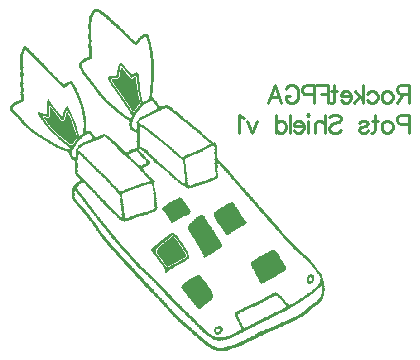
<source format=gbo>
G04*
G04 #@! TF.GenerationSoftware,Altium Limited,Altium Designer,19.0.10 (269)*
G04*
G04 Layer_Color=32896*
%FSLAX25Y25*%
%MOIN*%
G70*
G01*
G75*
%ADD47C,0.01000*%
G36*
X61805Y278675D02*
X61956D01*
Y278524D01*
X62107D01*
Y278675D01*
X62258D01*
Y278524D01*
X62711D01*
Y278374D01*
X62862D01*
Y278222D01*
X63314D01*
Y278072D01*
X63465D01*
Y277921D01*
X63767D01*
Y277770D01*
Y277619D01*
X64220D01*
Y277468D01*
X64371D01*
Y277317D01*
X64522D01*
Y277166D01*
X64673D01*
Y277015D01*
X64824D01*
Y276864D01*
X64975D01*
Y276713D01*
X65428D01*
Y276562D01*
Y276411D01*
X65729D01*
Y276260D01*
X65880D01*
Y276110D01*
X66031D01*
Y275959D01*
X66182D01*
Y275808D01*
X66333D01*
Y275657D01*
X66484D01*
Y275506D01*
X66635D01*
Y275355D01*
X66786D01*
Y275204D01*
X66937D01*
Y275053D01*
X67088D01*
Y274902D01*
X67239D01*
Y274751D01*
X67390D01*
Y274600D01*
X67541D01*
Y274449D01*
X67691D01*
Y274298D01*
X67993D01*
Y274147D01*
Y273996D01*
X68144D01*
Y273846D01*
X68295D01*
Y273695D01*
X68748D01*
Y273544D01*
Y273393D01*
X69050D01*
Y273242D01*
Y273091D01*
X69352D01*
Y272940D01*
Y272789D01*
X69653D01*
Y272638D01*
X69804D01*
Y272487D01*
X69955D01*
Y272336D01*
X70106D01*
Y272185D01*
X70257D01*
Y272035D01*
X70408D01*
Y271884D01*
X70559D01*
Y271733D01*
X70710D01*
Y271582D01*
X70861D01*
Y271431D01*
X71012D01*
Y271280D01*
X71163D01*
Y271129D01*
X71314D01*
Y270978D01*
X71465D01*
Y270827D01*
X71616D01*
Y270676D01*
X71767D01*
Y270525D01*
X71917D01*
Y270374D01*
X72068D01*
Y270223D01*
X72219D01*
Y270072D01*
X72370D01*
Y269921D01*
X72521D01*
Y269771D01*
X72672D01*
Y269620D01*
X72823D01*
Y269469D01*
X72974D01*
Y269318D01*
X73125D01*
Y269167D01*
X73276D01*
Y269016D01*
X73427D01*
Y268865D01*
X73578D01*
Y268714D01*
X73729D01*
Y268563D01*
X73879D01*
Y268412D01*
X74030D01*
Y268261D01*
X74181D01*
Y268110D01*
X74332D01*
Y267959D01*
X74483D01*
Y267808D01*
X74634D01*
Y267657D01*
X75087D01*
Y267808D01*
X75238D01*
Y267959D01*
X75389D01*
Y268110D01*
X75540D01*
Y268261D01*
X75691D01*
Y268412D01*
X75842D01*
Y268563D01*
Y268714D01*
Y268865D01*
X76294D01*
Y269016D01*
Y269167D01*
X76445D01*
Y269318D01*
Y269469D01*
X76747D01*
Y269620D01*
Y269771D01*
X76898D01*
Y269620D01*
X77049D01*
Y269771D01*
X77200D01*
Y269921D01*
X77351D01*
Y270072D01*
X77804D01*
Y270223D01*
X77955D01*
Y270072D01*
X78105D01*
Y270223D01*
X78256D01*
Y270072D01*
X78407D01*
Y270223D01*
X78558D01*
Y270072D01*
X79011D01*
Y269921D01*
X79162D01*
Y269771D01*
X79313D01*
Y269620D01*
X79162D01*
Y269469D01*
X79313D01*
Y269318D01*
X79464D01*
Y269167D01*
Y269016D01*
Y268865D01*
X79615D01*
Y268714D01*
Y268563D01*
Y268412D01*
X79766D01*
Y268261D01*
Y268110D01*
Y267959D01*
X79917D01*
Y267808D01*
X79766D01*
Y267657D01*
X79917D01*
Y267507D01*
X80068D01*
Y267356D01*
X79917D01*
Y267205D01*
X80068D01*
Y267054D01*
X80218D01*
Y266903D01*
X80068D01*
Y266752D01*
X80218D01*
Y266601D01*
X80068D01*
Y266450D01*
X80218D01*
Y266299D01*
X80370D01*
Y266148D01*
X80218D01*
Y265997D01*
X80370D01*
Y265846D01*
Y265695D01*
Y265545D01*
X80520D01*
Y265394D01*
X80370D01*
Y265243D01*
X80520D01*
Y265092D01*
X80370D01*
Y264941D01*
X80520D01*
Y264790D01*
Y264639D01*
Y264488D01*
X80671D01*
Y264337D01*
X80520D01*
Y264186D01*
X80671D01*
Y264035D01*
X80822D01*
Y263884D01*
X80671D01*
Y263733D01*
X80822D01*
Y263582D01*
X80671D01*
Y263432D01*
X80822D01*
Y263281D01*
X80671D01*
Y263130D01*
X80822D01*
Y262979D01*
X80671D01*
Y262828D01*
X80822D01*
Y262677D01*
Y262526D01*
Y262375D01*
X80973D01*
Y262224D01*
X80822D01*
Y262073D01*
Y261922D01*
X80973D01*
Y261771D01*
Y261620D01*
Y261469D01*
Y261318D01*
Y261168D01*
Y261017D01*
Y260866D01*
Y260715D01*
X81124D01*
Y260564D01*
X80973D01*
Y260413D01*
Y260262D01*
Y260111D01*
Y259960D01*
Y259809D01*
Y259658D01*
Y259507D01*
X81124D01*
Y259356D01*
X80973D01*
Y259206D01*
Y259054D01*
Y258904D01*
X81124D01*
Y258753D01*
X80973D01*
Y258602D01*
Y258451D01*
Y258300D01*
X81124D01*
Y258149D01*
X80973D01*
Y257998D01*
Y257847D01*
Y257696D01*
Y257545D01*
Y257394D01*
Y257243D01*
Y257092D01*
X81124D01*
Y256942D01*
X80973D01*
Y256791D01*
Y256640D01*
Y256489D01*
X81124D01*
Y256338D01*
X80973D01*
Y256187D01*
Y256036D01*
Y255885D01*
X81124D01*
Y255734D01*
X80973D01*
Y255583D01*
Y255432D01*
Y255281D01*
X81124D01*
Y255130D01*
X80973D01*
Y254979D01*
Y254829D01*
Y254678D01*
Y254527D01*
Y254376D01*
Y254225D01*
Y254074D01*
X80822D01*
Y253923D01*
X80973D01*
Y253772D01*
X80822D01*
Y253621D01*
Y253470D01*
Y253319D01*
X80671D01*
Y253168D01*
X80822D01*
Y253017D01*
X80671D01*
Y252866D01*
X80822D01*
Y252715D01*
X80671D01*
Y252565D01*
X80822D01*
Y252414D01*
X80671D01*
Y252263D01*
X80822D01*
Y252112D01*
X80671D01*
Y251961D01*
X80822D01*
Y251810D01*
X80671D01*
Y251659D01*
Y251508D01*
Y251357D01*
Y251206D01*
Y251055D01*
X80520D01*
Y250904D01*
X80671D01*
Y250753D01*
Y250603D01*
X80520D01*
Y250452D01*
Y250301D01*
Y250150D01*
Y249999D01*
X80370D01*
Y249848D01*
X80520D01*
Y249697D01*
X80370D01*
Y249546D01*
X80520D01*
Y249395D01*
X80370D01*
Y249244D01*
X80520D01*
Y249093D01*
X80671D01*
Y248942D01*
X80822D01*
Y248791D01*
X80973D01*
Y248640D01*
X81124D01*
Y248489D01*
X81275D01*
Y248339D01*
X81426D01*
Y248188D01*
X81577D01*
Y248037D01*
X81728D01*
Y247886D01*
X81879D01*
Y247735D01*
X82030D01*
Y247584D01*
Y247433D01*
X82181D01*
Y247282D01*
Y247131D01*
X82332D01*
Y246980D01*
X82482D01*
Y246829D01*
Y246678D01*
Y246527D01*
X82633D01*
Y246376D01*
X82784D01*
Y246226D01*
X82935D01*
Y246075D01*
X83086D01*
Y245924D01*
X83237D01*
Y246075D01*
X83388D01*
Y245924D01*
X83539D01*
Y246075D01*
X83690D01*
Y246226D01*
X84143D01*
Y246376D01*
X84294D01*
Y246226D01*
X84445D01*
Y246376D01*
X84897D01*
Y246527D01*
X85048D01*
Y246376D01*
X85199D01*
Y246527D01*
X85350D01*
Y246376D01*
X85501D01*
Y246527D01*
X85652D01*
Y246376D01*
X85803D01*
Y246226D01*
X85954D01*
Y246376D01*
X86105D01*
Y246226D01*
X86256D01*
Y246075D01*
X86407D01*
Y245924D01*
X86859D01*
Y245773D01*
X87010D01*
Y245622D01*
X87161D01*
Y245471D01*
X87312D01*
Y245320D01*
X87463D01*
Y245169D01*
X87614D01*
Y245018D01*
X88067D01*
Y244867D01*
X88218D01*
Y244716D01*
X88369D01*
Y244565D01*
X88520D01*
Y244414D01*
X88671D01*
Y244264D01*
X88822D01*
Y244112D01*
X89123D01*
Y243962D01*
Y243811D01*
X89576D01*
Y243660D01*
Y243509D01*
X89878D01*
Y243358D01*
X90029D01*
Y243207D01*
X90180D01*
Y243056D01*
X90331D01*
Y242905D01*
X90482D01*
Y242754D01*
X90633D01*
Y242603D01*
X90784D01*
Y242452D01*
X90934D01*
Y242301D01*
X91236D01*
Y242150D01*
Y242000D01*
X91689D01*
Y241849D01*
X91538D01*
Y241698D01*
X91991D01*
Y241547D01*
X92142D01*
Y241396D01*
X92293D01*
Y241245D01*
X92444D01*
Y241094D01*
X92595D01*
Y240943D01*
X92746D01*
Y240792D01*
X93047D01*
Y240641D01*
Y240490D01*
X93500D01*
Y240339D01*
X93651D01*
Y240188D01*
X93802D01*
Y240037D01*
X93953D01*
Y239886D01*
X94104D01*
Y239736D01*
X94255D01*
Y239585D01*
X94406D01*
Y239434D01*
X94557D01*
Y239283D01*
X95010D01*
Y239132D01*
X95161D01*
Y238981D01*
X95311D01*
Y238830D01*
X95462D01*
Y238679D01*
X95613D01*
Y238528D01*
X95764D01*
Y238377D01*
X95915D01*
Y238226D01*
X96066D01*
Y238075D01*
X96519D01*
Y237924D01*
Y237773D01*
X96821D01*
Y237623D01*
Y237472D01*
X97123D01*
Y237321D01*
Y237170D01*
X97273D01*
Y237019D01*
X97425D01*
Y236868D01*
Y236717D01*
X97877D01*
Y236566D01*
Y236415D01*
X98028D01*
Y236264D01*
X98179D01*
Y236113D01*
X98330D01*
Y235962D01*
X98632D01*
Y235811D01*
Y235661D01*
X98934D01*
Y235510D01*
X99085D01*
Y235359D01*
X99236D01*
Y235208D01*
X99537D01*
Y235057D01*
X99688D01*
Y234906D01*
X99839D01*
Y234755D01*
X99990D01*
Y234604D01*
X100292D01*
Y234453D01*
X100594D01*
Y234302D01*
X100745D01*
Y234151D01*
X100896D01*
Y234000D01*
X101198D01*
Y234151D01*
X101349D01*
Y234000D01*
X101500D01*
Y233849D01*
X101651D01*
Y233698D01*
X101801D01*
Y233547D01*
X101952D01*
Y233397D01*
X101801D01*
Y233246D01*
X101952D01*
Y233095D01*
X102103D01*
Y232944D01*
Y232793D01*
Y232642D01*
X102254D01*
Y232491D01*
X102103D01*
Y232340D01*
X102254D01*
Y232189D01*
X102103D01*
Y232038D01*
X102254D01*
Y231887D01*
X102103D01*
Y231736D01*
X102254D01*
Y231585D01*
X102103D01*
Y231434D01*
X102254D01*
Y231283D01*
X102103D01*
Y231133D01*
X102254D01*
Y230982D01*
X102103D01*
Y230831D01*
X102254D01*
Y230680D01*
X102103D01*
Y230529D01*
X102254D01*
Y230378D01*
X102103D01*
Y230227D01*
X102254D01*
Y230076D01*
X102103D01*
Y229925D01*
X102254D01*
Y229774D01*
Y229623D01*
Y229472D01*
Y229322D01*
Y229170D01*
Y229020D01*
X102405D01*
Y228869D01*
Y228718D01*
Y228567D01*
Y228416D01*
X102556D01*
Y228265D01*
X102707D01*
Y228114D01*
X102858D01*
Y227963D01*
X103009D01*
Y227812D01*
X103160D01*
Y227661D01*
X103311D01*
Y227510D01*
X103462D01*
Y227359D01*
X103613D01*
Y227208D01*
X103763D01*
Y227058D01*
X103914D01*
Y226907D01*
X104065D01*
Y226756D01*
X104216D01*
Y226605D01*
X104367D01*
Y226454D01*
X104518D01*
Y226303D01*
X104669D01*
Y226152D01*
X104820D01*
Y226001D01*
X104971D01*
Y225850D01*
X105122D01*
Y225699D01*
X105273D01*
Y225548D01*
Y225397D01*
X105575D01*
Y225246D01*
Y225095D01*
X105877D01*
Y224944D01*
Y224794D01*
X106027D01*
Y224643D01*
Y224492D01*
X106329D01*
Y224341D01*
Y224190D01*
X106480D01*
Y224039D01*
X106631D01*
Y223888D01*
X106782D01*
Y223737D01*
X106933D01*
Y223586D01*
X107084D01*
Y223435D01*
X107235D01*
Y223284D01*
X107386D01*
Y223133D01*
X107537D01*
Y222982D01*
X107688D01*
Y222832D01*
X107839D01*
Y222681D01*
Y222530D01*
Y222379D01*
X108140D01*
Y222228D01*
Y222077D01*
X108291D01*
Y221926D01*
X108442D01*
Y221775D01*
X108593D01*
Y221624D01*
X108744D01*
Y221473D01*
X108895D01*
Y221322D01*
X109046D01*
Y221171D01*
X109197D01*
Y221020D01*
X109348D01*
Y220869D01*
X109499D01*
Y220719D01*
Y220568D01*
X109801D01*
Y220417D01*
Y220266D01*
X109952D01*
Y220115D01*
Y219964D01*
X110102D01*
Y219813D01*
X110253D01*
Y219662D01*
X110404D01*
Y219511D01*
X110555D01*
Y219360D01*
X110706D01*
Y219209D01*
X110857D01*
Y219058D01*
X111008D01*
Y218907D01*
X111159D01*
Y218756D01*
X111310D01*
Y218605D01*
X111461D01*
Y218455D01*
Y218304D01*
Y218153D01*
X111763D01*
Y218002D01*
Y217851D01*
X111914D01*
Y217700D01*
X112065D01*
Y217549D01*
X112215D01*
Y217398D01*
X112366D01*
Y217247D01*
X112517D01*
Y217096D01*
X112668D01*
Y216945D01*
X112819D01*
Y216794D01*
X112970D01*
Y216643D01*
X113121D01*
Y216493D01*
X113272D01*
Y216342D01*
X113423D01*
Y216191D01*
Y216040D01*
X113725D01*
Y215889D01*
Y215738D01*
X114027D01*
Y215587D01*
Y215436D01*
X114178D01*
Y215285D01*
Y215134D01*
X114479D01*
Y214983D01*
Y214832D01*
X114630D01*
Y214681D01*
X114781D01*
Y214530D01*
X114932D01*
Y214380D01*
X115083D01*
Y214229D01*
X115234D01*
Y214078D01*
X115385D01*
Y213927D01*
X115536D01*
Y213776D01*
X115687D01*
Y213625D01*
X115838D01*
Y213474D01*
X115687D01*
Y213323D01*
X116140D01*
Y213172D01*
X115989D01*
Y213021D01*
X116291D01*
Y212870D01*
Y212719D01*
X116442D01*
Y212568D01*
X116593D01*
Y212417D01*
X116743D01*
Y212266D01*
X116894D01*
Y212116D01*
X117045D01*
Y211965D01*
X117196D01*
Y211814D01*
X117347D01*
Y211663D01*
X117498D01*
Y211512D01*
X117649D01*
Y211361D01*
X117800D01*
Y211210D01*
X117951D01*
Y211059D01*
Y210908D01*
X118253D01*
Y210757D01*
Y210606D01*
X118404D01*
Y210455D01*
Y210304D01*
X118705D01*
Y210154D01*
Y210002D01*
X118856D01*
Y209852D01*
X119007D01*
Y209701D01*
X119158D01*
Y209550D01*
X119309D01*
Y209399D01*
X119460D01*
Y209248D01*
X119611D01*
Y209097D01*
X119762D01*
Y208946D01*
X119913D01*
Y208795D01*
X120064D01*
Y208644D01*
Y208493D01*
X120366D01*
Y208342D01*
X120215D01*
Y208191D01*
X120517D01*
Y208040D01*
Y207890D01*
X120668D01*
Y207739D01*
X120818D01*
Y207588D01*
X120969D01*
Y207437D01*
X121120D01*
Y207286D01*
X121271D01*
Y207135D01*
X121422D01*
Y206984D01*
X121573D01*
Y206833D01*
X121724D01*
Y206682D01*
X121875D01*
Y206531D01*
X122026D01*
Y206380D01*
X122177D01*
Y206229D01*
Y206078D01*
X122479D01*
Y205927D01*
X122328D01*
Y205777D01*
X122630D01*
Y205626D01*
Y205475D01*
X122781D01*
Y205324D01*
X122932D01*
Y205173D01*
X123082D01*
Y205022D01*
X123233D01*
Y204871D01*
X123384D01*
Y204720D01*
X123535D01*
Y204569D01*
X123686D01*
Y204418D01*
X123837D01*
Y204267D01*
X123988D01*
Y204116D01*
X123837D01*
Y203965D01*
X124139D01*
Y203814D01*
Y203663D01*
X124290D01*
Y203513D01*
X124441D01*
Y203362D01*
X124592D01*
Y203211D01*
X124743D01*
Y203060D01*
X124894D01*
Y202909D01*
X125045D01*
Y202758D01*
X125195D01*
Y202607D01*
X125346D01*
Y202456D01*
X125497D01*
Y202305D01*
X125648D01*
Y202154D01*
X125799D01*
Y202003D01*
X125950D01*
Y201852D01*
X126101D01*
Y201701D01*
X126252D01*
Y201551D01*
X126403D01*
Y201400D01*
X126554D01*
Y201249D01*
X126705D01*
Y201098D01*
X126856D01*
Y200947D01*
X127007D01*
Y200796D01*
X127157D01*
Y200645D01*
X127308D01*
Y200494D01*
X127459D01*
Y200343D01*
X127610D01*
Y200192D01*
X127761D01*
Y200041D01*
X127912D01*
Y199890D01*
X128063D01*
Y199739D01*
X128214D01*
Y199588D01*
X128365D01*
Y199437D01*
X128516D01*
Y199287D01*
X128667D01*
Y199136D01*
X128818D01*
Y198985D01*
X128969D01*
Y198834D01*
X129120D01*
Y198683D01*
X129271D01*
Y198532D01*
X129421D01*
Y198381D01*
X129572D01*
Y198230D01*
X129723D01*
Y198079D01*
X129874D01*
Y197928D01*
X130025D01*
Y197777D01*
X130176D01*
Y197626D01*
X130327D01*
Y197475D01*
X130478D01*
Y197325D01*
X130629D01*
Y197174D01*
X130780D01*
Y197023D01*
X130931D01*
Y196872D01*
X131082D01*
Y196721D01*
X131384D01*
Y196570D01*
Y196419D01*
X131836D01*
Y196268D01*
X131685D01*
Y196117D01*
X131987D01*
Y195966D01*
Y195815D01*
X132440D01*
Y195664D01*
X132591D01*
Y195513D01*
X132742D01*
Y195362D01*
X132893D01*
Y195212D01*
X133044D01*
Y195061D01*
X133195D01*
Y194910D01*
X133346D01*
Y194759D01*
X133496D01*
Y194608D01*
X133648D01*
Y194457D01*
X133496D01*
Y194306D01*
X133798D01*
Y194155D01*
Y194004D01*
X133949D01*
Y193853D01*
X134100D01*
Y193702D01*
X134251D01*
Y193551D01*
X134402D01*
Y193400D01*
X134553D01*
Y193249D01*
Y193098D01*
X134704D01*
Y192947D01*
Y192797D01*
X134855D01*
Y192646D01*
X135006D01*
Y192495D01*
X135157D01*
Y192344D01*
X135308D01*
Y192193D01*
X135459D01*
Y192042D01*
X135609D01*
Y191891D01*
X135760D01*
Y191740D01*
X135609D01*
Y191589D01*
X135911D01*
Y191438D01*
Y191287D01*
X136213D01*
Y191136D01*
Y190985D01*
X136364D01*
Y190834D01*
X136515D01*
Y190684D01*
X136666D01*
Y190533D01*
Y190382D01*
X136817D01*
Y190231D01*
Y190080D01*
X136968D01*
Y189929D01*
X136817D01*
Y189778D01*
X136968D01*
Y189627D01*
X137119D01*
Y189476D01*
X137270D01*
Y189325D01*
X137119D01*
Y189174D01*
X137270D01*
Y189023D01*
X137421D01*
Y188873D01*
Y188722D01*
Y188571D01*
X137572D01*
Y188420D01*
X137421D01*
Y188269D01*
X137572D01*
Y188118D01*
Y187967D01*
Y187816D01*
X137723D01*
Y187665D01*
X137873D01*
Y187514D01*
X137723D01*
Y187363D01*
X137873D01*
Y187212D01*
X137723D01*
Y187061D01*
X137873D01*
Y186910D01*
Y186759D01*
Y186609D01*
Y186458D01*
Y186307D01*
X138024D01*
Y186156D01*
Y186005D01*
Y185854D01*
X137873D01*
Y185703D01*
X138024D01*
Y185552D01*
Y185401D01*
Y185250D01*
X137873D01*
Y185099D01*
X138024D01*
Y184948D01*
Y184797D01*
Y184646D01*
X137873D01*
Y184495D01*
Y184345D01*
Y184194D01*
Y184043D01*
Y183892D01*
Y183741D01*
Y183590D01*
X137723D01*
Y183439D01*
X137873D01*
Y183288D01*
X137723D01*
Y183137D01*
Y182986D01*
Y182835D01*
X137572D01*
Y182684D01*
Y182533D01*
Y182383D01*
X137421D01*
Y182232D01*
Y182081D01*
Y181930D01*
X137270D01*
Y181779D01*
X137119D01*
Y181628D01*
X137270D01*
Y181477D01*
X136968D01*
Y181326D01*
Y181175D01*
X136817D01*
Y181024D01*
X136666D01*
Y180873D01*
X136515D01*
Y180722D01*
X136364D01*
Y180571D01*
X136213D01*
Y180420D01*
X136062D01*
Y180270D01*
X135911D01*
Y180119D01*
X135760D01*
Y180270D01*
X135609D01*
Y180119D01*
X135760D01*
Y179968D01*
X135308D01*
Y179817D01*
X135157D01*
Y179666D01*
X135006D01*
Y179515D01*
X134855D01*
Y179364D01*
X134704D01*
Y179213D01*
X134553D01*
Y179062D01*
X134100D01*
Y178911D01*
X133949D01*
Y178760D01*
X133798D01*
Y178609D01*
X133648D01*
Y178458D01*
X133496D01*
Y178307D01*
X133346D01*
Y178156D01*
X133195D01*
Y178006D01*
X133044D01*
Y177855D01*
X132893D01*
Y177704D01*
X132742D01*
Y177553D01*
X132289D01*
Y177402D01*
X132440D01*
Y177251D01*
X131987D01*
Y177100D01*
Y176949D01*
X131685D01*
Y176798D01*
X131535D01*
Y176647D01*
X131384D01*
Y176496D01*
X131233D01*
Y176345D01*
X130780D01*
Y176194D01*
X130629D01*
Y176043D01*
X130478D01*
Y175892D01*
X130327D01*
Y176043D01*
X130176D01*
Y175892D01*
X130327D01*
Y175742D01*
X129874D01*
Y175591D01*
X129723D01*
Y175440D01*
X129271D01*
Y175289D01*
X129120D01*
Y175138D01*
X128667D01*
Y174987D01*
X128516D01*
Y174836D01*
X128063D01*
Y174685D01*
X127912D01*
Y174534D01*
X127459D01*
Y174383D01*
X127308D01*
Y174232D01*
X126856D01*
Y174081D01*
X126705D01*
Y173931D01*
X126252D01*
Y173779D01*
X126101D01*
Y173629D01*
X125950D01*
Y173779D01*
X125799D01*
Y173629D01*
X125648D01*
Y173478D01*
X125497D01*
Y173629D01*
X125346D01*
Y173478D01*
X125497D01*
Y173327D01*
X125346D01*
Y173478D01*
X125195D01*
Y173327D01*
X124743D01*
Y173176D01*
X124592D01*
Y173025D01*
X124139D01*
Y172874D01*
X123988D01*
Y172723D01*
X123535D01*
Y172572D01*
X123384D01*
Y172421D01*
X122932D01*
Y172270D01*
X122479D01*
Y172119D01*
X122328D01*
Y171968D01*
X122177D01*
Y172119D01*
X122026D01*
Y171968D01*
X121875D01*
Y171818D01*
X121422D01*
Y171667D01*
X121271D01*
Y171516D01*
X120818D01*
Y171365D01*
X120366D01*
Y171214D01*
X120215D01*
Y171063D01*
X120064D01*
Y171214D01*
X119913D01*
Y171063D01*
X119762D01*
Y170912D01*
X119309D01*
Y170761D01*
X119158D01*
Y170610D01*
X118705D01*
Y170459D01*
X118554D01*
Y170308D01*
X118102D01*
Y170157D01*
X117951D01*
Y170006D01*
X117498D01*
Y169855D01*
X117347D01*
Y169704D01*
X116894D01*
Y169553D01*
X116743D01*
Y169403D01*
X116593D01*
Y169553D01*
X116442D01*
Y169403D01*
X116291D01*
Y169252D01*
X115838D01*
Y169101D01*
X115687D01*
Y168950D01*
X115536D01*
Y169101D01*
X115385D01*
Y168950D01*
X115536D01*
Y168799D01*
X115385D01*
Y168950D01*
X115234D01*
Y168799D01*
X115083D01*
Y168648D01*
X114630D01*
Y168497D01*
X114479D01*
Y168346D01*
X114329D01*
Y168195D01*
X114178D01*
Y168346D01*
X114027D01*
Y168195D01*
X113876D01*
Y168044D01*
X113423D01*
Y167893D01*
X113272D01*
Y167742D01*
X113121D01*
Y167893D01*
X112970D01*
Y167742D01*
X112819D01*
Y167591D01*
X112668D01*
Y167440D01*
X112215D01*
Y167290D01*
X112065D01*
Y167139D01*
X111914D01*
Y166988D01*
X111763D01*
Y167139D01*
X111612D01*
Y166988D01*
X111461D01*
Y166837D01*
X111310D01*
Y166988D01*
X111159D01*
Y166837D01*
X111008D01*
Y166686D01*
X110857D01*
Y166535D01*
X110706D01*
Y166686D01*
X110555D01*
Y166535D01*
X110404D01*
Y166384D01*
X109952D01*
Y166233D01*
X109801D01*
Y166082D01*
X109348D01*
Y165931D01*
X109197D01*
Y166082D01*
X109046D01*
Y165931D01*
X108895D01*
Y165780D01*
X108442D01*
Y165629D01*
X108291D01*
Y165780D01*
X108140D01*
Y165629D01*
X107990D01*
Y165478D01*
X107235D01*
Y165328D01*
X107084D01*
Y165176D01*
X106933D01*
Y165328D01*
X106782D01*
Y165176D01*
X106329D01*
Y165026D01*
X106178D01*
Y164875D01*
X105726D01*
Y164724D01*
X105273D01*
Y164573D01*
X104518D01*
Y164422D01*
X104367D01*
Y164573D01*
X104216D01*
Y164422D01*
X102858D01*
Y164573D01*
X102707D01*
Y164422D01*
X102556D01*
Y164573D01*
X101801D01*
Y164724D01*
X101651D01*
Y164875D01*
X101500D01*
Y164724D01*
X101349D01*
Y164875D01*
X100896D01*
Y165026D01*
X100745D01*
Y165176D01*
X100292D01*
Y165328D01*
X100141D01*
Y165478D01*
X99990D01*
Y165629D01*
X99839D01*
Y165780D01*
X99387D01*
Y165931D01*
X99236D01*
Y166082D01*
X99085D01*
Y166233D01*
X98934D01*
Y166384D01*
X98481D01*
Y166535D01*
X98632D01*
Y166686D01*
X98179D01*
Y166837D01*
X98028D01*
Y166988D01*
X97877D01*
Y167139D01*
X97726D01*
Y167290D01*
X97425D01*
Y167440D01*
Y167591D01*
X96972D01*
Y167742D01*
X96821D01*
Y167893D01*
X96670D01*
Y168044D01*
X96519D01*
Y168195D01*
X96368D01*
Y168346D01*
X96217D01*
Y168497D01*
X96066D01*
Y168648D01*
X95915D01*
Y168799D01*
X95764D01*
Y168950D01*
X95613D01*
Y169101D01*
X95462D01*
Y169252D01*
X95311D01*
Y169403D01*
X94859D01*
Y169553D01*
X95010D01*
Y169704D01*
X94557D01*
Y169855D01*
X94708D01*
Y170006D01*
X94255D01*
Y170157D01*
Y170308D01*
X93953D01*
Y170459D01*
X93802D01*
Y170610D01*
X93651D01*
Y170761D01*
X93500D01*
Y170912D01*
X93349D01*
Y171063D01*
X93198D01*
Y171214D01*
X93047D01*
Y171365D01*
X92897D01*
Y171516D01*
X92595D01*
Y171667D01*
Y171818D01*
X92293D01*
Y171968D01*
X91991D01*
Y172119D01*
X91840D01*
Y172270D01*
X91689D01*
Y172421D01*
X91538D01*
Y172572D01*
X91387D01*
Y172723D01*
X91236D01*
Y172874D01*
X91085D01*
Y173025D01*
X90934D01*
Y173176D01*
X90784D01*
Y173327D01*
X90331D01*
Y173478D01*
Y173629D01*
X90029D01*
Y173779D01*
X89878D01*
Y173931D01*
X89727D01*
Y174081D01*
X89576D01*
Y174232D01*
X89425D01*
Y174383D01*
X89274D01*
Y174534D01*
X89123D01*
Y174685D01*
X88972D01*
Y174836D01*
X88822D01*
Y174987D01*
X88671D01*
Y175138D01*
X88520D01*
Y175289D01*
X88369D01*
Y175440D01*
X88218D01*
Y175591D01*
X88067D01*
Y175742D01*
X87916D01*
Y175892D01*
X87765D01*
Y176043D01*
X87614D01*
Y176194D01*
X87463D01*
Y176345D01*
X87312D01*
Y176496D01*
X87161D01*
Y176647D01*
X87010D01*
Y176798D01*
X86859D01*
Y176949D01*
X86708D01*
Y177100D01*
Y177251D01*
X86407D01*
Y177402D01*
X86256D01*
Y177553D01*
X86105D01*
Y177704D01*
X86256D01*
Y177855D01*
X85803D01*
Y178006D01*
X85954D01*
Y178156D01*
X85501D01*
Y178307D01*
X85652D01*
Y178458D01*
X85501D01*
Y178609D01*
X85350D01*
Y178760D01*
X85199D01*
Y178911D01*
X85048D01*
Y179062D01*
X84897D01*
Y179213D01*
X84746D01*
Y179364D01*
X84596D01*
Y179515D01*
X84445D01*
Y179666D01*
X84294D01*
Y179817D01*
X84143D01*
Y179968D01*
X83992D01*
Y180119D01*
X83841D01*
Y180270D01*
X83690D01*
Y180420D01*
Y180571D01*
X83539D01*
Y180722D01*
X83388D01*
Y180873D01*
X83237D01*
Y181024D01*
Y181175D01*
X82935D01*
Y181326D01*
Y181477D01*
X82633D01*
Y181628D01*
Y181779D01*
X82482D01*
Y181930D01*
X82332D01*
Y182081D01*
X82181D01*
Y182232D01*
X82030D01*
Y182383D01*
X81879D01*
Y182533D01*
X81728D01*
Y182684D01*
X81577D01*
Y182835D01*
X81426D01*
Y182986D01*
X81275D01*
Y183137D01*
X81124D01*
Y183288D01*
X80973D01*
Y183439D01*
X80822D01*
Y183590D01*
X80671D01*
Y183741D01*
X80520D01*
Y183892D01*
X80370D01*
Y184043D01*
X80218D01*
Y184194D01*
X80068D01*
Y184345D01*
X79917D01*
Y184495D01*
X79766D01*
Y184646D01*
X79615D01*
Y184797D01*
X79464D01*
Y184948D01*
Y185099D01*
X79162D01*
Y185250D01*
Y185401D01*
X78860D01*
Y185552D01*
Y185703D01*
X78558D01*
Y185854D01*
Y186005D01*
X78256D01*
Y186156D01*
Y186307D01*
X77955D01*
Y186458D01*
Y186609D01*
X77653D01*
Y186759D01*
X77804D01*
Y186910D01*
X77502D01*
Y187061D01*
Y187212D01*
X77200D01*
Y187363D01*
Y187514D01*
X76898D01*
Y187665D01*
Y187816D01*
X76596D01*
Y187967D01*
Y188118D01*
X76445D01*
Y188269D01*
X76294D01*
Y188420D01*
X76143D01*
Y188571D01*
X75993D01*
Y188722D01*
X75842D01*
Y188873D01*
X75691D01*
Y189023D01*
X75540D01*
Y189174D01*
X75389D01*
Y189325D01*
X75238D01*
Y189476D01*
X75087D01*
Y189627D01*
X74936D01*
Y189778D01*
X74785D01*
Y189929D01*
X74634D01*
Y190080D01*
X74483D01*
Y190231D01*
X74332D01*
Y190382D01*
Y190533D01*
X74181D01*
Y190684D01*
Y190834D01*
X74030D01*
Y190985D01*
X73879D01*
Y191136D01*
X73729D01*
Y191287D01*
X73578D01*
Y191438D01*
X73427D01*
Y191589D01*
X73276D01*
Y191740D01*
X73125D01*
Y191891D01*
X72974D01*
Y192042D01*
X72823D01*
Y192193D01*
X72672D01*
Y192344D01*
X72521D01*
Y192495D01*
X72370D01*
Y192646D01*
X72219D01*
Y192797D01*
X72068D01*
Y192947D01*
X71917D01*
Y193098D01*
X71767D01*
Y193249D01*
X71616D01*
Y193400D01*
X71465D01*
Y193551D01*
X71314D01*
Y193702D01*
X71163D01*
Y193853D01*
X71012D01*
Y194004D01*
Y194155D01*
X70710D01*
Y194306D01*
Y194457D01*
X70408D01*
Y194608D01*
X70559D01*
Y194759D01*
X70408D01*
Y194910D01*
X70257D01*
Y195061D01*
X70106D01*
Y195212D01*
X69955D01*
Y195362D01*
X69804D01*
Y195513D01*
X69653D01*
Y195664D01*
X69503D01*
Y195815D01*
X69352D01*
Y195966D01*
X69201D01*
Y196117D01*
X69050D01*
Y196268D01*
X68899D01*
Y196419D01*
X68748D01*
Y196570D01*
X68597D01*
Y196721D01*
Y196872D01*
X68295D01*
Y197023D01*
Y197174D01*
X67993D01*
Y197325D01*
Y197475D01*
X67691D01*
Y197626D01*
Y197777D01*
X67541D01*
Y197928D01*
Y198079D01*
X67239D01*
Y198230D01*
Y198381D01*
X66937D01*
Y198532D01*
Y198683D01*
X66786D01*
Y198834D01*
X66635D01*
Y198985D01*
X66484D01*
Y199136D01*
X66333D01*
Y199287D01*
X66182D01*
Y199437D01*
X66031D01*
Y199588D01*
X65880D01*
Y199739D01*
X65729D01*
Y199890D01*
X65578D01*
Y200041D01*
Y200192D01*
X65276D01*
Y200343D01*
X65428D01*
Y200494D01*
X65126D01*
Y200645D01*
Y200796D01*
X64975D01*
Y200947D01*
X64824D01*
Y201098D01*
X64673D01*
Y201249D01*
X64522D01*
Y201400D01*
X64371D01*
Y201551D01*
X64220D01*
Y201701D01*
X64069D01*
Y201852D01*
X64220D01*
Y202003D01*
X63918D01*
Y202154D01*
Y202305D01*
X63767D01*
Y202456D01*
X63616D01*
Y202607D01*
X63465D01*
Y202758D01*
X63314D01*
Y202909D01*
X63164D01*
Y203060D01*
X63314D01*
Y203211D01*
X63164D01*
Y203362D01*
X63013D01*
Y203513D01*
X62862D01*
Y203663D01*
X62711D01*
Y203814D01*
X62560D01*
Y203965D01*
Y204116D01*
X62409D01*
Y204267D01*
Y204418D01*
X62258D01*
Y204569D01*
X62107D01*
Y204720D01*
X61956D01*
Y204871D01*
Y205022D01*
X61805D01*
Y205173D01*
Y205324D01*
X61654D01*
Y205475D01*
X61503D01*
Y205626D01*
X61352D01*
Y205777D01*
X61202D01*
Y205927D01*
Y206078D01*
Y206229D01*
X61050D01*
Y206380D01*
X60900D01*
Y206531D01*
X60749D01*
Y206682D01*
Y206833D01*
X60447D01*
Y206984D01*
X60598D01*
Y207135D01*
X60296D01*
Y207286D01*
Y207437D01*
X60145D01*
Y207588D01*
X59994D01*
Y207739D01*
X59843D01*
Y207890D01*
X59692D01*
Y208040D01*
X59541D01*
Y208191D01*
Y208342D01*
X59390D01*
Y208493D01*
Y208644D01*
X59239D01*
Y208795D01*
X59088D01*
Y208946D01*
X58938D01*
Y209097D01*
X58787D01*
Y209248D01*
X58636D01*
Y209399D01*
X58485D01*
Y209550D01*
X58334D01*
Y209701D01*
X58485D01*
Y209852D01*
X58183D01*
Y210002D01*
Y210154D01*
X58032D01*
Y210304D01*
X57881D01*
Y210455D01*
X57730D01*
Y210606D01*
X57579D01*
Y210757D01*
X57428D01*
Y210908D01*
Y211059D01*
X57277D01*
Y211210D01*
X57126D01*
Y211361D01*
X56975D01*
Y211512D01*
Y211663D01*
X56824D01*
Y211814D01*
X56674D01*
Y211965D01*
X56523D01*
Y212116D01*
X56372D01*
Y212266D01*
X56221D01*
Y212417D01*
X56070D01*
Y212568D01*
X55919D01*
Y212719D01*
Y212870D01*
X55617D01*
Y213021D01*
Y213172D01*
X55315D01*
Y213323D01*
X55466D01*
Y213474D01*
X55013D01*
Y213625D01*
X55164D01*
Y213776D01*
X54712D01*
Y213927D01*
X54862D01*
Y214078D01*
X54561D01*
Y214229D01*
Y214380D01*
X54410D01*
Y214530D01*
X54259D01*
Y214681D01*
X54108D01*
Y214832D01*
Y214983D01*
Y215134D01*
X53957D01*
Y215285D01*
X53806D01*
Y215436D01*
X53957D01*
Y215587D01*
X53806D01*
Y215738D01*
X53957D01*
Y215889D01*
X53806D01*
Y216040D01*
Y216191D01*
Y216342D01*
X53655D01*
Y216493D01*
X53806D01*
Y216643D01*
X53655D01*
Y216794D01*
Y216945D01*
Y217096D01*
Y217247D01*
Y217398D01*
Y217549D01*
Y217700D01*
X53806D01*
Y217851D01*
X53655D01*
Y218002D01*
X53806D01*
Y218153D01*
Y218304D01*
Y218455D01*
X53957D01*
Y218605D01*
X53806D01*
Y218756D01*
X53957D01*
Y218907D01*
X54108D01*
Y219058D01*
Y219209D01*
Y219360D01*
X54259D01*
Y219511D01*
X54410D01*
Y219662D01*
X54561D01*
Y219813D01*
X54712D01*
Y219964D01*
X54862D01*
Y220115D01*
X55013D01*
Y220266D01*
X55164D01*
Y220417D01*
X55315D01*
Y220568D01*
X55466D01*
Y220719D01*
X55617D01*
Y220869D01*
X56070D01*
Y221020D01*
X56221D01*
Y221171D01*
X56372D01*
Y221322D01*
X56523D01*
Y221473D01*
Y221624D01*
X56372D01*
Y221775D01*
Y221926D01*
X56221D01*
Y222077D01*
X56070D01*
Y222228D01*
X55919D01*
Y222379D01*
X55768D01*
Y222530D01*
X55617D01*
Y222681D01*
X55466D01*
Y222832D01*
X55315D01*
Y222982D01*
X55164D01*
Y223133D01*
X55013D01*
Y223284D01*
Y223435D01*
Y223586D01*
X54862D01*
Y223737D01*
X54712D01*
Y223888D01*
X54862D01*
Y224039D01*
X54712D01*
Y224190D01*
X54862D01*
Y224341D01*
X54712D01*
Y224492D01*
X54862D01*
Y224643D01*
X54712D01*
Y224794D01*
X54862D01*
Y224944D01*
X54712D01*
Y225095D01*
X54862D01*
Y225246D01*
X54712D01*
Y225397D01*
X54862D01*
Y225548D01*
X54712D01*
Y225699D01*
Y225850D01*
Y226001D01*
Y226152D01*
Y226303D01*
Y226454D01*
Y226605D01*
Y226756D01*
Y226907D01*
Y227058D01*
Y227208D01*
X54862D01*
Y227359D01*
X54712D01*
Y227510D01*
Y227661D01*
Y227812D01*
X54561D01*
Y227963D01*
X54410D01*
Y228114D01*
X54108D01*
Y228265D01*
X53806D01*
Y228416D01*
X53655D01*
Y228567D01*
X53504D01*
Y228718D01*
X53353D01*
Y228869D01*
X53202D01*
Y229020D01*
X53353D01*
Y229170D01*
X53202D01*
Y229322D01*
X53051D01*
Y229472D01*
X52900D01*
Y229623D01*
X53051D01*
Y229774D01*
X52900D01*
Y229925D01*
X52749D01*
Y230076D01*
Y230227D01*
Y230378D01*
Y230529D01*
Y230680D01*
X52599D01*
Y230831D01*
X52448D01*
Y230982D01*
X51995D01*
Y231133D01*
X51844D01*
Y230982D01*
X51693D01*
Y231133D01*
X51542D01*
Y231283D01*
X51089D01*
Y231434D01*
X50938D01*
Y231283D01*
X50787D01*
Y231434D01*
X50636D01*
Y231585D01*
X50184D01*
Y231736D01*
X50033D01*
Y231887D01*
X49580D01*
Y232038D01*
X49429D01*
Y232189D01*
X48976D01*
Y232340D01*
X48523D01*
Y232491D01*
X48373D01*
Y232642D01*
X48221D01*
Y232793D01*
X47769D01*
Y232944D01*
X47618D01*
Y233095D01*
X47165D01*
Y233246D01*
X47014D01*
Y233397D01*
X46863D01*
Y233547D01*
X46712D01*
Y233698D01*
X46259D01*
Y233849D01*
X46108D01*
Y234000D01*
X45807D01*
Y234151D01*
X45505D01*
Y234302D01*
X45354D01*
Y234453D01*
X45203D01*
Y234604D01*
X44750D01*
Y234755D01*
X44599D01*
Y234906D01*
X44146D01*
Y235057D01*
X43995D01*
Y235208D01*
X43845D01*
Y235359D01*
X43694D01*
Y235510D01*
X43241D01*
Y235661D01*
X43090D01*
Y235811D01*
X42788D01*
Y235962D01*
X42486D01*
Y236113D01*
X42335D01*
Y236264D01*
X42184D01*
Y236415D01*
X41732D01*
Y236566D01*
X41581D01*
Y236717D01*
X41430D01*
Y236868D01*
X41279D01*
Y237019D01*
X41128D01*
Y237170D01*
X40826D01*
Y237321D01*
X40524D01*
Y237472D01*
X40373D01*
Y237623D01*
X40222D01*
Y237773D01*
X40071D01*
Y237924D01*
X39920D01*
Y238075D01*
X39770D01*
Y238226D01*
X39619D01*
Y238377D01*
X39468D01*
Y238528D01*
X39015D01*
Y238679D01*
Y238830D01*
X38713D01*
Y238981D01*
X38562D01*
Y239132D01*
X38411D01*
Y239283D01*
Y239434D01*
X38109D01*
Y239585D01*
X37958D01*
Y239736D01*
X37807D01*
Y239886D01*
Y240037D01*
X37506D01*
Y240188D01*
Y240339D01*
X37204D01*
Y240490D01*
Y240641D01*
X36902D01*
Y240792D01*
X37053D01*
Y240943D01*
X36751D01*
Y241094D01*
Y241245D01*
X36600D01*
Y241396D01*
X36449D01*
Y241547D01*
X36298D01*
Y241698D01*
X36147D01*
Y241849D01*
X35996D01*
Y242000D01*
X35845D01*
Y242150D01*
X35694D01*
Y242301D01*
Y242452D01*
X35392D01*
Y242603D01*
X35242D01*
Y242754D01*
Y242905D01*
Y243056D01*
X34940D01*
Y243207D01*
X34638D01*
Y243358D01*
X34487D01*
Y243509D01*
Y243660D01*
X34185D01*
Y243811D01*
X34034D01*
Y243962D01*
X33883D01*
Y244112D01*
X33732D01*
Y244264D01*
X33581D01*
Y244414D01*
X33430D01*
Y244565D01*
X33279D01*
Y244716D01*
Y244867D01*
Y245018D01*
X33129D01*
Y245169D01*
Y245320D01*
Y245471D01*
Y245622D01*
Y245773D01*
Y245924D01*
Y246075D01*
X33279D01*
Y246226D01*
X33430D01*
Y246376D01*
Y246527D01*
X33732D01*
Y246678D01*
Y246829D01*
X34034D01*
Y246980D01*
X34185D01*
Y247131D01*
X34336D01*
Y247282D01*
X34487D01*
Y247433D01*
X34638D01*
Y247584D01*
X34789D01*
Y247735D01*
X34940D01*
Y247584D01*
X35091D01*
Y247735D01*
X35242D01*
Y247886D01*
X35392D01*
Y247735D01*
X35544D01*
Y247886D01*
X35694D01*
Y248037D01*
X36147D01*
Y248188D01*
X36298D01*
Y248339D01*
X36751D01*
Y248489D01*
X36600D01*
Y248640D01*
X36751D01*
Y248791D01*
X36600D01*
Y248942D01*
X36751D01*
Y249093D01*
Y249244D01*
Y249395D01*
X36600D01*
Y249546D01*
X36751D01*
Y249697D01*
Y249848D01*
Y249999D01*
X36600D01*
Y250150D01*
X36751D01*
Y250301D01*
Y250452D01*
Y250603D01*
X36600D01*
Y250753D01*
X36751D01*
Y250904D01*
Y251055D01*
Y251206D01*
X36600D01*
Y251357D01*
X36751D01*
Y251508D01*
X36600D01*
Y251659D01*
X36751D01*
Y251810D01*
X36600D01*
Y251961D01*
X36751D01*
Y252112D01*
X36600D01*
Y252263D01*
X36751D01*
Y252414D01*
X36600D01*
Y252565D01*
X36751D01*
Y252715D01*
X36600D01*
Y252866D01*
X36751D01*
Y253017D01*
X36600D01*
Y253168D01*
X36751D01*
Y253319D01*
X36600D01*
Y253470D01*
X36751D01*
Y253621D01*
X36600D01*
Y253772D01*
X36751D01*
Y253923D01*
X36600D01*
Y254074D01*
X36751D01*
Y254225D01*
X36600D01*
Y254376D01*
X36751D01*
Y254527D01*
X36600D01*
Y254678D01*
X36751D01*
Y254829D01*
X36600D01*
Y254979D01*
X36751D01*
Y255130D01*
X36600D01*
Y255281D01*
X36751D01*
Y255432D01*
X36600D01*
Y255583D01*
X36751D01*
Y255734D01*
X36600D01*
Y255885D01*
X36751D01*
Y256036D01*
X36600D01*
Y256187D01*
X36751D01*
Y256338D01*
X36600D01*
Y256489D01*
X36751D01*
Y256640D01*
X36600D01*
Y256791D01*
X36751D01*
Y256942D01*
X36600D01*
Y257092D01*
X36751D01*
Y257243D01*
X36600D01*
Y257394D01*
X36751D01*
Y257545D01*
X36600D01*
Y257696D01*
X36751D01*
Y257847D01*
X36600D01*
Y257998D01*
X36751D01*
Y258149D01*
X36600D01*
Y258300D01*
Y258451D01*
Y258602D01*
Y258753D01*
Y258904D01*
Y259054D01*
Y259206D01*
Y259356D01*
Y259507D01*
Y259658D01*
Y259809D01*
Y259960D01*
Y260111D01*
Y260262D01*
Y260413D01*
Y260564D01*
Y260715D01*
Y260866D01*
Y261017D01*
Y261168D01*
Y261318D01*
Y261469D01*
Y261620D01*
Y261771D01*
Y261922D01*
Y262073D01*
Y262224D01*
Y262375D01*
Y262526D01*
Y262677D01*
Y262828D01*
X36751D01*
Y262979D01*
X36600D01*
Y263130D01*
X36751D01*
Y263281D01*
X36600D01*
Y263432D01*
X36751D01*
Y263582D01*
Y263733D01*
Y263884D01*
X36902D01*
Y264035D01*
Y264186D01*
Y264337D01*
X37053D01*
Y264488D01*
X36902D01*
Y264639D01*
X37053D01*
Y264790D01*
X37204D01*
Y264941D01*
Y265092D01*
Y265243D01*
X37355D01*
Y265394D01*
Y265545D01*
Y265695D01*
X37506D01*
Y265846D01*
X37657D01*
Y265997D01*
X37807D01*
Y266148D01*
X37958D01*
Y266299D01*
X38109D01*
Y266148D01*
X38260D01*
Y266299D01*
X38411D01*
Y266148D01*
X38562D01*
Y265997D01*
X38713D01*
Y265846D01*
X38864D01*
Y265695D01*
X39015D01*
Y265545D01*
X39166D01*
Y265394D01*
X39317D01*
Y265243D01*
X39468D01*
Y265092D01*
X39619D01*
Y264941D01*
X39770D01*
Y264790D01*
X39920D01*
Y264639D01*
X40071D01*
Y264488D01*
X40222D01*
Y264337D01*
X40373D01*
Y264186D01*
X40524D01*
Y264035D01*
X40675D01*
Y263884D01*
X40826D01*
Y263733D01*
X40977D01*
Y263582D01*
X41128D01*
Y263432D01*
X41279D01*
Y263281D01*
X41430D01*
Y263130D01*
X41581D01*
Y262979D01*
X41732D01*
Y262828D01*
X41883D01*
Y262677D01*
X42033D01*
Y262526D01*
X42184D01*
Y262375D01*
X42335D01*
Y262224D01*
X42486D01*
Y262073D01*
X42637D01*
Y261922D01*
X42788D01*
Y261771D01*
X42939D01*
Y261620D01*
X43090D01*
Y261469D01*
X43241D01*
Y261318D01*
X43392D01*
Y261168D01*
X43543D01*
Y261017D01*
X43694D01*
Y260866D01*
X43845D01*
Y260715D01*
X43995D01*
Y260564D01*
X44146D01*
Y260413D01*
X44297D01*
Y260262D01*
X44448D01*
Y260111D01*
X44599D01*
Y259960D01*
X44448D01*
Y259809D01*
X44901D01*
Y259658D01*
X44750D01*
Y259507D01*
X45052D01*
Y259356D01*
Y259206D01*
X45505D01*
Y259054D01*
X45354D01*
Y258904D01*
X45505D01*
Y258753D01*
X45656D01*
Y258602D01*
X45958D01*
Y258451D01*
Y258300D01*
X46108D01*
Y258149D01*
X46259D01*
Y257998D01*
X46561D01*
Y257847D01*
Y257696D01*
X46712D01*
Y257545D01*
X46863D01*
Y257394D01*
X47014D01*
Y257243D01*
X47165D01*
Y257092D01*
X47316D01*
Y256942D01*
X47467D01*
Y256791D01*
X47618D01*
Y256640D01*
X47769D01*
Y256489D01*
X47920D01*
Y256338D01*
X48071D01*
Y256187D01*
X48221D01*
Y256036D01*
X48373D01*
Y255885D01*
X48523D01*
Y255734D01*
X48674D01*
Y255583D01*
X48825D01*
Y255432D01*
X48976D01*
Y255281D01*
X49127D01*
Y255130D01*
X49278D01*
Y254979D01*
X49429D01*
Y254829D01*
X49580D01*
Y254678D01*
X49731D01*
Y254527D01*
X49882D01*
Y254376D01*
X50335D01*
Y254225D01*
Y254074D01*
X50485D01*
Y253923D01*
Y253772D01*
X50938D01*
Y253621D01*
X51089D01*
Y253470D01*
X51240D01*
Y253621D01*
X51391D01*
Y253772D01*
X51844D01*
Y253923D01*
X51995D01*
Y254074D01*
X52448D01*
Y254225D01*
X52599D01*
Y254376D01*
X53051D01*
Y254527D01*
X53202D01*
Y254678D01*
X53353D01*
Y254527D01*
X53655D01*
Y254376D01*
X53957D01*
Y254225D01*
Y254074D01*
X54108D01*
Y253923D01*
Y253772D01*
X54259D01*
Y253621D01*
X54410D01*
Y253470D01*
X54561D01*
Y253319D01*
Y253168D01*
X54712D01*
Y253017D01*
Y252866D01*
X54862D01*
Y252715D01*
X55013D01*
Y252565D01*
Y252414D01*
Y252263D01*
X55164D01*
Y252112D01*
X55315D01*
Y251961D01*
X55466D01*
Y251810D01*
Y251659D01*
Y251508D01*
X55617D01*
Y251357D01*
X55768D01*
Y251206D01*
X55617D01*
Y251055D01*
X55768D01*
Y250904D01*
Y250753D01*
X55919D01*
Y250603D01*
Y250452D01*
X56070D01*
Y250301D01*
X55919D01*
Y250150D01*
X56070D01*
Y249999D01*
X56221D01*
Y249848D01*
Y249697D01*
Y249546D01*
X56372D01*
Y249395D01*
Y249244D01*
Y249093D01*
X56523D01*
Y248942D01*
X56674D01*
Y248791D01*
Y248640D01*
Y248489D01*
X56824D01*
Y248339D01*
X56975D01*
Y248188D01*
X56824D01*
Y248037D01*
X56975D01*
Y247886D01*
X57126D01*
Y247735D01*
Y247584D01*
Y247433D01*
X57277D01*
Y247282D01*
X57126D01*
Y247131D01*
X57277D01*
Y246980D01*
X57428D01*
Y246829D01*
X57579D01*
Y246678D01*
X57428D01*
Y246527D01*
X57579D01*
Y246376D01*
X57428D01*
Y246226D01*
X57579D01*
Y246075D01*
Y245924D01*
X57730D01*
Y245773D01*
Y245622D01*
Y245471D01*
Y245320D01*
X57881D01*
Y245169D01*
Y245018D01*
Y244867D01*
Y244716D01*
Y244565D01*
X58032D01*
Y244414D01*
Y244264D01*
Y244112D01*
X58183D01*
Y243962D01*
X58032D01*
Y243811D01*
X58183D01*
Y243660D01*
X58032D01*
Y243509D01*
X58183D01*
Y243358D01*
Y243207D01*
Y243056D01*
Y242905D01*
X58334D01*
Y242754D01*
Y242603D01*
Y242452D01*
Y242301D01*
X58485D01*
Y242150D01*
X58334D01*
Y242000D01*
X58485D01*
Y241849D01*
X58334D01*
Y241698D01*
X58485D01*
Y241547D01*
Y241396D01*
Y241245D01*
Y241094D01*
Y240943D01*
Y240792D01*
Y240641D01*
Y240490D01*
Y240339D01*
X58636D01*
Y240188D01*
X58485D01*
Y240037D01*
X58636D01*
Y239886D01*
X58485D01*
Y239736D01*
Y239585D01*
Y239434D01*
Y239283D01*
Y239132D01*
Y238981D01*
Y238830D01*
X58334D01*
Y238679D01*
X58485D01*
Y238528D01*
X58334D01*
Y238377D01*
Y238226D01*
Y238075D01*
X58485D01*
Y237924D01*
X58334D01*
Y237773D01*
X59994D01*
Y237623D01*
X60145D01*
Y237472D01*
X60447D01*
Y237321D01*
Y237170D01*
X60598D01*
Y237019D01*
X60749D01*
Y236868D01*
X60900D01*
Y236717D01*
X61050D01*
Y236566D01*
X61202D01*
Y236415D01*
X61050D01*
Y236264D01*
X61352D01*
Y236113D01*
Y235962D01*
X62107D01*
Y236113D01*
X62258D01*
Y235962D01*
X62409D01*
Y236113D01*
X62560D01*
Y236264D01*
X63013D01*
Y236415D01*
X63164D01*
Y236566D01*
X63314D01*
Y236415D01*
X63465D01*
Y236566D01*
X63616D01*
Y236717D01*
X63767D01*
Y236566D01*
X63918D01*
Y236717D01*
X64069D01*
Y236868D01*
X64824D01*
Y236717D01*
X64975D01*
Y236566D01*
X65428D01*
Y236415D01*
X65578D01*
Y236264D01*
X65729D01*
Y236415D01*
X65880D01*
Y236264D01*
X66031D01*
Y236113D01*
X66182D01*
Y235962D01*
X66333D01*
Y235811D01*
X66484D01*
Y235661D01*
X66635D01*
Y235510D01*
X66786D01*
Y235359D01*
X66937D01*
Y235208D01*
X67088D01*
Y235057D01*
X67239D01*
Y234906D01*
X67390D01*
Y234755D01*
X67541D01*
Y234604D01*
X67691D01*
Y234453D01*
X68144D01*
Y234302D01*
Y234151D01*
X68295D01*
Y234000D01*
Y233849D01*
X68748D01*
Y233698D01*
Y233547D01*
X69050D01*
Y233397D01*
X69201D01*
Y233246D01*
X69352D01*
Y233095D01*
X69503D01*
Y232944D01*
X69653D01*
Y232793D01*
X69804D01*
Y232642D01*
X69955D01*
Y232491D01*
X70106D01*
Y232340D01*
X70257D01*
Y232189D01*
X70408D01*
Y232038D01*
X70559D01*
Y231887D01*
X70710D01*
Y231736D01*
X70861D01*
Y231585D01*
X71012D01*
Y231434D01*
X71163D01*
Y231283D01*
X71314D01*
Y231133D01*
X71465D01*
Y230982D01*
X71616D01*
Y230831D01*
X72068D01*
Y230982D01*
X72219D01*
Y230831D01*
X72370D01*
Y230982D01*
X72672D01*
Y231133D01*
Y231283D01*
X72823D01*
Y231434D01*
X73276D01*
Y231585D01*
X73427D01*
Y231736D01*
X73879D01*
Y231887D01*
X74030D01*
Y232038D01*
X74181D01*
Y231887D01*
X74332D01*
Y232038D01*
X74634D01*
Y231887D01*
X74785D01*
Y232038D01*
X74936D01*
Y232189D01*
X75238D01*
Y232340D01*
X75389D01*
Y232491D01*
Y232642D01*
X75540D01*
Y232793D01*
Y232944D01*
Y233095D01*
Y233246D01*
X75389D01*
Y233397D01*
Y233547D01*
Y233698D01*
Y233849D01*
Y234000D01*
Y234151D01*
Y234302D01*
X75238D01*
Y234453D01*
X75389D01*
Y234604D01*
Y234755D01*
Y234906D01*
Y235057D01*
Y235208D01*
Y235359D01*
Y235510D01*
X75540D01*
Y235661D01*
X75389D01*
Y235811D01*
X75540D01*
Y235962D01*
X75389D01*
Y236113D01*
X75540D01*
Y236264D01*
X75389D01*
Y236415D01*
X75540D01*
Y236566D01*
X75389D01*
Y236717D01*
X75540D01*
Y236868D01*
X75389D01*
Y237019D01*
Y237170D01*
Y237321D01*
X75238D01*
Y237472D01*
X74785D01*
Y237623D01*
X74332D01*
Y237773D01*
X74030D01*
Y237924D01*
X73729D01*
Y238075D01*
X73578D01*
Y238226D01*
X73427D01*
Y238377D01*
X73276D01*
Y238528D01*
X73125D01*
Y238679D01*
X73276D01*
Y238830D01*
X73125D01*
Y238981D01*
X72974D01*
Y239132D01*
X72823D01*
Y239283D01*
X72974D01*
Y239434D01*
X72823D01*
Y239585D01*
Y239736D01*
Y239886D01*
Y240037D01*
Y240188D01*
Y240339D01*
Y240490D01*
X72974D01*
Y240641D01*
Y240792D01*
Y240943D01*
X72823D01*
Y241094D01*
X72974D01*
Y241245D01*
X72823D01*
Y241396D01*
X72672D01*
Y241547D01*
X72219D01*
Y241698D01*
X72068D01*
Y241849D01*
X71767D01*
Y242000D01*
X71465D01*
Y242150D01*
X71314D01*
Y242301D01*
X71163D01*
Y242452D01*
X71012D01*
Y242603D01*
X70861D01*
Y242754D01*
X70408D01*
Y242905D01*
X70257D01*
Y243056D01*
X70106D01*
Y243207D01*
X69955D01*
Y243358D01*
X69804D01*
Y243509D01*
X69653D01*
Y243660D01*
X69352D01*
Y243811D01*
X69201D01*
Y243962D01*
X68899D01*
Y244112D01*
X68748D01*
Y244264D01*
X68597D01*
Y244414D01*
X68446D01*
Y244565D01*
X68295D01*
Y244716D01*
X68144D01*
Y244867D01*
X67993D01*
Y245018D01*
X67842D01*
Y245169D01*
X67390D01*
Y245320D01*
X67541D01*
Y245471D01*
X67088D01*
Y245622D01*
X66937D01*
Y245773D01*
X66786D01*
Y245924D01*
X66635D01*
Y246075D01*
X66484D01*
Y246226D01*
X66333D01*
Y246376D01*
X66182D01*
Y246527D01*
X66031D01*
Y246678D01*
X65880D01*
Y246829D01*
X65729D01*
Y246980D01*
X65428D01*
Y247131D01*
Y247282D01*
X65126D01*
Y247433D01*
Y247584D01*
X64824D01*
Y247735D01*
Y247886D01*
X64522D01*
Y248037D01*
Y248188D01*
X64220D01*
Y248339D01*
Y248489D01*
X63918D01*
Y248640D01*
Y248791D01*
X63767D01*
Y248942D01*
X63616D01*
Y249093D01*
X63465D01*
Y249244D01*
X63314D01*
Y249395D01*
X63164D01*
Y249546D01*
X63013D01*
Y249697D01*
X62862D01*
Y249848D01*
X62711D01*
Y249999D01*
X62560D01*
Y250150D01*
X62711D01*
Y250301D01*
X62409D01*
Y250452D01*
Y250603D01*
X62258D01*
Y250753D01*
X62107D01*
Y250904D01*
X61956D01*
Y251055D01*
X61805D01*
Y251206D01*
Y251357D01*
Y251508D01*
X61654D01*
Y251659D01*
X61503D01*
Y251810D01*
X61352D01*
Y251961D01*
X61202D01*
Y252112D01*
X61050D01*
Y252263D01*
Y252414D01*
X60749D01*
Y252565D01*
X60900D01*
Y252715D01*
X60749D01*
Y252866D01*
X60598D01*
Y253017D01*
X60447D01*
Y253168D01*
X60296D01*
Y253319D01*
X60145D01*
Y253470D01*
X59994D01*
Y253621D01*
X59843D01*
Y253772D01*
Y253923D01*
X59692D01*
Y254074D01*
Y254225D01*
X59390D01*
Y254376D01*
Y254527D01*
X59239D01*
Y254678D01*
X59088D01*
Y254829D01*
X58938D01*
Y254979D01*
X58787D01*
Y255130D01*
X58636D01*
Y255281D01*
X58485D01*
Y255432D01*
X58334D01*
Y255583D01*
X58485D01*
Y255734D01*
X58183D01*
Y255885D01*
Y256036D01*
X58032D01*
Y256187D01*
X57881D01*
Y256338D01*
X57730D01*
Y256489D01*
X57579D01*
Y256640D01*
X57428D01*
Y256791D01*
Y256942D01*
X57277D01*
Y257092D01*
Y257243D01*
X57126D01*
Y257394D01*
X56975D01*
Y257545D01*
X56824D01*
Y257696D01*
X56975D01*
Y257847D01*
X56824D01*
Y257998D01*
X56674D01*
Y258149D01*
Y258300D01*
Y258451D01*
X56523D01*
Y258602D01*
Y258753D01*
Y258904D01*
X56372D01*
Y259054D01*
X56221D01*
Y259206D01*
X56372D01*
Y259356D01*
X56221D01*
Y259507D01*
Y259658D01*
Y259809D01*
X56070D01*
Y259960D01*
Y260111D01*
Y260262D01*
Y260413D01*
Y260564D01*
X56221D01*
Y260715D01*
X56372D01*
Y260866D01*
Y261017D01*
X56674D01*
Y261168D01*
X56824D01*
Y261318D01*
X56975D01*
Y261469D01*
X57126D01*
Y261620D01*
X57579D01*
Y261771D01*
X57730D01*
Y261922D01*
X57881D01*
Y262073D01*
X58183D01*
Y262224D01*
X58485D01*
Y262375D01*
X58636D01*
Y262526D01*
X58787D01*
Y262375D01*
X58938D01*
Y262526D01*
X59390D01*
Y262677D01*
Y262828D01*
X59541D01*
Y262979D01*
Y263130D01*
Y263281D01*
Y263432D01*
Y263582D01*
Y263733D01*
X59390D01*
Y263884D01*
X59541D01*
Y264035D01*
Y264186D01*
Y264337D01*
X59390D01*
Y264488D01*
Y264639D01*
Y264790D01*
Y264941D01*
Y265092D01*
Y265243D01*
Y265394D01*
X59239D01*
Y265545D01*
X59390D01*
Y265695D01*
X59239D01*
Y265846D01*
X59390D01*
Y265997D01*
X59239D01*
Y266148D01*
X59390D01*
Y266299D01*
X59239D01*
Y266450D01*
X59390D01*
Y266601D01*
X59239D01*
Y266752D01*
X59390D01*
Y266903D01*
X59239D01*
Y267054D01*
X59390D01*
Y267205D01*
X59239D01*
Y267356D01*
X59390D01*
Y267507D01*
X59239D01*
Y267657D01*
X59390D01*
Y267808D01*
X59239D01*
Y267959D01*
X59390D01*
Y268110D01*
X59239D01*
Y268261D01*
X59390D01*
Y268412D01*
X59239D01*
Y268563D01*
X59390D01*
Y268714D01*
X59239D01*
Y268865D01*
X59390D01*
Y269016D01*
X59239D01*
Y269167D01*
X59390D01*
Y269318D01*
X59239D01*
Y269469D01*
X59390D01*
Y269620D01*
X59239D01*
Y269771D01*
X59390D01*
Y269921D01*
X59239D01*
Y270072D01*
X59390D01*
Y270223D01*
X59239D01*
Y270374D01*
X59390D01*
Y270525D01*
X59239D01*
Y270676D01*
X59390D01*
Y270827D01*
X59239D01*
Y270978D01*
X59390D01*
Y271129D01*
X59239D01*
Y271280D01*
X59390D01*
Y271431D01*
X59239D01*
Y271582D01*
X59390D01*
Y271733D01*
X59239D01*
Y271884D01*
X59390D01*
Y272035D01*
X59239D01*
Y272185D01*
X59390D01*
Y272336D01*
X59239D01*
Y272487D01*
X59390D01*
Y272638D01*
X59239D01*
Y272789D01*
X59390D01*
Y272940D01*
X59239D01*
Y273091D01*
X59390D01*
Y273242D01*
X59239D01*
Y273393D01*
X59390D01*
Y273544D01*
X59239D01*
Y273695D01*
X59390D01*
Y273846D01*
X59239D01*
Y273996D01*
X59390D01*
Y274147D01*
X59239D01*
Y274298D01*
X59390D01*
Y274449D01*
Y274600D01*
Y274751D01*
Y274902D01*
Y275053D01*
X59541D01*
Y275204D01*
Y275355D01*
Y275506D01*
X59692D01*
Y275657D01*
X59541D01*
Y275808D01*
X59692D01*
Y275959D01*
X59541D01*
Y276110D01*
X59692D01*
Y276260D01*
X59843D01*
Y276411D01*
X59994D01*
Y276562D01*
X59843D01*
Y276713D01*
X59994D01*
Y276864D01*
Y277015D01*
X60145D01*
Y277166D01*
Y277317D01*
X60296D01*
Y277468D01*
X60447D01*
Y277619D01*
X60598D01*
Y277770D01*
X60447D01*
Y277921D01*
X60749D01*
Y278072D01*
Y278222D01*
X60900D01*
Y278374D01*
X61050D01*
Y278524D01*
X61503D01*
Y278675D01*
X61654D01*
Y278826D01*
X61805D01*
Y278675D01*
D02*
G37*
G36*
X39468Y238226D02*
X39317D01*
Y238377D01*
X39468D01*
Y238226D01*
D02*
G37*
%LPC*%
G36*
X70257Y259658D02*
X69955D01*
Y259507D01*
Y259356D01*
Y259206D01*
X69804D01*
Y259054D01*
X69955D01*
Y258904D01*
X69804D01*
Y258753D01*
Y258602D01*
Y258451D01*
Y258300D01*
X69653D01*
Y258149D01*
Y257998D01*
Y257847D01*
Y257696D01*
Y257545D01*
X69503D01*
Y257394D01*
Y257243D01*
Y257092D01*
Y256942D01*
Y256791D01*
Y256640D01*
X69352D01*
Y256489D01*
Y256338D01*
Y256187D01*
Y256036D01*
X69201D01*
Y255885D01*
Y255734D01*
X69050D01*
Y255583D01*
X68899D01*
Y255432D01*
X68144D01*
Y255281D01*
X67993D01*
Y255432D01*
X67842D01*
Y255281D01*
X67691D01*
Y255432D01*
X67541D01*
Y255281D01*
X67390D01*
Y255432D01*
X67239D01*
Y255281D01*
X66786D01*
Y255130D01*
Y254979D01*
Y254829D01*
Y254678D01*
Y254527D01*
X66937D01*
Y254376D01*
X67088D01*
Y254225D01*
Y254074D01*
Y253923D01*
X67239D01*
Y253772D01*
X67390D01*
Y253621D01*
Y253470D01*
X67541D01*
Y253319D01*
X67691D01*
Y253168D01*
Y253017D01*
X67842D01*
Y252866D01*
X67993D01*
Y252715D01*
X68144D01*
Y252565D01*
X68295D01*
Y252414D01*
Y252263D01*
X68446D01*
Y252112D01*
X68597D01*
Y251961D01*
Y251810D01*
X68748D01*
Y251659D01*
X68899D01*
Y251508D01*
X69050D01*
Y251357D01*
Y251206D01*
X69201D01*
Y251055D01*
X69352D01*
Y250904D01*
Y250753D01*
X69503D01*
Y250603D01*
X69653D01*
Y250452D01*
X69804D01*
Y250301D01*
Y250150D01*
X69955D01*
Y249999D01*
X70106D01*
Y249848D01*
Y249697D01*
X70257D01*
Y249546D01*
X70408D01*
Y249395D01*
X70559D01*
Y249244D01*
Y249093D01*
X70710D01*
Y248942D01*
X70861D01*
Y248791D01*
Y248640D01*
X71012D01*
Y248489D01*
X71163D01*
Y248339D01*
Y248188D01*
X71314D01*
Y248037D01*
Y247886D01*
X71465D01*
Y247735D01*
X71616D01*
Y247584D01*
X71767D01*
Y247433D01*
Y247282D01*
X71917D01*
Y247131D01*
X72068D01*
Y246980D01*
Y246829D01*
X72219D01*
Y246678D01*
X72370D01*
Y246527D01*
Y246376D01*
X72521D01*
Y246226D01*
Y246075D01*
X72672D01*
Y245924D01*
X72823D01*
Y245773D01*
X72974D01*
Y245622D01*
Y245471D01*
X73125D01*
Y245320D01*
Y245169D01*
X73276D01*
Y245018D01*
X73427D01*
Y244867D01*
X73578D01*
Y244716D01*
X73729D01*
Y244565D01*
X73879D01*
Y244414D01*
X74030D01*
Y244264D01*
X74332D01*
Y244112D01*
X74483D01*
Y244264D01*
X74634D01*
Y244414D01*
X74785D01*
Y244565D01*
X74936D01*
Y244716D01*
Y244867D01*
X75087D01*
Y245018D01*
X75238D01*
Y245169D01*
X75389D01*
Y245320D01*
Y245471D01*
X75540D01*
Y245622D01*
X75691D01*
Y245773D01*
X75842D01*
Y245924D01*
Y246075D01*
X75993D01*
Y246226D01*
X76143D01*
Y246376D01*
X76294D01*
Y246527D01*
X76445D01*
Y246678D01*
Y246829D01*
X76596D01*
Y246980D01*
Y247131D01*
X76747D01*
Y247282D01*
Y247433D01*
Y247584D01*
X76596D01*
Y247735D01*
Y247886D01*
Y248037D01*
Y248188D01*
Y248339D01*
X76445D01*
Y248489D01*
Y248640D01*
Y248791D01*
X76294D01*
Y248942D01*
Y249093D01*
Y249244D01*
Y249395D01*
X76143D01*
Y249546D01*
Y249697D01*
Y249848D01*
Y249999D01*
Y250150D01*
X75993D01*
Y250301D01*
Y250452D01*
Y250603D01*
Y250753D01*
Y250904D01*
Y251055D01*
X75842D01*
Y251206D01*
Y251357D01*
Y251508D01*
Y251659D01*
Y251810D01*
Y251961D01*
Y252112D01*
Y252263D01*
X75691D01*
Y252414D01*
Y252565D01*
Y252715D01*
Y252866D01*
Y253017D01*
Y253168D01*
Y253319D01*
Y253470D01*
X75540D01*
Y253621D01*
Y253772D01*
Y253923D01*
Y254074D01*
Y254225D01*
X75238D01*
Y254074D01*
Y253923D01*
Y253772D01*
Y253621D01*
X75389D01*
Y253470D01*
Y253319D01*
Y253168D01*
Y253017D01*
Y252866D01*
Y252715D01*
Y252565D01*
Y252414D01*
Y252263D01*
X75540D01*
Y252112D01*
Y251961D01*
Y251810D01*
Y251659D01*
Y251508D01*
X75691D01*
Y251357D01*
X75540D01*
Y251206D01*
X75691D01*
Y251055D01*
Y250904D01*
Y250753D01*
Y250603D01*
Y250452D01*
X75842D01*
Y250301D01*
Y250150D01*
Y249999D01*
Y249848D01*
Y249697D01*
Y249546D01*
X75993D01*
Y249395D01*
Y249244D01*
Y249093D01*
Y248942D01*
Y248791D01*
X76143D01*
Y248640D01*
Y248489D01*
Y248339D01*
Y248188D01*
X76294D01*
Y248037D01*
Y247886D01*
Y247735D01*
X76445D01*
Y247584D01*
Y247433D01*
Y247282D01*
Y247131D01*
X76294D01*
Y246980D01*
Y246829D01*
X76143D01*
Y246678D01*
X75993D01*
Y246527D01*
X75842D01*
Y246376D01*
Y246226D01*
X75691D01*
Y246075D01*
X75540D01*
Y245924D01*
X75389D01*
Y245773D01*
Y245622D01*
X75238D01*
Y245471D01*
X75087D01*
Y245320D01*
X74936D01*
Y245169D01*
Y245018D01*
X74785D01*
Y244867D01*
X74634D01*
Y244716D01*
X74483D01*
Y244565D01*
Y244414D01*
X74332D01*
Y244565D01*
X74181D01*
Y244716D01*
X73879D01*
Y244867D01*
X73729D01*
Y245018D01*
X73578D01*
Y245169D01*
Y245320D01*
X73427D01*
Y245471D01*
X73276D01*
Y245622D01*
X73125D01*
Y245773D01*
Y245924D01*
X72974D01*
Y246075D01*
Y246226D01*
X72823D01*
Y246376D01*
X72672D01*
Y246527D01*
Y246678D01*
X72521D01*
Y246829D01*
X72370D01*
Y246980D01*
Y247131D01*
X72219D01*
Y247282D01*
X72068D01*
Y247433D01*
Y247584D01*
X71917D01*
Y247735D01*
X71767D01*
Y247886D01*
Y248037D01*
X71616D01*
Y248188D01*
X71465D01*
Y248339D01*
Y248489D01*
X71314D01*
Y248640D01*
X71163D01*
Y248791D01*
Y248942D01*
X71012D01*
Y249093D01*
X70861D01*
Y249244D01*
X70710D01*
Y249395D01*
Y249546D01*
X70559D01*
Y249697D01*
Y249848D01*
X70408D01*
Y249999D01*
X70257D01*
Y250150D01*
X70106D01*
Y250301D01*
Y250452D01*
X69955D01*
Y250603D01*
X69804D01*
Y250753D01*
Y250904D01*
X69653D01*
Y251055D01*
X69503D01*
Y251206D01*
X69352D01*
Y251357D01*
Y251508D01*
X69201D01*
Y251659D01*
X69050D01*
Y251810D01*
Y251961D01*
X68899D01*
Y252112D01*
X68748D01*
Y252263D01*
X68597D01*
Y252414D01*
Y252565D01*
X68446D01*
Y252715D01*
X68295D01*
Y252866D01*
X68144D01*
Y253017D01*
Y253168D01*
X67993D01*
Y253319D01*
X67842D01*
Y253470D01*
X67691D01*
Y253621D01*
Y253772D01*
X67541D01*
Y253923D01*
Y254074D01*
X67390D01*
Y254225D01*
X67239D01*
Y254376D01*
Y254527D01*
Y254678D01*
X67088D01*
Y254829D01*
Y254979D01*
Y255130D01*
X68748D01*
Y255281D01*
X69050D01*
Y255432D01*
X69352D01*
Y255583D01*
Y255734D01*
X69503D01*
Y255885D01*
Y256036D01*
X69653D01*
Y256187D01*
Y256338D01*
Y256489D01*
Y256640D01*
Y256791D01*
Y256942D01*
X69804D01*
Y257092D01*
Y257243D01*
Y257394D01*
Y257545D01*
X69955D01*
Y257696D01*
Y257847D01*
Y257998D01*
Y258149D01*
Y258300D01*
X70106D01*
Y258451D01*
Y258602D01*
Y258753D01*
Y258904D01*
Y259054D01*
Y259206D01*
X70257D01*
Y259054D01*
X70408D01*
Y258904D01*
X70559D01*
Y258753D01*
X70710D01*
Y258602D01*
Y258451D01*
X70861D01*
Y258300D01*
X71012D01*
Y258149D01*
X71163D01*
Y257998D01*
X71314D01*
Y257847D01*
X71465D01*
Y257696D01*
Y257545D01*
X71616D01*
Y257394D01*
X71767D01*
Y257243D01*
X71917D01*
Y257092D01*
Y256942D01*
X72219D01*
Y256791D01*
Y256640D01*
X72370D01*
Y256489D01*
X72521D01*
Y256338D01*
X72672D01*
Y256187D01*
X72823D01*
Y256036D01*
X72974D01*
Y255885D01*
X73125D01*
Y255734D01*
X73276D01*
Y255583D01*
X73427D01*
Y255432D01*
X73578D01*
Y255281D01*
X74030D01*
Y255432D01*
X74181D01*
Y255583D01*
X74332D01*
Y255734D01*
X74634D01*
Y255885D01*
X75087D01*
Y255734D01*
Y255583D01*
Y255432D01*
Y255281D01*
X75238D01*
Y255130D01*
Y254979D01*
Y254829D01*
Y254678D01*
Y254527D01*
Y254376D01*
X75540D01*
Y254527D01*
Y254678D01*
Y254829D01*
Y254979D01*
Y255130D01*
Y255281D01*
X75389D01*
Y255432D01*
Y255583D01*
Y255734D01*
Y255885D01*
X75238D01*
Y256036D01*
X75087D01*
Y256187D01*
X74483D01*
Y256036D01*
X74332D01*
Y255885D01*
X74181D01*
Y255734D01*
X73879D01*
Y255583D01*
X73578D01*
Y255734D01*
X73427D01*
Y255885D01*
X73276D01*
Y256036D01*
X73125D01*
Y256187D01*
X72974D01*
Y256338D01*
Y256489D01*
X72823D01*
Y256640D01*
X72672D01*
Y256791D01*
X72521D01*
Y256942D01*
X72370D01*
Y257092D01*
X72219D01*
Y257243D01*
X72068D01*
Y257394D01*
X71917D01*
Y257545D01*
Y257696D01*
X71767D01*
Y257847D01*
X71616D01*
Y257998D01*
X71465D01*
Y258149D01*
Y258300D01*
X71314D01*
Y258451D01*
X71163D01*
Y258602D01*
X71012D01*
Y258753D01*
X70861D01*
Y258904D01*
X70710D01*
Y259054D01*
Y259206D01*
X70559D01*
Y259356D01*
X70408D01*
Y259507D01*
X70257D01*
Y259658D01*
D02*
G37*
G36*
X80822Y247735D02*
X80520D01*
Y247584D01*
X80370D01*
Y247735D01*
X79766D01*
Y247584D01*
X79464D01*
Y247433D01*
X79162D01*
Y247282D01*
X78709D01*
Y247131D01*
X78558D01*
Y246980D01*
X78105D01*
Y246829D01*
X77955D01*
Y246678D01*
X77804D01*
Y246527D01*
X77502D01*
Y246376D01*
X77351D01*
Y246226D01*
X77200D01*
Y246075D01*
X77049D01*
Y245924D01*
X76898D01*
Y245773D01*
X76747D01*
Y245622D01*
X76596D01*
Y245471D01*
X76445D01*
Y245320D01*
X76294D01*
Y245169D01*
Y245018D01*
X76143D01*
Y244867D01*
X75993D01*
Y244716D01*
X75842D01*
Y244565D01*
X75691D01*
Y244414D01*
Y244264D01*
X75540D01*
Y244112D01*
Y243962D01*
X75389D01*
Y243811D01*
X75238D01*
Y243660D01*
Y243509D01*
X75087D01*
Y243358D01*
Y243207D01*
X74936D01*
Y243056D01*
X74785D01*
Y242905D01*
X74634D01*
Y242754D01*
Y242603D01*
Y242452D01*
X74483D01*
Y242301D01*
Y242150D01*
Y242000D01*
X74332D01*
Y241849D01*
X74181D01*
Y241698D01*
Y241547D01*
Y241396D01*
X74030D01*
Y241245D01*
Y241094D01*
Y240943D01*
X73879D01*
Y240792D01*
Y240641D01*
Y240490D01*
Y240339D01*
Y240188D01*
X73729D01*
Y240037D01*
X73879D01*
Y239886D01*
X73729D01*
Y239736D01*
X73879D01*
Y239585D01*
Y239434D01*
Y239283D01*
X74030D01*
Y239132D01*
Y238981D01*
X74483D01*
Y238830D01*
Y238679D01*
Y238528D01*
X74785D01*
Y238377D01*
X75238D01*
Y238528D01*
X75389D01*
Y238679D01*
Y238830D01*
X75540D01*
Y238981D01*
X75389D01*
Y239132D01*
X75540D01*
Y239283D01*
Y239434D01*
Y239585D01*
X75389D01*
Y239736D01*
X75238D01*
Y239886D01*
X75389D01*
Y240037D01*
Y240188D01*
Y240339D01*
Y240490D01*
Y240641D01*
X75238D01*
Y240792D01*
Y240943D01*
X75389D01*
Y241094D01*
X75540D01*
Y241245D01*
X75691D01*
Y241396D01*
X75842D01*
Y241547D01*
X75993D01*
Y241698D01*
Y241849D01*
X76143D01*
Y242000D01*
Y242150D01*
X76294D01*
Y242301D01*
Y242452D01*
X76747D01*
Y242603D01*
X77049D01*
Y242754D01*
X77351D01*
Y242905D01*
X77653D01*
Y243056D01*
X78105D01*
Y243207D01*
X78256D01*
Y243358D01*
X78407D01*
Y243509D01*
X78860D01*
Y243660D01*
X79313D01*
Y243811D01*
X79464D01*
Y243962D01*
X79766D01*
Y244112D01*
X79917D01*
Y244264D01*
X80370D01*
Y244414D01*
X80671D01*
Y244565D01*
X80822D01*
Y244716D01*
X81124D01*
Y244867D01*
X81577D01*
Y245018D01*
X81879D01*
Y245169D01*
X82030D01*
Y245320D01*
X82181D01*
Y245471D01*
X82332D01*
Y245622D01*
X82181D01*
Y245773D01*
X82030D01*
Y245924D01*
Y246075D01*
X81879D01*
Y246226D01*
Y246376D01*
X81728D01*
Y246527D01*
X81577D01*
Y246678D01*
Y246829D01*
X81426D01*
Y246980D01*
X81275D01*
Y247131D01*
Y247282D01*
X81124D01*
Y247433D01*
X80822D01*
Y247584D01*
Y247735D01*
D02*
G37*
G36*
X62409Y277619D02*
X61654D01*
Y277468D01*
X61352D01*
Y277317D01*
Y277166D01*
X61202D01*
Y277015D01*
X61050D01*
Y276864D01*
Y276713D01*
X60900D01*
Y276562D01*
Y276411D01*
X60749D01*
Y276260D01*
Y276110D01*
Y275959D01*
X60598D01*
Y275808D01*
Y275657D01*
Y275506D01*
X60447D01*
Y275355D01*
Y275204D01*
Y275053D01*
X60296D01*
Y274902D01*
Y274751D01*
Y274600D01*
Y274449D01*
Y274298D01*
X60145D01*
Y274147D01*
Y273996D01*
Y273846D01*
Y273695D01*
Y273544D01*
Y273393D01*
Y273242D01*
Y273091D01*
Y272940D01*
Y272789D01*
Y272638D01*
Y272487D01*
Y272336D01*
Y272185D01*
Y272035D01*
Y271884D01*
Y271733D01*
Y271582D01*
Y271431D01*
Y271280D01*
Y271129D01*
Y270978D01*
Y270827D01*
Y270676D01*
Y270525D01*
Y270374D01*
Y270223D01*
Y270072D01*
Y269921D01*
Y269771D01*
Y269620D01*
Y269469D01*
Y269318D01*
Y269167D01*
Y269016D01*
Y268865D01*
Y268714D01*
Y268563D01*
Y268412D01*
Y268261D01*
Y268110D01*
X60296D01*
Y267959D01*
Y267808D01*
Y267657D01*
X60145D01*
Y267507D01*
Y267356D01*
Y267205D01*
Y267054D01*
Y266903D01*
Y266752D01*
Y266601D01*
Y266450D01*
Y266299D01*
X60447D01*
Y266148D01*
X60296D01*
Y265997D01*
Y265846D01*
Y265695D01*
Y265545D01*
Y265394D01*
Y265243D01*
Y265092D01*
Y264941D01*
Y264790D01*
X60447D01*
Y264639D01*
Y264488D01*
X60296D01*
Y264337D01*
Y264186D01*
Y264035D01*
Y263884D01*
Y263733D01*
Y263582D01*
Y263432D01*
X60598D01*
Y263281D01*
X60296D01*
Y263130D01*
Y262979D01*
Y262828D01*
X60447D01*
Y262677D01*
Y262526D01*
Y262375D01*
Y262224D01*
Y262073D01*
X60296D01*
Y261922D01*
X60145D01*
Y261771D01*
X59692D01*
Y261620D01*
X59239D01*
Y261469D01*
X58938D01*
Y261318D01*
X58636D01*
Y261168D01*
X58334D01*
Y261017D01*
X58032D01*
Y260866D01*
X57881D01*
Y260715D01*
X57579D01*
Y260564D01*
X57428D01*
Y260413D01*
X57126D01*
Y260262D01*
Y260111D01*
X56975D01*
Y259960D01*
Y259809D01*
Y259658D01*
X57126D01*
Y259507D01*
Y259356D01*
Y259206D01*
Y259054D01*
X57277D01*
Y258904D01*
Y258753D01*
X57428D01*
Y258602D01*
Y258451D01*
X57579D01*
Y258300D01*
Y258149D01*
X57730D01*
Y257998D01*
Y257847D01*
X57881D01*
Y257696D01*
Y257545D01*
X58032D01*
Y257394D01*
X58183D01*
Y257243D01*
Y257092D01*
X58334D01*
Y256942D01*
X58485D01*
Y256791D01*
X58636D01*
Y256640D01*
Y256489D01*
X58787D01*
Y256338D01*
X58938D01*
Y256187D01*
X59088D01*
Y256036D01*
X59239D01*
Y255885D01*
Y255734D01*
X59390D01*
Y255583D01*
X59541D01*
Y255432D01*
X59692D01*
Y255281D01*
X59843D01*
Y255130D01*
X59994D01*
Y254979D01*
Y254829D01*
X60145D01*
Y254678D01*
X60296D01*
Y254527D01*
X60447D01*
Y254376D01*
Y254225D01*
X60598D01*
Y254074D01*
X60749D01*
Y253923D01*
X60900D01*
Y253772D01*
X61050D01*
Y253621D01*
X61202D01*
Y253470D01*
Y253319D01*
X61352D01*
Y253168D01*
X61503D01*
Y253017D01*
X61654D01*
Y252866D01*
Y252715D01*
X61805D01*
Y252565D01*
X61956D01*
Y252414D01*
X62107D01*
Y252263D01*
Y252112D01*
X62258D01*
Y251961D01*
X62409D01*
Y251810D01*
X62560D01*
Y251659D01*
Y251508D01*
X62711D01*
Y251357D01*
X62862D01*
Y251206D01*
X63013D01*
Y251055D01*
Y250904D01*
X63164D01*
Y250753D01*
X63314D01*
Y250603D01*
X63465D01*
Y250452D01*
Y250301D01*
X63616D01*
Y250150D01*
X63767D01*
Y249999D01*
X63918D01*
Y249848D01*
X64069D01*
Y249697D01*
X64220D01*
Y249546D01*
Y249395D01*
X64371D01*
Y249244D01*
X64522D01*
Y249093D01*
X64673D01*
Y248942D01*
X64824D01*
Y248791D01*
X64975D01*
Y248640D01*
X65126D01*
Y248489D01*
X65276D01*
Y248339D01*
X65428D01*
Y248188D01*
X65578D01*
Y248037D01*
X65729D01*
Y247886D01*
X65880D01*
Y247735D01*
X66031D01*
Y247584D01*
X66333D01*
Y247433D01*
X66484D01*
Y247282D01*
X66635D01*
Y247131D01*
X66786D01*
Y246980D01*
X66937D01*
Y246829D01*
X67088D01*
Y246678D01*
X67239D01*
Y246527D01*
X67390D01*
Y246376D01*
X67691D01*
Y246226D01*
X67842D01*
Y246075D01*
X67993D01*
Y245924D01*
X68144D01*
Y245773D01*
X68446D01*
Y245622D01*
X68597D01*
Y245471D01*
X68748D01*
Y245320D01*
X68899D01*
Y245169D01*
X69050D01*
Y245018D01*
X69201D01*
Y244867D01*
X69503D01*
Y244716D01*
X69653D01*
Y244565D01*
X69804D01*
Y244414D01*
X69955D01*
Y244264D01*
X70257D01*
Y244112D01*
X70408D01*
Y243962D01*
X70559D01*
Y243811D01*
X70710D01*
Y243660D01*
X71012D01*
Y243509D01*
X71163D01*
Y243358D01*
X71314D01*
Y243207D01*
X71616D01*
Y243056D01*
X71767D01*
Y242905D01*
X72068D01*
Y242754D01*
X72219D01*
Y242603D01*
X72521D01*
Y242452D01*
X72823D01*
Y242301D01*
X73125D01*
Y242150D01*
X73427D01*
Y242301D01*
X73578D01*
Y242452D01*
X73729D01*
Y242603D01*
Y242754D01*
Y242905D01*
Y243056D01*
Y243207D01*
X73578D01*
Y243358D01*
Y243509D01*
X73427D01*
Y243660D01*
X73276D01*
Y243811D01*
Y243962D01*
X73125D01*
Y244112D01*
Y244264D01*
X72974D01*
Y244414D01*
X72823D01*
Y244565D01*
Y244716D01*
X72672D01*
Y244867D01*
Y245018D01*
X72521D01*
Y245169D01*
X72370D01*
Y245320D01*
Y245471D01*
X72219D01*
Y245622D01*
Y245773D01*
X72068D01*
Y245924D01*
X71917D01*
Y246075D01*
X71767D01*
Y246226D01*
Y246376D01*
X71616D01*
Y246527D01*
Y246678D01*
X71465D01*
Y246829D01*
X71314D01*
Y246980D01*
X71163D01*
Y247131D01*
Y247282D01*
X71012D01*
Y247433D01*
X70861D01*
Y247584D01*
Y247735D01*
X70710D01*
Y247886D01*
X70559D01*
Y248037D01*
X70408D01*
Y248188D01*
Y248339D01*
X70257D01*
Y248489D01*
Y248640D01*
X70106D01*
Y248791D01*
X69955D01*
Y248942D01*
X69804D01*
Y249093D01*
X69653D01*
Y249244D01*
Y249395D01*
X69503D01*
Y249546D01*
X69352D01*
Y249697D01*
Y249848D01*
X69201D01*
Y249999D01*
X69050D01*
Y250150D01*
Y250301D01*
X68899D01*
Y250452D01*
X68748D01*
Y250603D01*
Y250753D01*
X68597D01*
Y250904D01*
X68446D01*
Y251055D01*
X68295D01*
Y251206D01*
Y251357D01*
X68144D01*
Y251508D01*
X67993D01*
Y251659D01*
Y251810D01*
X67842D01*
Y251961D01*
X67691D01*
Y252112D01*
X67541D01*
Y252263D01*
Y252414D01*
X67390D01*
Y252565D01*
X67239D01*
Y252715D01*
Y252866D01*
X67088D01*
Y253017D01*
X66937D01*
Y253168D01*
X66786D01*
Y253319D01*
Y253470D01*
X66635D01*
Y253621D01*
Y253772D01*
X66484D01*
Y253923D01*
X66333D01*
Y254074D01*
Y254225D01*
X66182D01*
Y254376D01*
Y254527D01*
X66031D01*
Y254678D01*
Y254829D01*
X65880D01*
Y254979D01*
Y255130D01*
Y255281D01*
X65729D01*
Y255432D01*
Y255583D01*
Y255734D01*
Y255885D01*
Y256036D01*
X66182D01*
Y256187D01*
X68295D01*
Y256338D01*
X68446D01*
Y256489D01*
X68597D01*
Y256640D01*
X68748D01*
Y256791D01*
Y256942D01*
Y257092D01*
Y257243D01*
Y257394D01*
X68899D01*
Y257545D01*
Y257696D01*
Y257847D01*
Y257998D01*
Y258149D01*
X69050D01*
Y258300D01*
Y258451D01*
Y258602D01*
Y258753D01*
Y258904D01*
X69201D01*
Y259054D01*
Y259206D01*
Y259356D01*
Y259507D01*
X69352D01*
Y259658D01*
Y259809D01*
Y259960D01*
X69503D01*
Y260111D01*
Y260262D01*
X69653D01*
Y260413D01*
X69804D01*
Y260564D01*
X70408D01*
Y260413D01*
X70559D01*
Y260262D01*
X70710D01*
Y260111D01*
X70861D01*
Y259960D01*
X71012D01*
Y259809D01*
Y259658D01*
X71163D01*
Y259507D01*
X71314D01*
Y259356D01*
X71465D01*
Y259206D01*
X71616D01*
Y259054D01*
X71767D01*
Y258904D01*
Y258753D01*
X71917D01*
Y258602D01*
X72068D01*
Y258451D01*
X72219D01*
Y258300D01*
Y258149D01*
X72370D01*
Y257998D01*
X72521D01*
Y257847D01*
X72672D01*
Y257696D01*
X72823D01*
Y257545D01*
X72974D01*
Y257394D01*
X73125D01*
Y257243D01*
X73276D01*
Y257092D01*
X73427D01*
Y256942D01*
X73578D01*
Y256791D01*
X74181D01*
Y256942D01*
X74483D01*
Y257092D01*
X74785D01*
Y257243D01*
X75238D01*
Y257394D01*
X75540D01*
Y257243D01*
X75842D01*
Y257092D01*
Y256942D01*
X75993D01*
Y256791D01*
Y256640D01*
Y256489D01*
Y256338D01*
Y256187D01*
Y256036D01*
Y255885D01*
Y255734D01*
X76143D01*
Y255583D01*
Y255432D01*
Y255281D01*
Y255130D01*
Y254979D01*
Y254829D01*
Y254678D01*
Y254527D01*
Y254376D01*
Y254225D01*
X76294D01*
Y254074D01*
Y253923D01*
Y253772D01*
Y253621D01*
Y253470D01*
Y253319D01*
Y253168D01*
Y253017D01*
Y252866D01*
X76445D01*
Y252715D01*
Y252565D01*
Y252414D01*
Y252263D01*
Y252112D01*
X76596D01*
Y251961D01*
X76445D01*
Y251810D01*
X76596D01*
Y251659D01*
Y251508D01*
Y251357D01*
Y251206D01*
Y251055D01*
X76747D01*
Y250904D01*
X76596D01*
Y250753D01*
X76747D01*
Y250603D01*
Y250452D01*
Y250301D01*
Y250150D01*
Y249999D01*
X76898D01*
Y249848D01*
X76747D01*
Y249697D01*
X76898D01*
Y249546D01*
Y249395D01*
Y249244D01*
Y249093D01*
X77049D01*
Y248942D01*
Y248791D01*
Y248640D01*
Y248489D01*
X77200D01*
Y248339D01*
Y248188D01*
Y248037D01*
Y247886D01*
Y247735D01*
X77351D01*
Y247584D01*
X77804D01*
Y247735D01*
X77955D01*
Y247886D01*
X78407D01*
Y248037D01*
X78709D01*
Y248188D01*
X78860D01*
Y248339D01*
X79011D01*
Y248489D01*
X79162D01*
Y248640D01*
X79313D01*
Y248791D01*
X79464D01*
Y248942D01*
Y249093D01*
X79615D01*
Y249244D01*
Y249395D01*
Y249546D01*
X79766D01*
Y249697D01*
Y249848D01*
Y249999D01*
Y250150D01*
Y250301D01*
Y250452D01*
Y250603D01*
Y250753D01*
Y250904D01*
X79917D01*
Y251055D01*
Y251206D01*
Y251357D01*
Y251508D01*
Y251659D01*
Y251810D01*
Y251961D01*
Y252112D01*
Y252263D01*
Y252414D01*
Y252565D01*
Y252715D01*
Y252866D01*
Y253017D01*
Y253168D01*
X80068D01*
Y253319D01*
Y253470D01*
Y253621D01*
Y253772D01*
Y253923D01*
Y254074D01*
Y254225D01*
Y254376D01*
Y254527D01*
Y254678D01*
Y254829D01*
X80218D01*
Y254979D01*
X80068D01*
Y255130D01*
X80218D01*
Y255281D01*
X80068D01*
Y255432D01*
X80218D01*
Y255583D01*
X80068D01*
Y255734D01*
X80218D01*
Y255885D01*
Y256036D01*
Y256187D01*
Y256338D01*
Y256489D01*
Y256640D01*
Y256791D01*
Y256942D01*
X80068D01*
Y257092D01*
Y257243D01*
Y257394D01*
X80218D01*
Y257545D01*
Y257696D01*
Y257847D01*
Y257998D01*
Y258149D01*
Y258300D01*
Y258451D01*
Y258602D01*
Y258753D01*
X80068D01*
Y258904D01*
Y259054D01*
Y259206D01*
X80218D01*
Y259356D01*
Y259507D01*
Y259658D01*
Y259809D01*
Y259960D01*
Y260111D01*
Y260262D01*
Y260413D01*
X80068D01*
Y260564D01*
X80218D01*
Y260715D01*
X80068D01*
Y260866D01*
X80218D01*
Y261017D01*
X80068D01*
Y261168D01*
Y261318D01*
Y261469D01*
Y261620D01*
Y261771D01*
Y261922D01*
Y262073D01*
Y262224D01*
Y262375D01*
X79917D01*
Y262526D01*
Y262677D01*
Y262828D01*
Y262979D01*
Y263130D01*
Y263281D01*
Y263432D01*
Y263582D01*
Y263733D01*
X79766D01*
Y263884D01*
Y264035D01*
Y264186D01*
Y264337D01*
Y264488D01*
Y264639D01*
Y264790D01*
X79615D01*
Y264941D01*
Y265092D01*
Y265243D01*
Y265394D01*
Y265545D01*
Y265695D01*
X79464D01*
Y265846D01*
Y265997D01*
Y266148D01*
Y266299D01*
X79313D01*
Y266450D01*
Y266601D01*
Y266752D01*
Y266903D01*
Y267054D01*
X79162D01*
Y267205D01*
Y267356D01*
Y267507D01*
X79011D01*
Y267657D01*
Y267808D01*
Y267959D01*
X78860D01*
Y268110D01*
Y268261D01*
Y268412D01*
X78709D01*
Y268563D01*
Y268714D01*
Y268865D01*
X78558D01*
Y269016D01*
X78407D01*
Y269167D01*
X77653D01*
Y269016D01*
X77502D01*
Y268865D01*
X77351D01*
Y268714D01*
X77200D01*
Y268563D01*
X77049D01*
Y268412D01*
X76898D01*
Y268261D01*
X76747D01*
Y268110D01*
X76596D01*
Y267959D01*
X76445D01*
Y267808D01*
X76294D01*
Y267657D01*
X76143D01*
Y267507D01*
Y267356D01*
X75993D01*
Y267205D01*
X75842D01*
Y267054D01*
X75691D01*
Y266903D01*
Y266752D01*
X75540D01*
Y266601D01*
X75389D01*
Y266450D01*
X75238D01*
Y266299D01*
X75087D01*
Y266450D01*
X74785D01*
Y266601D01*
X74634D01*
Y266752D01*
X74483D01*
Y266903D01*
X74332D01*
Y267054D01*
X74030D01*
Y267205D01*
X73879D01*
Y267356D01*
X73729D01*
Y267507D01*
X73578D01*
Y267657D01*
X73427D01*
Y267808D01*
X73276D01*
Y267959D01*
X73125D01*
Y268110D01*
X72974D01*
Y268261D01*
X72823D01*
Y268412D01*
X72672D01*
Y268563D01*
X72521D01*
Y268714D01*
X72370D01*
Y268865D01*
X72219D01*
Y269016D01*
X72068D01*
Y269167D01*
X71917D01*
Y269318D01*
X71767D01*
Y269469D01*
X71616D01*
Y269620D01*
X71465D01*
Y269771D01*
X71314D01*
Y269921D01*
X71163D01*
Y270072D01*
X71012D01*
Y270223D01*
X70861D01*
Y270374D01*
X70710D01*
Y270525D01*
X70559D01*
Y270676D01*
X70408D01*
Y270827D01*
X70257D01*
Y270978D01*
X70106D01*
Y271129D01*
X69955D01*
Y271280D01*
X69804D01*
Y271431D01*
X69653D01*
Y271582D01*
X69352D01*
Y271733D01*
X69201D01*
Y271884D01*
X69050D01*
Y272035D01*
X68899D01*
Y272185D01*
X68748D01*
Y272336D01*
X68597D01*
Y272487D01*
X68446D01*
Y272638D01*
X68295D01*
Y272789D01*
X67993D01*
Y272940D01*
X67842D01*
Y273091D01*
X67691D01*
Y273242D01*
X67541D01*
Y273393D01*
X67390D01*
Y273544D01*
X67088D01*
Y273695D01*
X66937D01*
Y273846D01*
X66786D01*
Y273996D01*
X66635D01*
Y274147D01*
X66484D01*
Y274298D01*
X66333D01*
Y274449D01*
X66182D01*
Y274600D01*
X66031D01*
Y274751D01*
X65880D01*
Y274902D01*
X65729D01*
Y275053D01*
X65578D01*
Y275204D01*
X65428D01*
Y275355D01*
X65276D01*
Y275506D01*
X65126D01*
Y275657D01*
X64975D01*
Y275808D01*
X64673D01*
Y275959D01*
X64522D01*
Y276110D01*
X64371D01*
Y276260D01*
X64220D01*
Y276411D01*
X64069D01*
Y276562D01*
X63918D01*
Y276713D01*
X63616D01*
Y276864D01*
X63465D01*
Y277015D01*
X63164D01*
Y277166D01*
X63013D01*
Y277317D01*
X62711D01*
Y277468D01*
X62409D01*
Y277619D01*
D02*
G37*
G36*
X85501Y245471D02*
X85199D01*
Y245320D01*
X85048D01*
Y245471D01*
X84746D01*
Y245320D01*
X84294D01*
Y245169D01*
X83841D01*
Y245018D01*
X83690D01*
Y244867D01*
X83388D01*
Y244716D01*
X83237D01*
Y244565D01*
X83086D01*
Y244716D01*
X82935D01*
Y244565D01*
X82633D01*
Y244414D01*
X82332D01*
Y244264D01*
X82030D01*
Y244112D01*
X81728D01*
Y243962D01*
X81426D01*
Y243811D01*
X81124D01*
Y243660D01*
X80822D01*
Y243509D01*
X80520D01*
Y243358D01*
X80218D01*
Y243207D01*
X79917D01*
Y243056D01*
X79615D01*
Y242905D01*
X79313D01*
Y242754D01*
X79011D01*
Y242603D01*
X78709D01*
Y242452D01*
X78407D01*
Y242301D01*
X78105D01*
Y242150D01*
X77804D01*
Y242000D01*
X77502D01*
Y241849D01*
X77200D01*
Y241698D01*
X76898D01*
Y241547D01*
X76596D01*
Y241396D01*
X76445D01*
Y241245D01*
X76143D01*
Y241094D01*
X75993D01*
Y240943D01*
Y240792D01*
Y240641D01*
X76143D01*
Y240490D01*
X76445D01*
Y240339D01*
X76596D01*
Y240188D01*
X76747D01*
Y240037D01*
X77200D01*
Y239886D01*
X77351D01*
Y239736D01*
X77653D01*
Y239585D01*
X77955D01*
Y239434D01*
X78105D01*
Y239283D01*
X78256D01*
Y239132D01*
X78558D01*
Y238981D01*
X78709D01*
Y238830D01*
X79011D01*
Y238679D01*
X79162D01*
Y238528D01*
X79313D01*
Y238377D01*
X79464D01*
Y238226D01*
X79766D01*
Y238075D01*
X79917D01*
Y237924D01*
X80218D01*
Y237773D01*
X80370D01*
Y237623D01*
X80520D01*
Y237472D01*
X80671D01*
Y237321D01*
X80822D01*
Y237170D01*
X81124D01*
Y237019D01*
X81275D01*
Y236868D01*
X81577D01*
Y236717D01*
X81728D01*
Y236566D01*
X81879D01*
Y236415D01*
X82030D01*
Y236264D01*
X82332D01*
Y236113D01*
X82482D01*
Y235962D01*
X82633D01*
Y235811D01*
X82784D01*
Y235661D01*
X83086D01*
Y235510D01*
X83237D01*
Y235359D01*
X83388D01*
Y235208D01*
X83539D01*
Y235057D01*
X83841D01*
Y234906D01*
X83992D01*
Y234755D01*
X84143D01*
Y234604D01*
X84445D01*
Y234453D01*
X84596D01*
Y234302D01*
X84746D01*
Y234151D01*
X84897D01*
Y234000D01*
X85199D01*
Y233849D01*
Y233698D01*
X85501D01*
Y233547D01*
X85652D01*
Y233397D01*
X85803D01*
Y233246D01*
X85954D01*
Y233095D01*
X86105D01*
Y233246D01*
X86256D01*
Y233095D01*
Y232944D01*
Y232793D01*
X86558D01*
Y232642D01*
X86708D01*
Y232491D01*
X87010D01*
Y232340D01*
Y232189D01*
X87161D01*
Y232038D01*
X87463D01*
Y231887D01*
Y231736D01*
X87765D01*
Y231585D01*
X87916D01*
Y231434D01*
Y231283D01*
X88218D01*
Y231133D01*
X88369D01*
Y230982D01*
X88520D01*
Y230831D01*
X88822D01*
Y230680D01*
X88972D01*
Y230529D01*
X89123D01*
Y230378D01*
X89425D01*
Y230227D01*
Y230076D01*
X89576D01*
Y229925D01*
X89727D01*
Y229774D01*
X89878D01*
Y229623D01*
X90180D01*
Y229472D01*
Y229322D01*
X90482D01*
Y229170D01*
X91085D01*
Y229322D01*
X91236D01*
Y229472D01*
X91387D01*
Y229623D01*
X91538D01*
Y229774D01*
X91689D01*
Y229925D01*
X92142D01*
Y230076D01*
X92595D01*
Y230227D01*
X92897D01*
Y230378D01*
X93349D01*
Y230529D01*
X93651D01*
Y230680D01*
X94104D01*
Y230831D01*
X94557D01*
Y230982D01*
X95010D01*
Y231133D01*
X95311D01*
Y231283D01*
X95613D01*
Y231434D01*
X96066D01*
Y231585D01*
X96368D01*
Y231736D01*
X96670D01*
Y231887D01*
X96821D01*
Y232038D01*
X96972D01*
Y231887D01*
X97123D01*
Y232038D01*
X97273D01*
Y232189D01*
X97425D01*
Y232340D01*
X97877D01*
Y232491D01*
X98179D01*
Y232642D01*
X98481D01*
Y232793D01*
X98632D01*
Y232944D01*
X98934D01*
Y233095D01*
X99085D01*
Y233246D01*
X99387D01*
Y233397D01*
X99839D01*
Y233547D01*
X99990D01*
Y233698D01*
Y233849D01*
X99688D01*
Y234000D01*
X99537D01*
Y234151D01*
Y234302D01*
X99236D01*
Y234453D01*
X99085D01*
Y234604D01*
X98934D01*
Y234755D01*
X98783D01*
Y234906D01*
X98481D01*
Y235057D01*
X98330D01*
Y235208D01*
X98179D01*
Y235359D01*
X97877D01*
Y235510D01*
X97726D01*
Y235661D01*
X97575D01*
Y235811D01*
X97425D01*
Y235962D01*
X97273D01*
Y236113D01*
X97123D01*
Y236264D01*
X96972D01*
Y236415D01*
X96821D01*
Y236566D01*
X96519D01*
Y236717D01*
X96368D01*
Y236868D01*
X96066D01*
Y237019D01*
Y237170D01*
X95764D01*
Y237321D01*
X95613D01*
Y237472D01*
X95462D01*
Y237623D01*
X95311D01*
Y237773D01*
X95010D01*
Y237924D01*
Y238075D01*
X94708D01*
Y238226D01*
X94406D01*
Y238377D01*
Y238528D01*
X94104D01*
Y238679D01*
X93953D01*
Y238830D01*
X93802D01*
Y238981D01*
X93651D01*
Y239132D01*
X93500D01*
Y239283D01*
X93198D01*
Y239434D01*
Y239585D01*
X92897D01*
Y239736D01*
X92595D01*
Y239886D01*
X92444D01*
Y240037D01*
X92293D01*
Y240188D01*
X92142D01*
Y240339D01*
X91991D01*
Y240490D01*
X91840D01*
Y240641D01*
X91689D01*
Y240792D01*
X91387D01*
Y240943D01*
X91236D01*
Y241094D01*
X90934D01*
Y241245D01*
X90784D01*
Y241396D01*
X90633D01*
Y241547D01*
X90482D01*
Y241698D01*
X90180D01*
Y241849D01*
Y242000D01*
X89878D01*
Y242150D01*
X89727D01*
Y242301D01*
X89425D01*
Y242452D01*
Y242603D01*
X89123D01*
Y242754D01*
X88972D01*
Y242905D01*
X88671D01*
Y243056D01*
Y243207D01*
X88369D01*
Y243358D01*
Y243509D01*
X88067D01*
Y243660D01*
X87916D01*
Y243811D01*
X87765D01*
Y243962D01*
X87614D01*
Y244112D01*
X87312D01*
Y244264D01*
X87161D01*
Y244414D01*
X87010D01*
Y244565D01*
X86859D01*
Y244716D01*
X86407D01*
Y244867D01*
X86256D01*
Y245018D01*
X86105D01*
Y245169D01*
X85954D01*
Y245320D01*
X85501D01*
Y245471D01*
D02*
G37*
G36*
X88067Y244867D02*
X87916D01*
Y244716D01*
X88067D01*
Y244867D01*
D02*
G37*
G36*
X46712Y246226D02*
X46259D01*
Y246075D01*
X46108D01*
Y245924D01*
Y245773D01*
Y245622D01*
Y245471D01*
Y245320D01*
Y245169D01*
Y245018D01*
Y244867D01*
Y244716D01*
Y244565D01*
Y244414D01*
Y244264D01*
Y244112D01*
Y243962D01*
Y243811D01*
Y243660D01*
Y243509D01*
Y243358D01*
Y243207D01*
Y243056D01*
Y242905D01*
Y242754D01*
Y242603D01*
X45958D01*
Y242452D01*
X45807D01*
Y242301D01*
X45656D01*
Y242452D01*
X45505D01*
Y242603D01*
X45052D01*
Y242754D01*
X44599D01*
Y242905D01*
X44146D01*
Y243056D01*
X43845D01*
Y242905D01*
Y242754D01*
X43995D01*
Y242603D01*
Y242452D01*
X44146D01*
Y242301D01*
X44297D01*
Y242150D01*
Y242000D01*
X44448D01*
Y241849D01*
X44599D01*
Y241698D01*
Y241547D01*
X44750D01*
Y241396D01*
Y241245D01*
X44901D01*
Y241094D01*
X45052D01*
Y240943D01*
Y240792D01*
X45203D01*
Y240641D01*
X45354D01*
Y240490D01*
Y240339D01*
X45505D01*
Y240188D01*
X45656D01*
Y240037D01*
X45807D01*
Y239886D01*
Y239736D01*
X45958D01*
Y239585D01*
X46108D01*
Y239434D01*
X46259D01*
Y239283D01*
X46410D01*
Y239132D01*
X46561D01*
Y238981D01*
X46712D01*
Y238830D01*
X46863D01*
Y238679D01*
Y238528D01*
X47014D01*
Y238377D01*
X47165D01*
Y238226D01*
X47316D01*
Y238075D01*
X47467D01*
Y237924D01*
X47618D01*
Y237773D01*
X47769D01*
Y237623D01*
X47920D01*
Y237472D01*
X48071D01*
Y237321D01*
X48221D01*
Y237170D01*
X48523D01*
Y237019D01*
X48674D01*
Y236868D01*
X48825D01*
Y236717D01*
X48976D01*
Y236566D01*
X49127D01*
Y236415D01*
X49278D01*
Y236264D01*
X49429D01*
Y236113D01*
X49580D01*
Y235962D01*
X49731D01*
Y235811D01*
X50033D01*
Y235661D01*
X50184D01*
Y235510D01*
X50335D01*
Y235359D01*
X50485D01*
Y235208D01*
X50636D01*
Y235057D01*
X50787D01*
Y234906D01*
X50938D01*
Y234755D01*
X51240D01*
Y234604D01*
X51391D01*
Y234453D01*
X51542D01*
Y234302D01*
X51844D01*
Y234151D01*
X51995D01*
Y234000D01*
X52146D01*
Y233849D01*
X52297D01*
Y233698D01*
X52448D01*
Y233547D01*
X52599D01*
Y233397D01*
X52900D01*
Y233246D01*
X53202D01*
Y233095D01*
X53957D01*
Y233246D01*
X54108D01*
Y233397D01*
X54259D01*
Y233547D01*
X54410D01*
Y233698D01*
Y233849D01*
X54561D01*
Y234000D01*
X54712D01*
Y234151D01*
Y234302D01*
X54862D01*
Y234453D01*
X55013D01*
Y234604D01*
X55164D01*
Y234755D01*
X55315D01*
Y234906D01*
Y235057D01*
X55466D01*
Y235208D01*
Y235359D01*
X55617D01*
Y235510D01*
Y235661D01*
Y235811D01*
Y235962D01*
Y236113D01*
Y236264D01*
Y236415D01*
X55466D01*
Y236566D01*
Y236717D01*
Y236868D01*
X55315D01*
Y237019D01*
Y237170D01*
Y237321D01*
X55164D01*
Y237472D01*
Y237623D01*
Y237773D01*
X55013D01*
Y237924D01*
Y238075D01*
Y238226D01*
Y238377D01*
X54862D01*
Y238528D01*
Y238679D01*
Y238830D01*
X54712D01*
Y238981D01*
Y239132D01*
Y239283D01*
X54561D01*
Y239434D01*
Y239585D01*
Y239736D01*
X54410D01*
Y239886D01*
Y240037D01*
Y240188D01*
X54259D01*
Y240339D01*
Y240490D01*
Y240641D01*
X54108D01*
Y240792D01*
Y240943D01*
Y241094D01*
X53957D01*
Y241245D01*
Y241396D01*
X53806D01*
Y241547D01*
Y241698D01*
Y241849D01*
X53655D01*
Y242000D01*
Y242150D01*
Y242301D01*
X53504D01*
Y242452D01*
X53353D01*
Y242603D01*
Y242754D01*
X53202D01*
Y242905D01*
Y243056D01*
X53051D01*
Y243207D01*
Y243358D01*
Y243509D01*
X52900D01*
Y243660D01*
X52749D01*
Y243811D01*
Y243962D01*
X52599D01*
Y244112D01*
Y244264D01*
X52448D01*
Y244414D01*
Y244565D01*
X52297D01*
Y244716D01*
X51995D01*
Y244565D01*
Y244414D01*
X51844D01*
Y244264D01*
Y244112D01*
X51693D01*
Y243962D01*
Y243811D01*
X51542D01*
Y243660D01*
Y243509D01*
Y243358D01*
X51391D01*
Y243207D01*
Y243056D01*
Y242905D01*
Y242754D01*
Y242603D01*
Y242452D01*
X51240D01*
Y242301D01*
Y242150D01*
Y242000D01*
Y241849D01*
X51089D01*
Y241698D01*
Y241547D01*
Y241396D01*
X50485D01*
Y241547D01*
X50335D01*
Y241698D01*
X50184D01*
Y241849D01*
X50033D01*
Y242000D01*
X49882D01*
Y242150D01*
Y242301D01*
X49731D01*
Y242452D01*
X49580D01*
Y242603D01*
X49429D01*
Y242754D01*
Y242905D01*
X49278D01*
Y243056D01*
X49127D01*
Y243207D01*
X48976D01*
Y243358D01*
X48825D01*
Y243509D01*
Y243660D01*
X48674D01*
Y243811D01*
X48523D01*
Y243962D01*
X48373D01*
Y244112D01*
Y244264D01*
X48221D01*
Y244414D01*
X48071D01*
Y244565D01*
X47920D01*
Y244716D01*
X47769D01*
Y244867D01*
Y245018D01*
X47618D01*
Y245169D01*
X47467D01*
Y245320D01*
X47316D01*
Y245471D01*
X47165D01*
Y245622D01*
Y245773D01*
X47014D01*
Y245924D01*
X46863D01*
Y246075D01*
X46712D01*
Y246226D01*
D02*
G37*
G36*
X38562Y264941D02*
X38260D01*
Y264790D01*
X38109D01*
Y264639D01*
X37958D01*
Y264488D01*
Y264337D01*
X37807D01*
Y264186D01*
Y264035D01*
X37657D01*
Y263884D01*
Y263733D01*
Y263582D01*
Y263432D01*
X37506D01*
Y263281D01*
X37657D01*
Y263130D01*
X37506D01*
Y262979D01*
Y262828D01*
Y262677D01*
Y262526D01*
Y262375D01*
Y262224D01*
Y262073D01*
X37355D01*
Y261922D01*
Y261771D01*
Y261620D01*
X37506D01*
Y261469D01*
X37355D01*
Y261318D01*
Y261168D01*
Y261017D01*
Y260866D01*
Y260715D01*
Y260564D01*
Y260413D01*
Y260262D01*
Y260111D01*
Y259960D01*
X37506D01*
Y259809D01*
X37355D01*
Y259658D01*
Y259507D01*
Y259356D01*
Y259206D01*
X37657D01*
Y259054D01*
X37506D01*
Y258904D01*
Y258753D01*
Y258602D01*
Y258451D01*
Y258300D01*
Y258149D01*
Y257998D01*
Y257847D01*
Y257696D01*
Y257545D01*
Y257394D01*
Y257243D01*
Y257092D01*
X37657D01*
Y256942D01*
X37506D01*
Y256791D01*
X37657D01*
Y256640D01*
X37506D01*
Y256489D01*
X37657D01*
Y256338D01*
X37506D01*
Y256187D01*
Y256036D01*
Y255885D01*
Y255734D01*
Y255583D01*
Y255432D01*
Y255281D01*
Y255130D01*
Y254979D01*
Y254829D01*
Y254678D01*
Y254527D01*
Y254376D01*
Y254225D01*
Y254074D01*
Y253923D01*
X37657D01*
Y253772D01*
Y253621D01*
X37506D01*
Y253470D01*
Y253319D01*
Y253168D01*
Y253017D01*
Y252866D01*
Y252715D01*
Y252565D01*
Y252414D01*
Y252263D01*
Y252112D01*
X37657D01*
Y251961D01*
Y251810D01*
Y251659D01*
X37506D01*
Y251508D01*
X37657D01*
Y251357D01*
X37506D01*
Y251206D01*
X37657D01*
Y251055D01*
X37506D01*
Y250904D01*
X37657D01*
Y250753D01*
X37506D01*
Y250603D01*
X37657D01*
Y250452D01*
X37506D01*
Y250301D01*
X37657D01*
Y250150D01*
X37807D01*
Y249999D01*
Y249848D01*
X37657D01*
Y249697D01*
Y249546D01*
Y249395D01*
Y249244D01*
Y249093D01*
Y248942D01*
Y248791D01*
Y248640D01*
Y248489D01*
Y248339D01*
X37958D01*
Y248188D01*
X37657D01*
Y248037D01*
Y247886D01*
Y247735D01*
X37506D01*
Y247584D01*
X37355D01*
Y247433D01*
X36751D01*
Y247282D01*
X36449D01*
Y247131D01*
X35996D01*
Y246980D01*
X35694D01*
Y246829D01*
X35392D01*
Y246678D01*
X35091D01*
Y246527D01*
X34940D01*
Y246376D01*
X34638D01*
Y246226D01*
X34487D01*
Y246075D01*
X34336D01*
Y245924D01*
X34185D01*
Y245773D01*
X34034D01*
Y245622D01*
Y245471D01*
Y245320D01*
Y245169D01*
X34185D01*
Y245018D01*
Y244867D01*
X34336D01*
Y244716D01*
X34487D01*
Y244565D01*
X34638D01*
Y244414D01*
X34789D01*
Y244264D01*
X34940D01*
Y244112D01*
X35091D01*
Y243962D01*
X35392D01*
Y243811D01*
X35544D01*
Y243660D01*
X35694D01*
Y243509D01*
X35845D01*
Y243358D01*
X35996D01*
Y243207D01*
X36147D01*
Y243056D01*
Y242905D01*
X36298D01*
Y242754D01*
X36449D01*
Y242603D01*
X36600D01*
Y242452D01*
X36751D01*
Y242301D01*
X36902D01*
Y242150D01*
X37053D01*
Y242000D01*
X37204D01*
Y241849D01*
Y241698D01*
X37355D01*
Y241547D01*
X37506D01*
Y241396D01*
X37657D01*
Y241245D01*
X37807D01*
Y241094D01*
Y240943D01*
X37958D01*
Y240792D01*
X38109D01*
Y240641D01*
X38260D01*
Y240490D01*
X38411D01*
Y240339D01*
X38562D01*
Y240188D01*
X38713D01*
Y240037D01*
X38864D01*
Y239886D01*
X39015D01*
Y239736D01*
X39166D01*
Y239585D01*
X39317D01*
Y239434D01*
X39619D01*
Y239283D01*
X39770D01*
Y239132D01*
X39920D01*
Y238981D01*
X40071D01*
Y238830D01*
X40222D01*
Y238679D01*
X40373D01*
Y238528D01*
X40675D01*
Y238377D01*
X40826D01*
Y238226D01*
X40977D01*
Y238075D01*
X41128D01*
Y237924D01*
X41430D01*
Y237773D01*
X41581D01*
Y237623D01*
X41883D01*
Y237472D01*
X42033D01*
Y237321D01*
X42184D01*
Y237170D01*
X42486D01*
Y237019D01*
X42788D01*
Y236868D01*
X42939D01*
Y236717D01*
X43090D01*
Y236566D01*
X43392D01*
Y236415D01*
X43694D01*
Y236264D01*
X43845D01*
Y236113D01*
X44146D01*
Y235962D01*
X44448D01*
Y235811D01*
X44599D01*
Y235661D01*
X44901D01*
Y235510D01*
X45203D01*
Y235359D01*
X45354D01*
Y235208D01*
X45656D01*
Y235057D01*
X45958D01*
Y234906D01*
X46108D01*
Y234755D01*
X46410D01*
Y234604D01*
X46712D01*
Y234453D01*
X46863D01*
Y234302D01*
X47165D01*
Y234151D01*
X47467D01*
Y234000D01*
X47769D01*
Y233849D01*
X47920D01*
Y233698D01*
X48221D01*
Y233547D01*
X48523D01*
Y233397D01*
X48825D01*
Y233246D01*
X48976D01*
Y233095D01*
X49278D01*
Y232944D01*
X49580D01*
Y232793D01*
X49882D01*
Y232642D01*
X50184D01*
Y232491D01*
X50636D01*
Y232340D01*
X50938D01*
Y232189D01*
X51391D01*
Y232038D01*
X51693D01*
Y231887D01*
X53051D01*
Y232038D01*
X53202D01*
Y232189D01*
X53051D01*
Y232340D01*
X52900D01*
Y232491D01*
X52749D01*
Y232642D01*
X52599D01*
Y232793D01*
X52448D01*
Y232944D01*
X52146D01*
Y233095D01*
X51995D01*
Y233246D01*
X51844D01*
Y233397D01*
X51693D01*
Y233547D01*
X51391D01*
Y233698D01*
X51240D01*
Y233849D01*
X51089D01*
Y234000D01*
X50938D01*
Y234151D01*
X50636D01*
Y234302D01*
X50485D01*
Y234453D01*
X50335D01*
Y234604D01*
X50184D01*
Y234755D01*
X50033D01*
Y234906D01*
X49882D01*
Y235057D01*
X49580D01*
Y235208D01*
X49429D01*
Y235359D01*
X49278D01*
Y235510D01*
X49127D01*
Y235661D01*
X48976D01*
Y235811D01*
X48825D01*
Y235962D01*
X48674D01*
Y236113D01*
X48523D01*
Y236264D01*
X48373D01*
Y236415D01*
X48221D01*
Y236566D01*
X47920D01*
Y236717D01*
X47769D01*
Y236868D01*
X47618D01*
Y237019D01*
X47467D01*
Y237170D01*
X47316D01*
Y237321D01*
X47165D01*
Y237472D01*
X47014D01*
Y237623D01*
X46863D01*
Y237773D01*
X46712D01*
Y237924D01*
X46561D01*
Y238075D01*
Y238226D01*
X46410D01*
Y238377D01*
X46259D01*
Y238528D01*
X46108D01*
Y238679D01*
X45958D01*
Y238830D01*
X45807D01*
Y238981D01*
X45656D01*
Y239132D01*
X45505D01*
Y239283D01*
X45354D01*
Y239434D01*
Y239585D01*
X45203D01*
Y239736D01*
X45052D01*
Y239886D01*
X44901D01*
Y240037D01*
Y240188D01*
X44750D01*
Y240339D01*
X44599D01*
Y240490D01*
X44448D01*
Y240641D01*
Y240792D01*
X44297D01*
Y240943D01*
X44146D01*
Y241094D01*
X43995D01*
Y241245D01*
Y241396D01*
X43845D01*
Y241547D01*
X43694D01*
Y241698D01*
X43543D01*
Y241849D01*
Y242000D01*
X43392D01*
Y242150D01*
Y242301D01*
X43241D01*
Y242452D01*
X43090D01*
Y242603D01*
X42939D01*
Y242754D01*
X42788D01*
Y242905D01*
Y243056D01*
X42637D01*
Y243207D01*
Y243358D01*
X42486D01*
Y243509D01*
Y243660D01*
Y243811D01*
X42335D01*
Y243962D01*
X42486D01*
Y244112D01*
X43241D01*
Y243962D01*
X43694D01*
Y243811D01*
X44146D01*
Y243660D01*
X45354D01*
Y243811D01*
Y243962D01*
Y244112D01*
Y244264D01*
X45505D01*
Y244414D01*
Y244565D01*
Y244716D01*
Y244867D01*
X45354D01*
Y245018D01*
X45505D01*
Y245169D01*
Y245320D01*
Y245471D01*
Y245622D01*
Y245773D01*
Y245924D01*
Y246075D01*
Y246226D01*
Y246376D01*
Y246527D01*
Y246678D01*
Y246829D01*
X45354D01*
Y246980D01*
X45505D01*
Y247131D01*
Y247282D01*
Y247433D01*
X45354D01*
Y247584D01*
X45505D01*
Y247735D01*
Y247886D01*
Y248037D01*
X45656D01*
Y248188D01*
Y248339D01*
X45807D01*
Y248489D01*
X46108D01*
Y248339D01*
X46259D01*
Y248188D01*
Y248037D01*
X46410D01*
Y247886D01*
Y247735D01*
X46561D01*
Y247584D01*
X46712D01*
Y247433D01*
Y247282D01*
X46863D01*
Y247131D01*
Y246980D01*
X47014D01*
Y246829D01*
X47165D01*
Y246678D01*
X47316D01*
Y246527D01*
Y246376D01*
X47467D01*
Y246226D01*
X47618D01*
Y246075D01*
Y245924D01*
X47769D01*
Y245773D01*
X47920D01*
Y245622D01*
X48071D01*
Y245471D01*
X48221D01*
Y245320D01*
Y245169D01*
X48373D01*
Y245018D01*
X48523D01*
Y244867D01*
Y244716D01*
X48674D01*
Y244565D01*
X48825D01*
Y244414D01*
X48976D01*
Y244264D01*
X49127D01*
Y244112D01*
Y243962D01*
X49278D01*
Y243811D01*
X49429D01*
Y243660D01*
X49580D01*
Y243509D01*
X49731D01*
Y243358D01*
X49882D01*
Y243207D01*
X50033D01*
Y243056D01*
X50184D01*
Y242905D01*
Y242754D01*
X50485D01*
Y242905D01*
X50636D01*
Y243056D01*
X50787D01*
Y243207D01*
Y243358D01*
X50938D01*
Y243509D01*
Y243660D01*
Y243811D01*
Y243962D01*
Y244112D01*
X51089D01*
Y244264D01*
Y244414D01*
Y244565D01*
X51240D01*
Y244716D01*
Y244867D01*
Y245018D01*
X51391D01*
Y245169D01*
Y245320D01*
X51542D01*
Y245471D01*
Y245622D01*
X51693D01*
Y245773D01*
X51844D01*
Y245924D01*
X51995D01*
Y246075D01*
X52297D01*
Y245924D01*
X52448D01*
Y245773D01*
X52599D01*
Y245622D01*
Y245471D01*
X52749D01*
Y245320D01*
Y245169D01*
X52900D01*
Y245018D01*
Y244867D01*
X53051D01*
Y244716D01*
X53202D01*
Y244565D01*
Y244414D01*
Y244264D01*
X53353D01*
Y244112D01*
Y243962D01*
X53504D01*
Y243811D01*
Y243660D01*
X53655D01*
Y243509D01*
Y243358D01*
X53806D01*
Y243207D01*
Y243056D01*
X53957D01*
Y242905D01*
Y242754D01*
Y242603D01*
X54108D01*
Y242452D01*
X54259D01*
Y242301D01*
Y242150D01*
Y242000D01*
X54410D01*
Y241849D01*
Y241698D01*
Y241547D01*
X54561D01*
Y241396D01*
Y241245D01*
X54712D01*
Y241094D01*
Y240943D01*
X54862D01*
Y240792D01*
Y240641D01*
Y240490D01*
X55013D01*
Y240339D01*
Y240188D01*
Y240037D01*
X55164D01*
Y239886D01*
Y239736D01*
Y239585D01*
X55315D01*
Y239434D01*
Y239283D01*
Y239132D01*
X55466D01*
Y238981D01*
Y238830D01*
Y238679D01*
Y238528D01*
Y238377D01*
X55617D01*
Y238226D01*
Y238075D01*
Y237924D01*
X55768D01*
Y237773D01*
Y237623D01*
Y237472D01*
X55919D01*
Y237321D01*
Y237170D01*
Y237019D01*
X56070D01*
Y236868D01*
Y236717D01*
Y236566D01*
X56221D01*
Y236415D01*
Y236264D01*
X56523D01*
Y236415D01*
X56824D01*
Y236566D01*
X57126D01*
Y236717D01*
X57277D01*
Y236868D01*
Y237019D01*
X57428D01*
Y237170D01*
Y237321D01*
Y237472D01*
Y237623D01*
Y237773D01*
Y237924D01*
Y238075D01*
Y238226D01*
X57579D01*
Y238377D01*
Y238528D01*
Y238679D01*
Y238830D01*
Y238981D01*
X57730D01*
Y239132D01*
Y239283D01*
Y239434D01*
X57579D01*
Y239585D01*
X57730D01*
Y239736D01*
Y239886D01*
Y240037D01*
Y240188D01*
Y240339D01*
Y240490D01*
Y240641D01*
Y240792D01*
Y240943D01*
X57579D01*
Y241094D01*
X57730D01*
Y241245D01*
Y241396D01*
Y241547D01*
X57579D01*
Y241698D01*
Y241849D01*
Y242000D01*
Y242150D01*
Y242301D01*
Y242452D01*
Y242603D01*
X57428D01*
Y242754D01*
Y242905D01*
Y243056D01*
Y243207D01*
Y243358D01*
X57277D01*
Y243509D01*
Y243660D01*
Y243811D01*
Y243962D01*
Y244112D01*
X57126D01*
Y244264D01*
Y244414D01*
Y244565D01*
Y244716D01*
X56975D01*
Y244867D01*
Y245018D01*
Y245169D01*
Y245320D01*
X56824D01*
Y245471D01*
Y245622D01*
Y245773D01*
Y245924D01*
X56674D01*
Y246075D01*
Y246226D01*
Y246376D01*
Y246527D01*
X56523D01*
Y246678D01*
Y246829D01*
X56372D01*
Y246980D01*
Y247131D01*
Y247282D01*
X56221D01*
Y247433D01*
Y247584D01*
Y247735D01*
X56070D01*
Y247886D01*
Y248037D01*
Y248188D01*
X55919D01*
Y248339D01*
Y248489D01*
X55768D01*
Y248640D01*
Y248791D01*
Y248942D01*
X55617D01*
Y249093D01*
Y249244D01*
Y249395D01*
X55466D01*
Y249546D01*
Y249697D01*
X55315D01*
Y249848D01*
Y249999D01*
X55164D01*
Y250150D01*
Y250301D01*
X55013D01*
Y250452D01*
Y250603D01*
X54862D01*
Y250753D01*
Y250904D01*
Y251055D01*
X54712D01*
Y251206D01*
Y251357D01*
X54561D01*
Y251508D01*
Y251659D01*
X54410D01*
Y251810D01*
X54259D01*
Y251961D01*
Y252112D01*
Y252263D01*
X54108D01*
Y252414D01*
X53957D01*
Y252565D01*
Y252715D01*
Y252866D01*
X53806D01*
Y253017D01*
X53655D01*
Y253168D01*
X53504D01*
Y253319D01*
X53353D01*
Y253470D01*
X52900D01*
Y253319D01*
X52599D01*
Y253168D01*
X52297D01*
Y253017D01*
X52146D01*
Y252866D01*
X51995D01*
Y252715D01*
X51844D01*
Y252565D01*
X51693D01*
Y252414D01*
X51542D01*
Y252263D01*
X51391D01*
Y252112D01*
X50938D01*
Y252263D01*
X50787D01*
Y252414D01*
X50636D01*
Y252565D01*
X50485D01*
Y252715D01*
X50335D01*
Y252866D01*
X50184D01*
Y253017D01*
X50033D01*
Y253168D01*
X49882D01*
Y253319D01*
X49731D01*
Y253470D01*
X49580D01*
Y253621D01*
X49429D01*
Y253772D01*
X49278D01*
Y253923D01*
X49127D01*
Y254074D01*
X48976D01*
Y254225D01*
X48825D01*
Y254376D01*
X48674D01*
Y254527D01*
X48523D01*
Y254678D01*
X48373D01*
Y254829D01*
X48221D01*
Y254979D01*
X48071D01*
Y255130D01*
X47920D01*
Y255281D01*
X47769D01*
Y255432D01*
X47618D01*
Y255583D01*
X47467D01*
Y255734D01*
X47316D01*
Y255885D01*
X47165D01*
Y256036D01*
X47014D01*
Y256187D01*
X46863D01*
Y256338D01*
X46712D01*
Y256489D01*
X46561D01*
Y256640D01*
X46410D01*
Y256791D01*
X46259D01*
Y256942D01*
Y257092D01*
X45958D01*
Y257243D01*
Y257394D01*
X45656D01*
Y257545D01*
Y257696D01*
X45354D01*
Y257847D01*
Y257998D01*
X45052D01*
Y258149D01*
Y258300D01*
X44750D01*
Y258451D01*
Y258602D01*
X44448D01*
Y258753D01*
Y258904D01*
X44146D01*
Y259054D01*
Y259206D01*
X43845D01*
Y259356D01*
Y259507D01*
X43543D01*
Y259658D01*
Y259809D01*
X43392D01*
Y259960D01*
X43241D01*
Y260111D01*
X43090D01*
Y260262D01*
X42939D01*
Y260413D01*
X42788D01*
Y260564D01*
X42637D01*
Y260715D01*
X42486D01*
Y260866D01*
X42335D01*
Y261017D01*
X42184D01*
Y261168D01*
X42033D01*
Y261318D01*
X41883D01*
Y261469D01*
X41732D01*
Y261620D01*
X41581D01*
Y261771D01*
X41430D01*
Y261922D01*
X41279D01*
Y262073D01*
X41128D01*
Y262224D01*
X40826D01*
Y262375D01*
X40675D01*
Y262526D01*
X40524D01*
Y262677D01*
X40373D01*
Y262828D01*
X40222D01*
Y262979D01*
X40071D01*
Y263130D01*
X39920D01*
Y263281D01*
X39770D01*
Y263432D01*
X39619D01*
Y263582D01*
X39468D01*
Y263733D01*
X39317D01*
Y263884D01*
Y264035D01*
X39166D01*
Y264186D01*
X39015D01*
Y264337D01*
X38864D01*
Y264488D01*
X38713D01*
Y264639D01*
X38562D01*
Y264790D01*
Y264941D01*
D02*
G37*
G36*
X59692Y236868D02*
X58787D01*
Y236717D01*
X58485D01*
Y236566D01*
X58334D01*
Y236415D01*
X58032D01*
Y236264D01*
X57730D01*
Y236113D01*
X57579D01*
Y235962D01*
X57428D01*
Y235811D01*
X57277D01*
Y235661D01*
X57126D01*
Y235510D01*
X56975D01*
Y235359D01*
X56674D01*
Y235208D01*
X56523D01*
Y235057D01*
X56372D01*
Y234906D01*
X56221D01*
Y234755D01*
Y234604D01*
X56070D01*
Y234453D01*
X55919D01*
Y234302D01*
X55768D01*
Y234151D01*
X55617D01*
Y234000D01*
Y233849D01*
X55466D01*
Y233698D01*
Y233547D01*
X55315D01*
Y233397D01*
X55164D01*
Y233246D01*
X55013D01*
Y233095D01*
Y232944D01*
X54862D01*
Y232793D01*
X54712D01*
Y232642D01*
Y232491D01*
X54561D01*
Y232340D01*
X54410D01*
Y232189D01*
Y232038D01*
X54259D01*
Y231887D01*
Y231736D01*
X54108D01*
Y231585D01*
X53957D01*
Y231434D01*
X53806D01*
Y231283D01*
Y231133D01*
X53655D01*
Y230982D01*
Y230831D01*
Y230680D01*
Y230529D01*
Y230378D01*
X53806D01*
Y230227D01*
X53655D01*
Y230076D01*
X53806D01*
Y229925D01*
Y229774D01*
X53957D01*
Y229623D01*
Y229472D01*
X54108D01*
Y229322D01*
X54410D01*
Y229170D01*
X54561D01*
Y229322D01*
X54712D01*
Y229170D01*
X54862D01*
Y229322D01*
X55013D01*
Y229472D01*
Y229623D01*
X55164D01*
Y229774D01*
Y229925D01*
X55013D01*
Y230076D01*
Y230227D01*
X55164D01*
Y230378D01*
Y230529D01*
Y230680D01*
X55013D01*
Y230831D01*
X55164D01*
Y230982D01*
X55013D01*
Y231133D01*
X55164D01*
Y231283D01*
X55013D01*
Y231434D01*
X55164D01*
Y231585D01*
Y231736D01*
X55315D01*
Y231887D01*
X55466D01*
Y232038D01*
X55617D01*
Y232189D01*
X55768D01*
Y232340D01*
X55919D01*
Y232491D01*
X55768D01*
Y232642D01*
Y232793D01*
Y232944D01*
X55919D01*
Y233095D01*
X56070D01*
Y233246D01*
X56372D01*
Y233397D01*
X56674D01*
Y233547D01*
X56824D01*
Y233698D01*
X57126D01*
Y233849D01*
X57428D01*
Y234000D01*
X57579D01*
Y234151D01*
X57881D01*
Y234302D01*
X58032D01*
Y234453D01*
X58183D01*
Y234302D01*
X58334D01*
Y234453D01*
X58636D01*
Y234604D01*
X59088D01*
Y234755D01*
X59390D01*
Y234906D01*
X59843D01*
Y235057D01*
X60145D01*
Y235208D01*
X60447D01*
Y235359D01*
X60598D01*
Y235510D01*
Y235661D01*
X60447D01*
Y235811D01*
Y235962D01*
X60296D01*
Y236113D01*
Y236264D01*
X60145D01*
Y236415D01*
X59994D01*
Y236566D01*
X59843D01*
Y236717D01*
X59692D01*
Y236868D01*
D02*
G37*
G36*
X75389Y231133D02*
X75087D01*
Y230982D01*
X74936D01*
Y231133D01*
X74634D01*
Y230982D01*
X74483D01*
Y230831D01*
Y230680D01*
X74332D01*
Y230831D01*
X74030D01*
Y230680D01*
X73729D01*
Y230529D01*
X73578D01*
Y230378D01*
X73276D01*
Y230227D01*
X72974D01*
Y230076D01*
X72823D01*
Y229925D01*
X72672D01*
Y229774D01*
X72823D01*
Y229623D01*
X72974D01*
Y229472D01*
X73125D01*
Y229322D01*
X73276D01*
Y229170D01*
X73427D01*
Y229020D01*
Y228869D01*
X73578D01*
Y228718D01*
X73879D01*
Y228567D01*
X74030D01*
Y228416D01*
X74181D01*
Y228265D01*
X74332D01*
Y228114D01*
X74483D01*
Y227963D01*
X74634D01*
Y227812D01*
X74785D01*
Y227661D01*
X74936D01*
Y227510D01*
X75238D01*
Y227359D01*
Y227208D01*
X75540D01*
Y227058D01*
Y226907D01*
X75691D01*
Y226756D01*
X75842D01*
Y226605D01*
X76143D01*
Y226454D01*
X76294D01*
Y226303D01*
X76596D01*
Y226454D01*
X76747D01*
Y226303D01*
X77049D01*
Y226454D01*
X77200D01*
Y226605D01*
X77502D01*
Y226756D01*
X77955D01*
Y226907D01*
X78256D01*
Y227058D01*
X78407D01*
Y227208D01*
Y227359D01*
X78558D01*
Y227510D01*
X78709D01*
Y227661D01*
X78558D01*
Y227812D01*
Y227963D01*
X78407D01*
Y228114D01*
X78105D01*
Y228265D01*
Y228416D01*
X77955D01*
Y228567D01*
X77804D01*
Y228718D01*
X77502D01*
Y228869D01*
X77351D01*
Y229020D01*
X77200D01*
Y229170D01*
X77049D01*
Y229322D01*
X76898D01*
Y229472D01*
X76747D01*
Y229623D01*
X76596D01*
Y229774D01*
Y229925D01*
X76445D01*
Y230076D01*
X76294D01*
Y230227D01*
X75993D01*
Y230378D01*
Y230529D01*
X75842D01*
Y230680D01*
Y230831D01*
X75540D01*
Y230982D01*
X75389D01*
Y231133D01*
D02*
G37*
G36*
X76294Y232038D02*
X75993D01*
Y231887D01*
Y231736D01*
X76143D01*
Y231585D01*
Y231434D01*
Y231283D01*
X76445D01*
Y231133D01*
Y230982D01*
X76596D01*
Y230831D01*
X76898D01*
Y230680D01*
Y230529D01*
X77049D01*
Y230378D01*
Y230227D01*
X77502D01*
Y230076D01*
X77653D01*
Y229925D01*
X77804D01*
Y229774D01*
X77955D01*
Y229623D01*
X78105D01*
Y229472D01*
X78256D01*
Y229322D01*
X78407D01*
Y229170D01*
X78558D01*
Y229020D01*
Y228869D01*
Y228718D01*
X78709D01*
Y228567D01*
X78860D01*
Y228416D01*
X79011D01*
Y228265D01*
X79162D01*
Y228114D01*
X79313D01*
Y227963D01*
X79464D01*
Y227812D01*
X79917D01*
Y227661D01*
X79766D01*
Y227510D01*
Y227359D01*
X79917D01*
Y227208D01*
X79766D01*
Y227058D01*
Y226907D01*
X79615D01*
Y226756D01*
X79464D01*
Y226605D01*
X79615D01*
Y226454D01*
X79313D01*
Y226605D01*
X79162D01*
Y226454D01*
X79011D01*
Y226303D01*
X78860D01*
Y226152D01*
X78558D01*
Y226001D01*
X78407D01*
Y225850D01*
X77955D01*
Y225699D01*
X77804D01*
Y225548D01*
X77653D01*
Y225397D01*
X77502D01*
Y225246D01*
X77653D01*
Y225095D01*
Y224944D01*
Y224794D01*
X77804D01*
Y224643D01*
X77955D01*
Y224492D01*
X78105D01*
Y224341D01*
X78256D01*
Y224190D01*
Y224039D01*
X78558D01*
Y223888D01*
X78709D01*
Y223737D01*
Y223586D01*
X78860D01*
Y223435D01*
X79011D01*
Y223284D01*
X79162D01*
Y223133D01*
X79313D01*
Y222982D01*
X79464D01*
Y222832D01*
X79615D01*
Y222681D01*
X79766D01*
Y222530D01*
X80068D01*
Y222379D01*
Y222228D01*
Y222077D01*
X80370D01*
Y221926D01*
X80520D01*
Y221775D01*
X80671D01*
Y221624D01*
X80973D01*
Y221473D01*
X81124D01*
Y221322D01*
Y221171D01*
X81426D01*
Y221020D01*
X81124D01*
Y220869D01*
Y220719D01*
X81275D01*
Y220568D01*
X81124D01*
Y220417D01*
Y220266D01*
Y220115D01*
Y219964D01*
X81275D01*
Y219813D01*
X81124D01*
Y219662D01*
Y219511D01*
X81275D01*
Y219360D01*
Y219209D01*
Y219058D01*
Y218907D01*
X81426D01*
Y218756D01*
Y218605D01*
Y218455D01*
X81577D01*
Y218304D01*
X81426D01*
Y218153D01*
X81577D01*
Y218002D01*
Y217851D01*
Y217700D01*
Y217549D01*
Y217398D01*
X81728D01*
Y217247D01*
Y217096D01*
Y216945D01*
Y216794D01*
X81879D01*
Y216643D01*
X81728D01*
Y216493D01*
Y216342D01*
Y216191D01*
X81879D01*
Y216040D01*
Y215889D01*
X81728D01*
Y215738D01*
Y215587D01*
X81879D01*
Y215436D01*
X82030D01*
Y215285D01*
X81879D01*
Y215134D01*
Y214983D01*
Y214832D01*
X82030D01*
Y214681D01*
X81879D01*
Y214530D01*
Y214380D01*
X82030D01*
Y214229D01*
Y214078D01*
Y213927D01*
X81879D01*
Y213776D01*
X82030D01*
Y213625D01*
Y213474D01*
Y213323D01*
Y213172D01*
X82181D01*
Y213021D01*
Y212870D01*
X82030D01*
Y212719D01*
Y212568D01*
X82181D01*
Y212417D01*
X82332D01*
Y212266D01*
X82181D01*
Y212116D01*
X82030D01*
Y211965D01*
Y211814D01*
Y211663D01*
Y211512D01*
X81879D01*
Y211361D01*
X81728D01*
Y211210D01*
X81577D01*
Y211059D01*
X81275D01*
Y210908D01*
X80822D01*
Y210757D01*
X80520D01*
Y210606D01*
X80068D01*
Y210455D01*
X79615D01*
Y210304D01*
X79162D01*
Y210154D01*
Y210002D01*
X78709D01*
Y209852D01*
X77955D01*
Y209701D01*
X77351D01*
Y209550D01*
X76747D01*
Y209399D01*
X76143D01*
Y209248D01*
X75842D01*
Y209097D01*
X75238D01*
Y208946D01*
X74785D01*
Y208795D01*
X74332D01*
Y208644D01*
X73879D01*
Y208493D01*
Y208342D01*
X73578D01*
Y208493D01*
X73427D01*
Y208342D01*
X73276D01*
Y208191D01*
X72823D01*
Y208040D01*
X72521D01*
Y207890D01*
X71917D01*
Y207739D01*
X71616D01*
Y207588D01*
X71465D01*
Y207739D01*
X71314D01*
Y207588D01*
X71163D01*
Y207739D01*
X70861D01*
Y207890D01*
X70559D01*
Y207739D01*
X70408D01*
Y207890D01*
Y208040D01*
X70257D01*
Y208191D01*
X69955D01*
Y208342D01*
X69503D01*
Y208493D01*
Y208644D01*
X69352D01*
Y208795D01*
X69201D01*
Y208946D01*
X68899D01*
Y209097D01*
Y209248D01*
X68748D01*
Y209399D01*
Y209550D01*
X68597D01*
Y209701D01*
X68446D01*
Y209852D01*
X68295D01*
Y210002D01*
X67993D01*
Y210154D01*
X67691D01*
Y210304D01*
X67541D01*
Y210455D01*
X67390D01*
Y210606D01*
X67239D01*
Y210757D01*
X67088D01*
Y210908D01*
X66937D01*
Y211059D01*
Y211210D01*
Y211361D01*
X66786D01*
Y211512D01*
X66635D01*
Y211663D01*
X66182D01*
Y211814D01*
X66031D01*
Y211965D01*
X65880D01*
Y212116D01*
X65729D01*
Y212266D01*
X65578D01*
Y212417D01*
X65428D01*
Y212568D01*
X65276D01*
Y212719D01*
X65126D01*
Y212870D01*
X64975D01*
Y213021D01*
X64824D01*
Y213172D01*
X64673D01*
Y213323D01*
X64522D01*
Y213474D01*
X64371D01*
Y213625D01*
X64220D01*
Y213776D01*
X64069D01*
Y213927D01*
Y214078D01*
Y214229D01*
X63918D01*
Y214380D01*
X63465D01*
Y214530D01*
X63314D01*
Y214681D01*
X63164D01*
Y214832D01*
Y214983D01*
X63013D01*
Y215134D01*
Y215285D01*
X62862D01*
Y215436D01*
X62560D01*
Y215587D01*
X62258D01*
Y215738D01*
X62409D01*
Y215889D01*
X62107D01*
Y216040D01*
Y216191D01*
Y216342D01*
X61805D01*
Y216493D01*
X61503D01*
Y216643D01*
Y216794D01*
X61352D01*
Y216945D01*
Y217096D01*
X61202D01*
Y217247D01*
X60900D01*
Y217398D01*
X60749D01*
Y217549D01*
X60598D01*
Y217700D01*
Y217851D01*
X60447D01*
Y218002D01*
X60296D01*
Y218153D01*
X59994D01*
Y218304D01*
X59843D01*
Y218455D01*
X59692D01*
Y218605D01*
X59541D01*
Y218756D01*
X59390D01*
Y218907D01*
X59239D01*
Y219058D01*
X59088D01*
Y219209D01*
X58938D01*
Y219360D01*
X58787D01*
Y219511D01*
X58636D01*
Y219662D01*
X58485D01*
Y219813D01*
Y219964D01*
X58334D01*
Y220115D01*
X58183D01*
Y220266D01*
X58032D01*
Y220417D01*
X57881D01*
Y220568D01*
X57730D01*
Y220417D01*
X57579D01*
Y220568D01*
X57126D01*
Y220417D01*
X56824D01*
Y220266D01*
X56523D01*
Y220115D01*
X56221D01*
Y219964D01*
Y219813D01*
X56070D01*
Y219662D01*
X55768D01*
Y219511D01*
Y219360D01*
Y219209D01*
X55617D01*
Y219058D01*
X55768D01*
Y218907D01*
X55617D01*
Y218756D01*
Y218605D01*
X55768D01*
Y218455D01*
X55919D01*
Y218304D01*
Y218153D01*
Y218002D01*
X56221D01*
Y217851D01*
Y217700D01*
X56372D01*
Y217549D01*
Y217398D01*
X56523D01*
Y217247D01*
X56674D01*
Y217096D01*
Y216945D01*
X56824D01*
Y216794D01*
X56975D01*
Y216643D01*
X57126D01*
Y216493D01*
Y216342D01*
X57277D01*
Y216191D01*
X57428D01*
Y216040D01*
X57579D01*
Y215889D01*
X57730D01*
Y215738D01*
Y215587D01*
X58032D01*
Y215436D01*
Y215285D01*
X58183D01*
Y215134D01*
X58334D01*
Y214983D01*
Y214832D01*
X58485D01*
Y214681D01*
X58636D01*
Y214530D01*
X58787D01*
Y214380D01*
Y214229D01*
X58938D01*
Y214078D01*
X59088D01*
Y213927D01*
X59239D01*
Y213776D01*
Y213625D01*
Y213474D01*
X59390D01*
Y213323D01*
X59541D01*
Y213172D01*
X59692D01*
Y213021D01*
Y212870D01*
X59994D01*
Y212719D01*
X60145D01*
Y212568D01*
Y212417D01*
X60296D01*
Y212266D01*
X60447D01*
Y212116D01*
Y211965D01*
X60598D01*
Y211814D01*
X60749D01*
Y211663D01*
X60900D01*
Y211512D01*
X61050D01*
Y211361D01*
Y211210D01*
Y211059D01*
X61352D01*
Y210908D01*
Y210757D01*
X61503D01*
Y210606D01*
X61654D01*
Y210455D01*
X61805D01*
Y210304D01*
X61956D01*
Y210154D01*
X62107D01*
Y210002D01*
Y209852D01*
X62258D01*
Y209701D01*
Y209550D01*
X62560D01*
Y209399D01*
Y209248D01*
X62711D01*
Y209097D01*
X63013D01*
Y208946D01*
Y208795D01*
X63164D01*
Y208644D01*
Y208493D01*
X63314D01*
Y208342D01*
X63465D01*
Y208191D01*
X63616D01*
Y208040D01*
X63767D01*
Y207890D01*
Y207739D01*
X64069D01*
Y207588D01*
Y207437D01*
X64220D01*
Y207286D01*
Y207135D01*
X64522D01*
Y206984D01*
Y206833D01*
X64673D01*
Y206682D01*
Y206531D01*
X64975D01*
Y206380D01*
Y206229D01*
X65126D01*
Y206078D01*
X65428D01*
Y205927D01*
Y205777D01*
X65578D01*
Y205626D01*
Y205475D01*
X65880D01*
Y205324D01*
Y205173D01*
X66031D01*
Y205022D01*
Y204871D01*
X66333D01*
Y204720D01*
X66484D01*
Y204569D01*
Y204418D01*
X66786D01*
Y204267D01*
Y204116D01*
X66937D01*
Y203965D01*
Y203814D01*
X67088D01*
Y203663D01*
X67390D01*
Y203513D01*
Y203362D01*
X67541D01*
Y203211D01*
Y203060D01*
X67842D01*
Y202909D01*
Y202758D01*
X67993D01*
Y202607D01*
X68144D01*
Y202456D01*
X68295D01*
Y202305D01*
Y202154D01*
X68597D01*
Y202003D01*
Y201852D01*
X68748D01*
Y201701D01*
X68899D01*
Y201551D01*
Y201400D01*
X69201D01*
Y201249D01*
Y201098D01*
X69503D01*
Y200947D01*
Y200796D01*
X69653D01*
Y200645D01*
X69955D01*
Y200494D01*
Y200343D01*
Y200192D01*
X70257D01*
Y200041D01*
X70559D01*
Y199890D01*
Y199739D01*
Y199588D01*
X70710D01*
Y199437D01*
X70861D01*
Y199287D01*
Y199136D01*
X71163D01*
Y198985D01*
X71314D01*
Y198834D01*
Y198683D01*
X71465D01*
Y198532D01*
X71767D01*
Y198381D01*
X71917D01*
Y198230D01*
X72068D01*
Y198079D01*
Y197928D01*
X72219D01*
Y197777D01*
X72521D01*
Y197626D01*
X72672D01*
Y197475D01*
Y197325D01*
Y197174D01*
X73125D01*
Y197023D01*
Y196872D01*
Y196721D01*
X73427D01*
Y196570D01*
Y196419D01*
X73578D01*
Y196268D01*
X73729D01*
Y196117D01*
X73879D01*
Y195966D01*
X74030D01*
Y195815D01*
Y195664D01*
X74332D01*
Y195513D01*
X74483D01*
Y195362D01*
Y195212D01*
X74785D01*
Y195061D01*
X74936D01*
Y194910D01*
Y194759D01*
X75238D01*
Y194608D01*
Y194457D01*
Y194306D01*
X75691D01*
Y194155D01*
Y194004D01*
Y193853D01*
X75993D01*
Y193702D01*
X76143D01*
Y193551D01*
Y193400D01*
X76294D01*
Y193249D01*
Y193098D01*
X76596D01*
Y192947D01*
X76747D01*
Y192797D01*
X76898D01*
Y192646D01*
X77049D01*
Y192495D01*
X77200D01*
Y192344D01*
X77351D01*
Y192193D01*
X77653D01*
Y192042D01*
Y191891D01*
X78105D01*
Y191740D01*
Y191589D01*
Y191438D01*
X78407D01*
Y191287D01*
X78558D01*
Y191136D01*
Y190985D01*
X79011D01*
Y190834D01*
X79162D01*
Y190684D01*
Y190533D01*
X79464D01*
Y190382D01*
X79615D01*
Y190231D01*
Y190080D01*
X79766D01*
Y189929D01*
X80068D01*
Y189778D01*
X80218D01*
Y189627D01*
X80370D01*
Y189476D01*
X80520D01*
Y189325D01*
Y189174D01*
X80671D01*
Y189023D01*
X80822D01*
Y188873D01*
X81124D01*
Y188722D01*
X81275D01*
Y188571D01*
X81426D01*
Y188420D01*
X81577D01*
Y188269D01*
X81728D01*
Y188118D01*
X81879D01*
Y187967D01*
Y187816D01*
X82030D01*
Y187665D01*
X82181D01*
Y187514D01*
X82482D01*
Y187363D01*
X82633D01*
Y187212D01*
X82784D01*
Y187061D01*
X82935D01*
Y186910D01*
X83086D01*
Y186759D01*
X83237D01*
Y186609D01*
Y186458D01*
X83388D01*
Y186307D01*
X83690D01*
Y186156D01*
X83841D01*
Y186005D01*
X83992D01*
Y185854D01*
X84143D01*
Y185703D01*
Y185552D01*
X84294D01*
Y185401D01*
X84445D01*
Y185250D01*
X84746D01*
Y185099D01*
X84897D01*
Y184948D01*
Y184797D01*
X85048D01*
Y184646D01*
Y184495D01*
X85350D01*
Y184345D01*
X85652D01*
Y184194D01*
Y184043D01*
X85954D01*
Y183892D01*
Y183741D01*
Y183590D01*
X86105D01*
Y183439D01*
X86558D01*
Y183288D01*
X86407D01*
Y183137D01*
X86859D01*
Y182986D01*
Y182835D01*
X87010D01*
Y182684D01*
Y182533D01*
X87161D01*
Y182383D01*
Y182232D01*
X87463D01*
Y182081D01*
X87614D01*
Y181930D01*
X87916D01*
Y181779D01*
Y181628D01*
X88067D01*
Y181477D01*
X88218D01*
Y181326D01*
X88520D01*
Y181175D01*
Y181024D01*
X88671D01*
Y180873D01*
X88822D01*
Y180722D01*
X89123D01*
Y180571D01*
Y180420D01*
X89274D01*
Y180270D01*
X89425D01*
Y180119D01*
X89727D01*
Y179968D01*
Y179817D01*
X89878D01*
Y179666D01*
X90029D01*
Y179515D01*
X90331D01*
Y179364D01*
Y179213D01*
X90482D01*
Y179062D01*
Y178911D01*
X90633D01*
Y178760D01*
X90934D01*
Y178609D01*
X91085D01*
Y178458D01*
X91236D01*
Y178307D01*
X91538D01*
Y178156D01*
Y178006D01*
X91991D01*
Y177855D01*
X91840D01*
Y177704D01*
X92293D01*
Y177553D01*
Y177402D01*
X92444D01*
Y177251D01*
Y177100D01*
X92746D01*
Y176949D01*
Y176798D01*
X92897D01*
Y176647D01*
X93047D01*
Y176496D01*
X93198D01*
Y176345D01*
X93349D01*
Y176194D01*
X93651D01*
Y176043D01*
Y175892D01*
X94104D01*
Y175742D01*
Y175591D01*
X94406D01*
Y175440D01*
Y175289D01*
X94708D01*
Y175138D01*
Y174987D01*
X95010D01*
Y174836D01*
Y174685D01*
X95311D01*
Y174534D01*
Y174383D01*
X95462D01*
Y174232D01*
Y174081D01*
X95613D01*
Y173931D01*
X95764D01*
Y173779D01*
X95915D01*
Y173629D01*
X96066D01*
Y173478D01*
X96217D01*
Y173327D01*
X96519D01*
Y173176D01*
X96821D01*
Y173025D01*
Y172874D01*
X97123D01*
Y172723D01*
Y172572D01*
X97425D01*
Y172421D01*
Y172270D01*
X97726D01*
Y172119D01*
X97877D01*
Y171968D01*
X98028D01*
Y171818D01*
X98179D01*
Y171667D01*
X98330D01*
Y171516D01*
Y171365D01*
X98481D01*
Y171214D01*
X98632D01*
Y171063D01*
X98934D01*
Y170912D01*
X99085D01*
Y170761D01*
X99236D01*
Y170610D01*
Y170459D01*
X99537D01*
Y170308D01*
Y170157D01*
X99990D01*
Y170006D01*
Y169855D01*
X100292D01*
Y169704D01*
X100594D01*
Y169553D01*
X100896D01*
Y169403D01*
X101500D01*
Y169252D01*
X101801D01*
Y169101D01*
X101952D01*
Y169252D01*
X102103D01*
Y169101D01*
X102405D01*
Y169252D01*
X102556D01*
Y169101D01*
X103009D01*
Y169252D01*
X103160D01*
Y169101D01*
X103311D01*
Y169252D01*
X103462D01*
Y169101D01*
X103914D01*
Y169252D01*
X104065D01*
Y169101D01*
X104367D01*
Y169252D01*
X104518D01*
Y169101D01*
X104669D01*
Y169252D01*
X105122D01*
Y169403D01*
X105877D01*
Y169553D01*
X106027D01*
Y169704D01*
X106480D01*
Y169855D01*
X106782D01*
Y170006D01*
X107235D01*
Y170157D01*
X107537D01*
Y170308D01*
X107688D01*
Y170459D01*
X108140D01*
Y170610D01*
X108442D01*
Y170761D01*
X108593D01*
Y170912D01*
X108744D01*
Y171063D01*
X109348D01*
Y171214D01*
X109499D01*
Y171365D01*
Y171516D01*
X110102D01*
Y171667D01*
X110253D01*
Y171818D01*
Y171968D01*
X110102D01*
Y172119D01*
Y172270D01*
Y172421D01*
Y172572D01*
X109952D01*
Y172723D01*
X109650D01*
Y172874D01*
X109801D01*
Y173025D01*
X109650D01*
Y173176D01*
X109499D01*
Y173327D01*
Y173478D01*
Y173629D01*
Y173779D01*
X109348D01*
Y173931D01*
Y174081D01*
X109197D01*
Y174232D01*
Y174383D01*
X109046D01*
Y174534D01*
Y174685D01*
X108895D01*
Y174836D01*
Y174987D01*
X108744D01*
Y175138D01*
Y175289D01*
X108593D01*
Y175440D01*
Y175591D01*
X108442D01*
Y175742D01*
Y175892D01*
X108291D01*
Y176043D01*
Y176194D01*
X108140D01*
Y176345D01*
Y176496D01*
Y176647D01*
X107990D01*
Y176798D01*
X108140D01*
Y176949D01*
Y177100D01*
Y177251D01*
Y177402D01*
X108593D01*
Y177553D01*
X108744D01*
Y177704D01*
X108895D01*
Y177855D01*
X109046D01*
Y178006D01*
X109499D01*
Y178156D01*
X109650D01*
Y178307D01*
X110102D01*
Y178458D01*
X110404D01*
Y178609D01*
X110706D01*
Y178760D01*
X111008D01*
Y178911D01*
X111159D01*
Y179062D01*
X111461D01*
Y179213D01*
X111612D01*
Y179364D01*
X111763D01*
Y179213D01*
X111914D01*
Y179364D01*
X112215D01*
Y179515D01*
X112517D01*
Y179666D01*
X112668D01*
Y179817D01*
X113272D01*
Y179968D01*
X113423D01*
Y180119D01*
X113725D01*
Y180270D01*
X114027D01*
Y180420D01*
X114479D01*
Y180571D01*
X114630D01*
Y180722D01*
X115083D01*
Y180873D01*
X115536D01*
Y181024D01*
X115687D01*
Y181175D01*
Y181326D01*
X115838D01*
Y181175D01*
X115989D01*
Y181326D01*
X116593D01*
Y181477D01*
X116743D01*
Y181628D01*
X117045D01*
Y181779D01*
X117347D01*
Y181930D01*
X117649D01*
Y182081D01*
X117951D01*
Y182232D01*
X118102D01*
Y182383D01*
X118253D01*
Y182533D01*
X118404D01*
Y182383D01*
X118554D01*
Y182533D01*
X118705D01*
Y182684D01*
X118856D01*
Y182835D01*
X119309D01*
Y182986D01*
X119460D01*
Y183137D01*
X119762D01*
Y183288D01*
X120064D01*
Y183439D01*
X120517D01*
Y183590D01*
Y183741D01*
X120668D01*
Y183892D01*
X121271D01*
Y184043D01*
X121573D01*
Y184194D01*
X121724D01*
Y184043D01*
X122026D01*
Y183892D01*
X122328D01*
Y183741D01*
X122479D01*
Y183590D01*
X122932D01*
Y183439D01*
Y183288D01*
X123233D01*
Y183137D01*
Y182986D01*
X123535D01*
Y182835D01*
X123686D01*
Y182684D01*
Y182533D01*
X123837D01*
Y182383D01*
X123988D01*
Y182232D01*
Y182081D01*
X124139D01*
Y181930D01*
X124290D01*
Y181779D01*
X124441D01*
Y181628D01*
Y181477D01*
X124743D01*
Y181326D01*
Y181175D01*
X124894D01*
Y181024D01*
X125045D01*
Y180873D01*
X125195D01*
Y180722D01*
X125346D01*
Y180571D01*
X125497D01*
Y180420D01*
X125799D01*
Y180270D01*
Y180119D01*
X126101D01*
Y179968D01*
X126252D01*
Y179817D01*
X126554D01*
Y179968D01*
Y180119D01*
X127157D01*
Y180270D01*
X127308D01*
Y180420D01*
X127459D01*
Y180571D01*
X127610D01*
Y180722D01*
X128063D01*
Y180873D01*
X128214D01*
Y181024D01*
X128365D01*
Y181175D01*
X128818D01*
Y181326D01*
X128969D01*
Y181477D01*
X129271D01*
Y181628D01*
X129421D01*
Y181779D01*
X129723D01*
Y181930D01*
X129874D01*
Y182081D01*
X130176D01*
Y182232D01*
X130478D01*
Y182383D01*
X130629D01*
Y182533D01*
X130780D01*
Y182684D01*
X131233D01*
Y182835D01*
X131384D01*
Y182986D01*
X131535D01*
Y183137D01*
X131685D01*
Y183288D01*
Y183439D01*
X131836D01*
Y183288D01*
X131987D01*
Y183439D01*
X132138D01*
Y183590D01*
X132289D01*
Y183741D01*
X132742D01*
Y183892D01*
X133044D01*
Y184043D01*
X133195D01*
Y184194D01*
Y184345D01*
X133648D01*
Y184495D01*
X133798D01*
Y184646D01*
X133949D01*
Y184797D01*
X134100D01*
Y184948D01*
X134251D01*
Y185099D01*
X134553D01*
Y185250D01*
X134704D01*
Y185401D01*
Y185552D01*
X134855D01*
Y185703D01*
X135006D01*
Y185854D01*
X135157D01*
Y186005D01*
X135459D01*
Y186156D01*
X135609D01*
Y186307D01*
X135760D01*
Y186458D01*
Y186609D01*
X135911D01*
Y186759D01*
X136062D01*
Y186910D01*
Y187061D01*
X136213D01*
Y187212D01*
Y187363D01*
X136364D01*
Y187514D01*
Y187665D01*
X136515D01*
Y187816D01*
Y187967D01*
Y188118D01*
Y188269D01*
Y188420D01*
Y188571D01*
Y188722D01*
X136666D01*
Y188873D01*
X136515D01*
Y189023D01*
X136364D01*
Y189174D01*
Y189325D01*
Y189476D01*
X136213D01*
Y189627D01*
X136062D01*
Y189778D01*
Y189929D01*
Y190080D01*
X135760D01*
Y190231D01*
Y190382D01*
X135609D01*
Y190533D01*
X135459D01*
Y190684D01*
X135308D01*
Y190834D01*
Y190985D01*
X135157D01*
Y191136D01*
X135006D01*
Y191287D01*
Y191438D01*
X134704D01*
Y191589D01*
Y191740D01*
X134553D01*
Y191891D01*
X134402D01*
Y192042D01*
Y192193D01*
X134100D01*
Y192344D01*
Y192495D01*
X133949D01*
Y192646D01*
X133798D01*
Y192797D01*
Y192947D01*
X133648D01*
Y193098D01*
X133496D01*
Y193249D01*
X133346D01*
Y193400D01*
Y193551D01*
X133044D01*
Y193702D01*
Y193853D01*
Y194004D01*
X132742D01*
Y194155D01*
X132591D01*
Y194306D01*
X132440D01*
Y194457D01*
X132138D01*
Y194608D01*
Y194759D01*
X131987D01*
Y194910D01*
X131836D01*
Y195061D01*
X131384D01*
Y195212D01*
X131535D01*
Y195362D01*
X131384D01*
Y195513D01*
X131233D01*
Y195664D01*
X130780D01*
Y195815D01*
Y195966D01*
Y196117D01*
X130327D01*
Y196268D01*
Y196419D01*
X130176D01*
Y196570D01*
X129874D01*
Y196721D01*
X129723D01*
Y196872D01*
X129572D01*
Y197023D01*
Y197174D01*
X129421D01*
Y197325D01*
X129120D01*
Y197475D01*
X128969D01*
Y197626D01*
X128818D01*
Y197777D01*
Y197928D01*
X128516D01*
Y198079D01*
X128365D01*
Y198230D01*
X128214D01*
Y198381D01*
X127912D01*
Y198532D01*
X127761D01*
Y198683D01*
X127610D01*
Y198834D01*
Y198985D01*
X127308D01*
Y199136D01*
Y199287D01*
X127007D01*
Y199437D01*
Y199588D01*
X126705D01*
Y199739D01*
X126554D01*
Y199890D01*
X126403D01*
Y200041D01*
Y200192D01*
X126252D01*
Y200343D01*
Y200494D01*
X126101D01*
Y200645D01*
X125799D01*
Y200796D01*
X125648D01*
Y200947D01*
X125497D01*
Y201098D01*
X125346D01*
Y201249D01*
X125195D01*
Y201400D01*
Y201551D01*
X125045D01*
Y201701D01*
X124743D01*
Y201852D01*
X124592D01*
Y202003D01*
Y202154D01*
X124441D01*
Y202305D01*
X124139D01*
Y202456D01*
Y202607D01*
X123988D01*
Y202758D01*
X123686D01*
Y202909D01*
Y203060D01*
Y203211D01*
X123384D01*
Y203362D01*
Y203513D01*
Y203663D01*
X123082D01*
Y203814D01*
X122932D01*
Y203965D01*
X122781D01*
Y204116D01*
X122630D01*
Y204267D01*
Y204418D01*
X122328D01*
Y204569D01*
X122177D01*
Y204720D01*
Y204871D01*
X121875D01*
Y205022D01*
Y205173D01*
Y205324D01*
X121422D01*
Y205475D01*
Y205626D01*
Y205777D01*
X121120D01*
Y205927D01*
X120969D01*
Y206078D01*
Y206229D01*
Y206380D01*
X120668D01*
Y206531D01*
X120517D01*
Y206682D01*
Y206833D01*
X120215D01*
Y206984D01*
X120064D01*
Y207135D01*
Y207286D01*
X119762D01*
Y207437D01*
Y207588D01*
X119611D01*
Y207739D01*
X119309D01*
Y207890D01*
Y208040D01*
X119158D01*
Y208191D01*
Y208342D01*
X118705D01*
Y208493D01*
X118856D01*
Y208644D01*
X118705D01*
Y208795D01*
X118554D01*
Y208946D01*
Y209097D01*
X118253D01*
Y209248D01*
Y209399D01*
X118102D01*
Y209550D01*
X117951D01*
Y209701D01*
X117800D01*
Y209852D01*
X117649D01*
Y210002D01*
Y210154D01*
X117196D01*
Y210304D01*
Y210455D01*
Y210606D01*
X116894D01*
Y210757D01*
Y210908D01*
X116743D01*
Y211059D01*
X116593D01*
Y211210D01*
Y211361D01*
X116291D01*
Y211512D01*
X116140D01*
Y211663D01*
Y211814D01*
X115838D01*
Y211965D01*
Y212116D01*
X115687D01*
Y212266D01*
X115385D01*
Y212417D01*
Y212568D01*
X115234D01*
Y212719D01*
X115083D01*
Y212870D01*
X114781D01*
Y213021D01*
X114932D01*
Y213172D01*
X114781D01*
Y213323D01*
X114630D01*
Y213474D01*
X114329D01*
Y213625D01*
Y213776D01*
Y213927D01*
X114027D01*
Y214078D01*
X113876D01*
Y214229D01*
X113725D01*
Y214380D01*
Y214530D01*
X113574D01*
Y214681D01*
X113272D01*
Y214832D01*
X113121D01*
Y214983D01*
Y215134D01*
X112819D01*
Y215285D01*
X112668D01*
Y215436D01*
Y215587D01*
Y215738D01*
X112215D01*
Y215889D01*
X112366D01*
Y216040D01*
X112065D01*
Y216191D01*
X111914D01*
Y216342D01*
Y216493D01*
X111612D01*
Y216643D01*
Y216794D01*
Y216945D01*
X111310D01*
Y217096D01*
Y217247D01*
X111008D01*
Y217398D01*
Y217549D01*
X110706D01*
Y217700D01*
Y217851D01*
X110555D01*
Y218002D01*
X110404D01*
Y218153D01*
Y218304D01*
X110253D01*
Y218455D01*
Y218605D01*
X109952D01*
Y218756D01*
Y218907D01*
X109801D01*
Y219058D01*
X109650D01*
Y219209D01*
X109499D01*
Y219360D01*
X109348D01*
Y219511D01*
X109197D01*
Y219662D01*
X109046D01*
Y219813D01*
Y219964D01*
X108895D01*
Y220115D01*
X108744D01*
Y220266D01*
X108593D01*
Y220417D01*
X108442D01*
Y220568D01*
Y220719D01*
X108140D01*
Y220869D01*
Y221020D01*
X107990D01*
Y221171D01*
X107688D01*
Y221322D01*
Y221473D01*
X107386D01*
Y221624D01*
X107235D01*
Y221775D01*
X107386D01*
Y221926D01*
X107235D01*
Y222077D01*
X107084D01*
Y221926D01*
X106933D01*
Y222077D01*
Y222228D01*
X106782D01*
Y222379D01*
Y222530D01*
X106480D01*
Y222681D01*
Y222832D01*
X106329D01*
Y222982D01*
Y223133D01*
X106027D01*
Y223284D01*
X105877D01*
Y223435D01*
Y223586D01*
X105726D01*
Y223737D01*
X105424D01*
Y223888D01*
Y224039D01*
X105273D01*
Y224190D01*
X104971D01*
Y224341D01*
Y224492D01*
Y224643D01*
X104518D01*
Y224794D01*
Y224944D01*
X104367D01*
Y225095D01*
Y225246D01*
X104065D01*
Y225397D01*
X103914D01*
Y225548D01*
X103763D01*
Y225699D01*
Y225850D01*
X103613D01*
Y226001D01*
X103462D01*
Y226152D01*
X103311D01*
Y226303D01*
X103160D01*
Y226454D01*
Y226605D01*
X103009D01*
Y226756D01*
X102254D01*
Y226605D01*
Y226454D01*
X102405D01*
Y226303D01*
X102254D01*
Y226152D01*
X102405D01*
Y226001D01*
X102254D01*
Y225850D01*
X102405D01*
Y225699D01*
X102254D01*
Y225548D01*
X102405D01*
Y225397D01*
X102254D01*
Y225246D01*
X102405D01*
Y225095D01*
X102254D01*
Y224944D01*
Y224794D01*
Y224643D01*
X102405D01*
Y224492D01*
Y224341D01*
X102254D01*
Y224190D01*
Y224039D01*
X102405D01*
Y223888D01*
Y223737D01*
Y223586D01*
Y223435D01*
Y223284D01*
X102556D01*
Y223133D01*
X102405D01*
Y222982D01*
X102556D01*
Y222832D01*
Y222681D01*
X102405D01*
Y222530D01*
Y222379D01*
X102556D01*
Y222228D01*
X102254D01*
Y222077D01*
X102103D01*
Y221926D01*
X101801D01*
Y221775D01*
X101500D01*
Y221624D01*
X101349D01*
Y221473D01*
X101198D01*
Y221624D01*
X101047D01*
Y221473D01*
X100745D01*
Y221322D01*
X100443D01*
Y221171D01*
X99990D01*
Y221020D01*
X99688D01*
Y220869D01*
X99236D01*
Y220719D01*
X98934D01*
Y220568D01*
X98481D01*
Y220417D01*
X98028D01*
Y220266D01*
X97575D01*
Y220115D01*
X96972D01*
Y219964D01*
X96821D01*
Y219813D01*
X96670D01*
Y219964D01*
X96368D01*
Y219813D01*
X96066D01*
Y219662D01*
X95462D01*
Y219511D01*
X95010D01*
Y219360D01*
X94557D01*
Y219209D01*
X94104D01*
Y219058D01*
X93651D01*
Y218907D01*
X93198D01*
Y218756D01*
X92746D01*
Y218605D01*
X92444D01*
Y218455D01*
X92293D01*
Y218605D01*
Y218756D01*
X91840D01*
Y218907D01*
X91689D01*
Y219058D01*
Y219209D01*
X91538D01*
Y219360D01*
X91387D01*
Y219511D01*
X91236D01*
Y219360D01*
X91085D01*
Y219511D01*
X90934D01*
Y219662D01*
X90784D01*
Y219813D01*
X90331D01*
Y219964D01*
X90180D01*
Y220115D01*
Y220266D01*
X89878D01*
Y220417D01*
X89727D01*
Y220568D01*
X89425D01*
Y220719D01*
X89274D01*
Y220869D01*
X89123D01*
Y221020D01*
X88972D01*
Y221171D01*
X88671D01*
Y221322D01*
Y221473D01*
X88369D01*
Y221624D01*
X88218D01*
Y221775D01*
X88067D01*
Y221926D01*
X87765D01*
Y222077D01*
X87614D01*
Y222228D01*
X87312D01*
Y222379D01*
X87161D01*
Y222530D01*
Y222681D01*
X87010D01*
Y222832D01*
X86708D01*
Y222982D01*
X86558D01*
Y223133D01*
Y223284D01*
X86256D01*
Y223435D01*
X86105D01*
Y223586D01*
Y223737D01*
X85803D01*
Y223888D01*
X85652D01*
Y224039D01*
Y224190D01*
X85350D01*
Y224341D01*
Y224492D01*
X84897D01*
Y224643D01*
Y224794D01*
X84596D01*
Y224944D01*
X84445D01*
Y225095D01*
X84294D01*
Y225246D01*
X83992D01*
Y225397D01*
Y225548D01*
X83690D01*
Y225699D01*
X83539D01*
Y225850D01*
X83237D01*
Y226001D01*
X83086D01*
Y226152D01*
X82935D01*
Y226303D01*
X82633D01*
Y226454D01*
Y226605D01*
X82332D01*
Y226756D01*
Y226907D01*
X82030D01*
Y227058D01*
X81879D01*
Y227208D01*
X81728D01*
Y227359D01*
X81275D01*
Y227510D01*
Y227661D01*
X80973D01*
Y227812D01*
Y227963D01*
X80822D01*
Y228114D01*
Y228265D01*
X80671D01*
Y228416D01*
X80520D01*
Y228567D01*
X80370D01*
Y228718D01*
X80218D01*
Y228869D01*
X79766D01*
Y229020D01*
Y229170D01*
X79464D01*
Y229322D01*
Y229472D01*
X79162D01*
Y229623D01*
X79011D01*
Y229774D01*
X78860D01*
Y229925D01*
Y230076D01*
X78709D01*
Y230227D01*
X78407D01*
Y230378D01*
Y230529D01*
X78256D01*
Y230680D01*
X77955D01*
Y230831D01*
X77804D01*
Y230982D01*
X77653D01*
Y231133D01*
X77502D01*
Y231283D01*
X77200D01*
Y231434D01*
X77049D01*
Y231585D01*
X76898D01*
Y231736D01*
X76596D01*
Y231887D01*
X76294D01*
Y232038D01*
D02*
G37*
G36*
X76898Y239283D02*
X76143D01*
Y239132D01*
X76294D01*
Y238981D01*
Y238830D01*
Y238679D01*
Y238528D01*
Y238377D01*
Y238226D01*
X76445D01*
Y238075D01*
Y237924D01*
X76294D01*
Y237773D01*
Y237623D01*
Y237472D01*
X76445D01*
Y237321D01*
Y237170D01*
Y237019D01*
Y236868D01*
X76596D01*
Y236717D01*
X76445D01*
Y236566D01*
Y236415D01*
Y236264D01*
X76596D01*
Y236113D01*
X76294D01*
Y235962D01*
Y235811D01*
Y235661D01*
Y235510D01*
Y235359D01*
X76445D01*
Y235208D01*
Y235057D01*
X76596D01*
Y234906D01*
X76445D01*
Y234755D01*
Y234604D01*
Y234453D01*
X76596D01*
Y234302D01*
X76445D01*
Y234151D01*
Y234000D01*
X76294D01*
Y233849D01*
Y233698D01*
Y233547D01*
Y233397D01*
X76445D01*
Y233246D01*
Y233095D01*
Y232944D01*
X76596D01*
Y232793D01*
Y232642D01*
X76747D01*
Y232491D01*
X77200D01*
Y232340D01*
X77502D01*
Y232189D01*
X77804D01*
Y232038D01*
X77955D01*
Y231887D01*
X78256D01*
Y231736D01*
X78407D01*
Y231585D01*
X78558D01*
Y231434D01*
X79011D01*
Y231283D01*
Y231133D01*
X79162D01*
Y230982D01*
Y230831D01*
X79313D01*
Y230680D01*
Y230529D01*
X79615D01*
Y230378D01*
X79766D01*
Y230227D01*
X79917D01*
Y230076D01*
X80068D01*
Y229925D01*
Y229774D01*
X80370D01*
Y229623D01*
X80822D01*
Y229472D01*
Y229322D01*
Y229170D01*
X80973D01*
Y229020D01*
X81124D01*
Y228869D01*
X81275D01*
Y229020D01*
X81426D01*
Y228869D01*
Y228718D01*
X81577D01*
Y228567D01*
Y228416D01*
X82030D01*
Y228265D01*
Y228114D01*
Y227963D01*
X82332D01*
Y227812D01*
X82482D01*
Y227661D01*
X82633D01*
Y227510D01*
X82935D01*
Y227359D01*
Y227208D01*
X83237D01*
Y227058D01*
X83388D01*
Y226907D01*
X83539D01*
Y226756D01*
X83690D01*
Y226605D01*
X83841D01*
Y226454D01*
X84143D01*
Y226303D01*
Y226152D01*
X84445D01*
Y226001D01*
X84596D01*
Y225850D01*
X84746D01*
Y225699D01*
X84897D01*
Y225548D01*
X85199D01*
Y225397D01*
Y225246D01*
X85501D01*
Y225095D01*
Y224944D01*
X85803D01*
Y224794D01*
X85954D01*
Y224643D01*
X86105D01*
Y224492D01*
X86407D01*
Y224341D01*
Y224190D01*
X86708D01*
Y224039D01*
X87010D01*
Y223888D01*
Y223737D01*
X87161D01*
Y223586D01*
X87312D01*
Y223435D01*
X87463D01*
Y223284D01*
X87765D01*
Y223133D01*
X87916D01*
Y222982D01*
X88067D01*
Y222832D01*
X88218D01*
Y222681D01*
Y222530D01*
X88369D01*
Y222379D01*
X88520D01*
Y222228D01*
X88822D01*
Y222077D01*
Y221926D01*
X89123D01*
Y221775D01*
Y221624D01*
X89425D01*
Y221473D01*
X89727D01*
Y221322D01*
X89878D01*
Y221171D01*
X90029D01*
Y221020D01*
X90331D01*
Y220869D01*
X90482D01*
Y220719D01*
X90784D01*
Y220568D01*
X90934D01*
Y220417D01*
X91387D01*
Y220568D01*
X91538D01*
Y220719D01*
Y220869D01*
X91387D01*
Y221020D01*
X91538D01*
Y221171D01*
Y221322D01*
Y221473D01*
Y221624D01*
X91387D01*
Y221775D01*
Y221926D01*
Y222077D01*
Y222228D01*
X91538D01*
Y222379D01*
Y222530D01*
X91236D01*
Y222681D01*
X91387D01*
Y222832D01*
Y222982D01*
Y223133D01*
X91236D01*
Y223284D01*
X91387D01*
Y223435D01*
Y223586D01*
X91236D01*
Y223737D01*
X91387D01*
Y223888D01*
Y224039D01*
X91236D01*
Y224190D01*
Y224341D01*
Y224492D01*
X91085D01*
Y224643D01*
X91236D01*
Y224794D01*
Y224944D01*
X91085D01*
Y225095D01*
X91236D01*
Y225246D01*
Y225397D01*
X91085D01*
Y225548D01*
Y225699D01*
Y225850D01*
Y226001D01*
Y226152D01*
Y226303D01*
Y226454D01*
X90934D01*
Y226605D01*
X91085D01*
Y226756D01*
Y226907D01*
X90784D01*
Y227058D01*
X90934D01*
Y227208D01*
Y227359D01*
Y227510D01*
Y227661D01*
X90784D01*
Y227812D01*
Y227963D01*
Y228114D01*
X90633D01*
Y228265D01*
X90482D01*
Y228416D01*
Y228567D01*
X90180D01*
Y228718D01*
X90029D01*
Y228869D01*
X89878D01*
Y229020D01*
X89576D01*
Y229170D01*
X89274D01*
Y229322D01*
X89123D01*
Y229472D01*
X88972D01*
Y229623D01*
X88671D01*
Y229774D01*
Y229925D01*
X88369D01*
Y230076D01*
Y230227D01*
X88067D01*
Y230378D01*
X87916D01*
Y230529D01*
X87765D01*
Y230680D01*
X87614D01*
Y230831D01*
X87463D01*
Y230982D01*
X87161D01*
Y231133D01*
Y231283D01*
X87010D01*
Y231434D01*
X86708D01*
Y231585D01*
X86558D01*
Y231736D01*
X86407D01*
Y231887D01*
X86256D01*
Y232038D01*
X86105D01*
Y232189D01*
X85954D01*
Y232340D01*
X85803D01*
Y232491D01*
X85501D01*
Y232642D01*
Y232793D01*
X85199D01*
Y232944D01*
X85048D01*
Y233095D01*
X84746D01*
Y233246D01*
X84596D01*
Y233397D01*
X84445D01*
Y233547D01*
X84294D01*
Y233698D01*
X84143D01*
Y233849D01*
X83992D01*
Y234000D01*
X83690D01*
Y234151D01*
X83539D01*
Y234302D01*
X83388D01*
Y234453D01*
X83086D01*
Y234604D01*
X82935D01*
Y234755D01*
X82784D01*
Y234906D01*
X82482D01*
Y235057D01*
X82332D01*
Y235208D01*
X82181D01*
Y235359D01*
X82030D01*
Y235510D01*
X81728D01*
Y235661D01*
X81577D01*
Y235811D01*
X81426D01*
Y235962D01*
X81124D01*
Y236113D01*
X80973D01*
Y236264D01*
X80671D01*
Y236415D01*
X80520D01*
Y236566D01*
X80218D01*
Y236717D01*
Y236868D01*
X79917D01*
Y237019D01*
X79766D01*
Y237170D01*
X79464D01*
Y237321D01*
X79313D01*
Y237472D01*
X79162D01*
Y237623D01*
X79011D01*
Y237773D01*
X78709D01*
Y237924D01*
Y238075D01*
X78407D01*
Y238226D01*
X78105D01*
Y238377D01*
Y238528D01*
X77804D01*
Y238679D01*
X77653D01*
Y238830D01*
X77502D01*
Y238981D01*
X77049D01*
Y239132D01*
X76898D01*
Y239283D01*
D02*
G37*
G36*
X100745Y232944D02*
X100594D01*
Y232793D01*
X100141D01*
Y232642D01*
X99688D01*
Y232491D01*
X99537D01*
Y232340D01*
X99236D01*
Y232189D01*
X98934D01*
Y232038D01*
X98783D01*
Y231887D01*
X98481D01*
Y231736D01*
X98179D01*
Y231585D01*
X98028D01*
Y231434D01*
X97575D01*
Y231283D01*
Y231133D01*
X97425D01*
Y230982D01*
X96821D01*
Y230831D01*
X96368D01*
Y230680D01*
X96217D01*
Y230529D01*
X95764D01*
Y230378D01*
X95311D01*
Y230227D01*
X94859D01*
Y230076D01*
X94406D01*
Y229925D01*
X94104D01*
Y229774D01*
X93802D01*
Y229623D01*
X93349D01*
Y229472D01*
X93198D01*
Y229322D01*
X92746D01*
Y229170D01*
X92293D01*
Y229020D01*
X92142D01*
Y228869D01*
X91689D01*
Y228718D01*
X91538D01*
Y228567D01*
X91387D01*
Y228416D01*
Y228265D01*
Y228114D01*
X91538D01*
Y227963D01*
Y227812D01*
Y227661D01*
Y227510D01*
Y227359D01*
Y227208D01*
Y227058D01*
Y226907D01*
X91689D01*
Y226756D01*
Y226605D01*
Y226454D01*
X91840D01*
Y226303D01*
X91689D01*
Y226152D01*
X91840D01*
Y226001D01*
Y225850D01*
X91689D01*
Y225699D01*
X91991D01*
Y225548D01*
X91840D01*
Y225397D01*
Y225246D01*
Y225095D01*
Y224944D01*
Y224794D01*
Y224643D01*
X91991D01*
Y224492D01*
X91840D01*
Y224341D01*
X91991D01*
Y224190D01*
Y224039D01*
Y223888D01*
Y223737D01*
Y223586D01*
X92293D01*
Y223435D01*
X91991D01*
Y223284D01*
Y223133D01*
X92142D01*
Y222982D01*
X92293D01*
Y222832D01*
X92142D01*
Y222681D01*
Y222530D01*
Y222379D01*
X92293D01*
Y222228D01*
X92142D01*
Y222077D01*
X92293D01*
Y221926D01*
X92142D01*
Y221775D01*
Y221624D01*
Y221473D01*
X92293D01*
Y221322D01*
X92142D01*
Y221171D01*
Y221020D01*
X92293D01*
Y220869D01*
Y220719D01*
Y220568D01*
Y220417D01*
X92444D01*
Y220266D01*
X92293D01*
Y220115D01*
X92444D01*
Y219964D01*
Y219813D01*
X92746D01*
Y219662D01*
X92897D01*
Y219813D01*
X93047D01*
Y219662D01*
X93349D01*
Y219813D01*
X93802D01*
Y219964D01*
X94104D01*
Y220115D01*
X94406D01*
Y220266D01*
X94859D01*
Y220417D01*
X95311D01*
Y220568D01*
X95764D01*
Y220719D01*
X96217D01*
Y220869D01*
X96670D01*
Y221020D01*
X97273D01*
Y221171D01*
X97726D01*
Y221322D01*
X98330D01*
Y221473D01*
X98632D01*
Y221624D01*
X99085D01*
Y221775D01*
X99387D01*
Y221926D01*
X99839D01*
Y222077D01*
X100292D01*
Y222228D01*
X100745D01*
Y222379D01*
X101047D01*
Y222530D01*
X101349D01*
Y222681D01*
X101500D01*
Y222832D01*
X101651D01*
Y222982D01*
Y223133D01*
X101500D01*
Y223284D01*
X101651D01*
Y223435D01*
Y223586D01*
Y223737D01*
X101500D01*
Y223888D01*
Y224039D01*
X101651D01*
Y224190D01*
X101500D01*
Y224341D01*
Y224492D01*
X101349D01*
Y224643D01*
X101500D01*
Y224794D01*
Y224944D01*
Y225095D01*
X101349D01*
Y225246D01*
Y225397D01*
Y225548D01*
Y225699D01*
X101500D01*
Y225850D01*
Y226001D01*
Y226152D01*
X101349D01*
Y226303D01*
Y226454D01*
X101198D01*
Y226605D01*
X101349D01*
Y226756D01*
Y226907D01*
Y227058D01*
X101198D01*
Y227208D01*
X101349D01*
Y227359D01*
Y227510D01*
X101500D01*
Y227661D01*
Y227812D01*
Y227963D01*
Y228114D01*
Y228265D01*
X101198D01*
Y228416D01*
X101349D01*
Y228567D01*
Y228718D01*
Y228869D01*
X101198D01*
Y229020D01*
X101349D01*
Y229170D01*
X101198D01*
Y229322D01*
X101349D01*
Y229472D01*
X101198D01*
Y229623D01*
X101349D01*
Y229774D01*
X101198D01*
Y229925D01*
X101349D01*
Y230076D01*
X101198D01*
Y230227D01*
X101349D01*
Y230378D01*
X101198D01*
Y230529D01*
X101349D01*
Y230680D01*
X101198D01*
Y230831D01*
X101349D01*
Y230982D01*
Y231133D01*
Y231283D01*
Y231434D01*
Y231585D01*
X101198D01*
Y231736D01*
X101349D01*
Y231887D01*
X101198D01*
Y232038D01*
X101349D01*
Y232189D01*
Y232340D01*
Y232491D01*
X101198D01*
Y232642D01*
Y232793D01*
X100745D01*
Y232944D01*
D02*
G37*
G36*
X64824Y236113D02*
X64522D01*
Y235962D01*
X64371D01*
Y235811D01*
X64069D01*
Y235661D01*
X63767D01*
Y235510D01*
X63465D01*
Y235359D01*
X63164D01*
Y235208D01*
X62862D01*
Y235057D01*
X62409D01*
Y234906D01*
X62107D01*
Y234755D01*
X61654D01*
Y234604D01*
X61202D01*
Y234453D01*
X60749D01*
Y234302D01*
X60296D01*
Y234151D01*
X59994D01*
Y234000D01*
X59692D01*
Y233849D01*
X59239D01*
Y233698D01*
X58938D01*
Y233547D01*
X58636D01*
Y233397D01*
X58183D01*
Y233246D01*
X57730D01*
Y233095D01*
X57579D01*
Y232944D01*
X57277D01*
Y232793D01*
X57126D01*
Y232642D01*
X56824D01*
Y232491D01*
X56674D01*
Y232340D01*
X56523D01*
Y232189D01*
X56221D01*
Y232038D01*
X55919D01*
Y231887D01*
X56070D01*
Y231736D01*
X55919D01*
Y231585D01*
Y231434D01*
Y231283D01*
X56070D01*
Y231133D01*
X56372D01*
Y230982D01*
X56674D01*
Y230831D01*
X56824D01*
Y230680D01*
X56975D01*
Y230529D01*
X57277D01*
Y230378D01*
Y230227D01*
X57579D01*
Y230076D01*
X57730D01*
Y229925D01*
X57881D01*
Y229774D01*
Y229623D01*
X58032D01*
Y229472D01*
X58183D01*
Y229322D01*
X58485D01*
Y229170D01*
X58636D01*
Y229020D01*
X58787D01*
Y228869D01*
Y228718D01*
X58938D01*
Y228567D01*
X59088D01*
Y228416D01*
X59239D01*
Y228265D01*
X59390D01*
Y228114D01*
X59541D01*
Y227963D01*
X59692D01*
Y227812D01*
X59843D01*
Y227661D01*
X60145D01*
Y227510D01*
X60296D01*
Y227359D01*
Y227208D01*
X60447D01*
Y227058D01*
X60598D01*
Y226907D01*
X60749D01*
Y226756D01*
X60900D01*
Y226605D01*
X61050D01*
Y226454D01*
X61202D01*
Y226303D01*
X61352D01*
Y226152D01*
X61654D01*
Y226001D01*
X61805D01*
Y225850D01*
X61956D01*
Y225699D01*
Y225548D01*
X62107D01*
Y225397D01*
X62258D01*
Y225246D01*
X62409D01*
Y225095D01*
X62711D01*
Y224944D01*
X62862D01*
Y224794D01*
Y224643D01*
X63013D01*
Y224492D01*
X63314D01*
Y224341D01*
X63465D01*
Y224190D01*
X63616D01*
Y224039D01*
X63767D01*
Y223888D01*
X64069D01*
Y223737D01*
Y223586D01*
X64220D01*
Y223435D01*
X64522D01*
Y223284D01*
Y223133D01*
X64824D01*
Y222982D01*
X64975D01*
Y222832D01*
X65276D01*
Y222681D01*
X65428D01*
Y222530D01*
Y222379D01*
X65578D01*
Y222228D01*
X65729D01*
Y222077D01*
Y221926D01*
X66031D01*
Y221775D01*
X66182D01*
Y221624D01*
Y221473D01*
X66484D01*
Y221322D01*
Y221171D01*
X66786D01*
Y221020D01*
Y220869D01*
Y220719D01*
X67088D01*
Y220568D01*
Y220417D01*
X67239D01*
Y220266D01*
X67541D01*
Y220115D01*
Y219964D01*
X67691D01*
Y219813D01*
X67842D01*
Y219662D01*
X67993D01*
Y219511D01*
X68295D01*
Y219360D01*
Y219209D01*
Y219058D01*
X68446D01*
Y218907D01*
X68748D01*
Y218756D01*
X69050D01*
Y218605D01*
X68899D01*
Y218455D01*
X69050D01*
Y218304D01*
X69201D01*
Y218153D01*
X69352D01*
Y218002D01*
X69653D01*
Y217851D01*
X69804D01*
Y217700D01*
X69955D01*
Y217851D01*
X70106D01*
Y217700D01*
X70257D01*
Y217851D01*
X70710D01*
Y218002D01*
X71012D01*
Y218153D01*
X71163D01*
Y218304D01*
X71616D01*
Y218455D01*
X71917D01*
Y218605D01*
X72370D01*
Y218756D01*
X72672D01*
Y218907D01*
X73125D01*
Y219058D01*
X73427D01*
Y219209D01*
X73879D01*
Y219360D01*
X74332D01*
Y219511D01*
X74785D01*
Y219662D01*
X75087D01*
Y219813D01*
X75540D01*
Y219964D01*
X75993D01*
Y220115D01*
X76445D01*
Y220266D01*
X76898D01*
Y220417D01*
X77502D01*
Y220568D01*
X77955D01*
Y220719D01*
X78407D01*
Y220869D01*
X78860D01*
Y221020D01*
X79464D01*
Y221171D01*
X79766D01*
Y221322D01*
X79917D01*
Y221473D01*
X79766D01*
Y221624D01*
X79615D01*
Y221775D01*
X79313D01*
Y221926D01*
X79162D01*
Y222077D01*
X79011D01*
Y222228D01*
X78860D01*
Y222379D01*
X78709D01*
Y222530D01*
X78558D01*
Y222681D01*
X78407D01*
Y222832D01*
X78256D01*
Y222982D01*
X78105D01*
Y223133D01*
X77955D01*
Y223284D01*
Y223435D01*
X77804D01*
Y223586D01*
X77653D01*
Y223737D01*
Y223888D01*
X77502D01*
Y224039D01*
X77351D01*
Y224190D01*
X77200D01*
Y224341D01*
X76747D01*
Y224492D01*
Y224643D01*
X76445D01*
Y224794D01*
X76596D01*
Y224944D01*
X76294D01*
Y225095D01*
Y225246D01*
X76143D01*
Y225397D01*
X75993D01*
Y225548D01*
X75842D01*
Y225699D01*
X75691D01*
Y225850D01*
X75540D01*
Y226001D01*
X75389D01*
Y226152D01*
X75238D01*
Y226303D01*
X75087D01*
Y226454D01*
X74936D01*
Y226605D01*
X74785D01*
Y226756D01*
X74634D01*
Y226907D01*
X74483D01*
Y227058D01*
X74332D01*
Y227208D01*
X74181D01*
Y227359D01*
X74030D01*
Y227510D01*
X73879D01*
Y227661D01*
X73578D01*
Y227812D01*
Y227963D01*
X73427D01*
Y228114D01*
X73125D01*
Y228265D01*
X72974D01*
Y228416D01*
X72823D01*
Y228567D01*
X72672D01*
Y228718D01*
X72521D01*
Y228869D01*
X72219D01*
Y229020D01*
Y229170D01*
X71917D01*
Y229322D01*
X71767D01*
Y229472D01*
X71616D01*
Y229623D01*
X71314D01*
Y229774D01*
X71012D01*
Y229925D01*
X70861D01*
Y230076D01*
X70710D01*
Y230227D01*
Y230378D01*
X70408D01*
Y230529D01*
X70257D01*
Y230680D01*
X70106D01*
Y230831D01*
Y230982D01*
X69804D01*
Y231133D01*
X69653D01*
Y231283D01*
X69503D01*
Y231434D01*
Y231585D01*
X69201D01*
Y231736D01*
X69050D01*
Y231887D01*
X68899D01*
Y232038D01*
Y232189D01*
X68748D01*
Y232340D01*
Y232491D01*
X68597D01*
Y232642D01*
X68446D01*
Y232793D01*
X68295D01*
Y232944D01*
X68144D01*
Y233095D01*
X67691D01*
Y233246D01*
Y233397D01*
X67541D01*
Y233547D01*
X67390D01*
Y233698D01*
X67088D01*
Y233849D01*
Y234000D01*
X66937D01*
Y234151D01*
X66635D01*
Y234302D01*
Y234453D01*
X66333D01*
Y234604D01*
Y234755D01*
X66031D01*
Y234906D01*
X65880D01*
Y235057D01*
X65729D01*
Y235208D01*
X65578D01*
Y235359D01*
X65428D01*
Y235510D01*
X65276D01*
Y235661D01*
X65126D01*
Y235811D01*
X64975D01*
Y235962D01*
X64824D01*
Y236113D01*
D02*
G37*
G36*
X56372Y230076D02*
X56070D01*
Y229925D01*
X55919D01*
Y229774D01*
Y229623D01*
Y229472D01*
X55768D01*
Y229322D01*
Y229170D01*
Y229020D01*
X55617D01*
Y228869D01*
X55768D01*
Y228718D01*
X55617D01*
Y228567D01*
Y228416D01*
X55768D01*
Y228265D01*
X55617D01*
Y228114D01*
Y227963D01*
Y227812D01*
Y227661D01*
Y227510D01*
Y227359D01*
Y227208D01*
X55768D01*
Y227058D01*
X55617D01*
Y226907D01*
Y226756D01*
X55768D01*
Y226605D01*
X55617D01*
Y226454D01*
X55919D01*
Y226303D01*
X55768D01*
Y226152D01*
X55919D01*
Y226001D01*
Y225850D01*
Y225699D01*
X55768D01*
Y225548D01*
Y225397D01*
X55617D01*
Y225246D01*
X55768D01*
Y225095D01*
X55617D01*
Y224944D01*
Y224794D01*
X55768D01*
Y224643D01*
X55617D01*
Y224492D01*
X55768D01*
Y224341D01*
X55617D01*
Y224190D01*
Y224039D01*
X55768D01*
Y223888D01*
Y223737D01*
X55919D01*
Y223586D01*
X56070D01*
Y223435D01*
X56221D01*
Y223284D01*
X56372D01*
Y223133D01*
X56523D01*
Y222982D01*
X56674D01*
Y222832D01*
X56824D01*
Y222681D01*
Y222530D01*
X56975D01*
Y222379D01*
X57126D01*
Y222228D01*
X57277D01*
Y222077D01*
X57428D01*
Y221926D01*
X57579D01*
Y221775D01*
X57730D01*
Y221624D01*
X57881D01*
Y221473D01*
X58032D01*
Y221322D01*
X58183D01*
Y221171D01*
X58334D01*
Y221020D01*
X58636D01*
Y220869D01*
X58787D01*
Y220719D01*
X58938D01*
Y220568D01*
X59088D01*
Y220417D01*
X59239D01*
Y220266D01*
Y220115D01*
X59390D01*
Y219964D01*
X59541D01*
Y219813D01*
X59692D01*
Y219662D01*
X59843D01*
Y219511D01*
X59994D01*
Y219360D01*
X60145D01*
Y219209D01*
X60447D01*
Y219058D01*
X60598D01*
Y218907D01*
X60749D01*
Y218756D01*
X60900D01*
Y218605D01*
Y218455D01*
Y218304D01*
X61202D01*
Y218153D01*
X61352D01*
Y218002D01*
X61503D01*
Y217851D01*
X61654D01*
Y217700D01*
X61805D01*
Y217549D01*
X62107D01*
Y217398D01*
Y217247D01*
Y217096D01*
X62258D01*
Y216945D01*
X62409D01*
Y216794D01*
X62560D01*
Y216643D01*
X62711D01*
Y216493D01*
X63013D01*
Y216342D01*
X63314D01*
Y216191D01*
X63164D01*
Y216040D01*
X63465D01*
Y215889D01*
Y215738D01*
X63616D01*
Y215587D01*
X63767D01*
Y215436D01*
X63918D01*
Y215285D01*
X64069D01*
Y215134D01*
X64220D01*
Y214983D01*
X64371D01*
Y214832D01*
X64673D01*
Y214681D01*
Y214530D01*
X64975D01*
Y214380D01*
Y214229D01*
X65126D01*
Y214078D01*
X65276D01*
Y213927D01*
X65428D01*
Y213776D01*
X65578D01*
Y213625D01*
X65729D01*
Y213474D01*
X65880D01*
Y213323D01*
X66031D01*
Y213172D01*
X66182D01*
Y213021D01*
X66333D01*
Y212870D01*
X66484D01*
Y212719D01*
X66937D01*
Y212568D01*
X66786D01*
Y212417D01*
X66937D01*
Y212266D01*
X67088D01*
Y212116D01*
X67239D01*
Y211965D01*
X67390D01*
Y211814D01*
X67541D01*
Y211663D01*
X67691D01*
Y211512D01*
X67842D01*
Y211361D01*
X67993D01*
Y211210D01*
X68144D01*
Y211059D01*
X68295D01*
Y210908D01*
X68446D01*
Y210757D01*
X68597D01*
Y210606D01*
X68748D01*
Y210455D01*
X68899D01*
Y210304D01*
X69050D01*
Y210154D01*
X69201D01*
Y210002D01*
X69352D01*
Y209852D01*
X69503D01*
Y209701D01*
Y209550D01*
X69653D01*
Y209399D01*
X69955D01*
Y209248D01*
X70106D01*
Y209097D01*
X70559D01*
Y209248D01*
Y209399D01*
X70408D01*
Y209550D01*
Y209701D01*
Y209852D01*
Y210002D01*
X70257D01*
Y210154D01*
X70408D01*
Y210304D01*
Y210455D01*
Y210606D01*
Y210757D01*
Y210908D01*
X70257D01*
Y211059D01*
X70408D01*
Y211210D01*
Y211361D01*
X70257D01*
Y211512D01*
X70408D01*
Y211663D01*
X70257D01*
Y211814D01*
Y211965D01*
Y212116D01*
Y212266D01*
X70106D01*
Y212417D01*
X70257D01*
Y212568D01*
Y212719D01*
X70106D01*
Y212870D01*
X70257D01*
Y213021D01*
Y213172D01*
X70106D01*
Y213323D01*
X69955D01*
Y213474D01*
X70106D01*
Y213625D01*
Y213776D01*
Y213927D01*
X69955D01*
Y214078D01*
Y214229D01*
Y214380D01*
Y214530D01*
Y214681D01*
Y214832D01*
Y214983D01*
Y215134D01*
Y215285D01*
Y215436D01*
X70106D01*
Y215587D01*
Y215738D01*
X69955D01*
Y215889D01*
Y216040D01*
X69804D01*
Y216191D01*
X69653D01*
Y216342D01*
Y216493D01*
X69503D01*
Y216643D01*
Y216794D01*
X69352D01*
Y216945D01*
X69201D01*
Y217096D01*
X69050D01*
Y217247D01*
X68899D01*
Y217398D01*
X68748D01*
Y217549D01*
Y217700D01*
X68597D01*
Y217851D01*
X68446D01*
Y218002D01*
X68295D01*
Y218153D01*
X68144D01*
Y218304D01*
X67993D01*
Y218455D01*
X67842D01*
Y218605D01*
Y218756D01*
X67541D01*
Y218907D01*
X67390D01*
Y219058D01*
Y219209D01*
X67239D01*
Y219360D01*
X66937D01*
Y219511D01*
Y219662D01*
X66786D01*
Y219813D01*
X66635D01*
Y219964D01*
X66333D01*
Y220115D01*
Y220266D01*
Y220417D01*
X65880D01*
Y220568D01*
Y220719D01*
Y220869D01*
X65729D01*
Y221020D01*
X65578D01*
Y221171D01*
X65276D01*
Y221322D01*
X65126D01*
Y221473D01*
Y221624D01*
Y221775D01*
X64824D01*
Y221926D01*
X64673D01*
Y222077D01*
X64522D01*
Y222228D01*
X64371D01*
Y222379D01*
X64220D01*
Y222530D01*
X64069D01*
Y222681D01*
X63918D01*
Y222832D01*
X63767D01*
Y222982D01*
X63616D01*
Y223133D01*
X63314D01*
Y223284D01*
Y223435D01*
X63164D01*
Y223586D01*
X62862D01*
Y223737D01*
Y223888D01*
X62560D01*
Y224039D01*
X62409D01*
Y224190D01*
X62258D01*
Y224341D01*
X61956D01*
Y224492D01*
Y224643D01*
X61805D01*
Y224794D01*
X61503D01*
Y224944D01*
X61352D01*
Y225095D01*
Y225246D01*
X61202D01*
Y225397D01*
X61050D01*
Y225548D01*
X60900D01*
Y225699D01*
X60749D01*
Y225850D01*
X60598D01*
Y226001D01*
X60296D01*
Y226152D01*
X60145D01*
Y226303D01*
X59994D01*
Y226454D01*
Y226605D01*
X59843D01*
Y226756D01*
X59692D01*
Y226907D01*
X59541D01*
Y227058D01*
X59390D01*
Y227208D01*
X59239D01*
Y227359D01*
X59088D01*
Y227510D01*
X58787D01*
Y227661D01*
X58636D01*
Y227812D01*
X58485D01*
Y227963D01*
Y228114D01*
X58334D01*
Y228265D01*
X58183D01*
Y228416D01*
X58032D01*
Y228567D01*
X57881D01*
Y228718D01*
X57579D01*
Y228869D01*
Y229020D01*
X57428D01*
Y229170D01*
X57277D01*
Y229322D01*
X57126D01*
Y229472D01*
X56824D01*
Y229623D01*
Y229774D01*
X56674D01*
Y229925D01*
X56372D01*
Y230076D01*
D02*
G37*
G36*
X80370Y220266D02*
X79313D01*
Y220115D01*
X78860D01*
Y219964D01*
X78256D01*
Y219813D01*
X77804D01*
Y219662D01*
X77351D01*
Y219511D01*
X76898D01*
Y219360D01*
X76445D01*
Y219209D01*
X75993D01*
Y219058D01*
X75540D01*
Y218907D01*
X75238D01*
Y218756D01*
X74785D01*
Y218605D01*
X74483D01*
Y218455D01*
X74030D01*
Y218304D01*
X73578D01*
Y218153D01*
X73276D01*
Y218002D01*
X72974D01*
Y217851D01*
X72521D01*
Y217700D01*
X72068D01*
Y217549D01*
X71767D01*
Y217398D01*
X71465D01*
Y217247D01*
X71012D01*
Y217096D01*
X70861D01*
Y216945D01*
X70559D01*
Y216794D01*
Y216643D01*
X70408D01*
Y216493D01*
X70559D01*
Y216342D01*
X70408D01*
Y216191D01*
X70559D01*
Y216040D01*
Y215889D01*
Y215738D01*
Y215587D01*
X70710D01*
Y215436D01*
X70559D01*
Y215285D01*
X70710D01*
Y215134D01*
X70861D01*
Y214983D01*
X70710D01*
Y214832D01*
Y214681D01*
Y214530D01*
Y214380D01*
Y214229D01*
X70861D01*
Y214078D01*
Y213927D01*
X70710D01*
Y213776D01*
X70861D01*
Y213625D01*
Y213474D01*
X71012D01*
Y213323D01*
X70861D01*
Y213172D01*
Y213021D01*
Y212870D01*
X71012D01*
Y212719D01*
X70861D01*
Y212568D01*
Y212417D01*
X71012D01*
Y212266D01*
Y212116D01*
Y211965D01*
X70861D01*
Y211814D01*
X71012D01*
Y211663D01*
Y211512D01*
Y211361D01*
Y211210D01*
X71163D01*
Y211059D01*
X71012D01*
Y210908D01*
Y210757D01*
X71163D01*
Y210606D01*
Y210455D01*
X71314D01*
Y210304D01*
X71163D01*
Y210154D01*
X71314D01*
Y210002D01*
X71163D01*
Y209852D01*
X71314D01*
Y209701D01*
Y209550D01*
Y209399D01*
Y209248D01*
X71465D01*
Y209097D01*
Y208946D01*
Y208795D01*
X72219D01*
Y208946D01*
X72672D01*
Y209097D01*
X72974D01*
Y209248D01*
X73276D01*
Y209399D01*
X73729D01*
Y209550D01*
X74181D01*
Y209701D01*
X74483D01*
Y209852D01*
X74936D01*
Y210002D01*
X75238D01*
Y210154D01*
X75993D01*
Y210304D01*
X76294D01*
Y210455D01*
X76898D01*
Y210606D01*
X77351D01*
Y210757D01*
X78105D01*
Y210908D01*
X78558D01*
Y211059D01*
X79011D01*
Y211210D01*
X79464D01*
Y211361D01*
X79917D01*
Y211512D01*
X80218D01*
Y211663D01*
X80822D01*
Y211814D01*
X80973D01*
Y211965D01*
X81275D01*
Y212116D01*
Y212266D01*
X81426D01*
Y212417D01*
X81275D01*
Y212568D01*
X81426D01*
Y212719D01*
X81275D01*
Y212870D01*
Y213021D01*
Y213172D01*
Y213323D01*
X81124D01*
Y213474D01*
X81275D01*
Y213625D01*
Y213776D01*
X81124D01*
Y213927D01*
Y214078D01*
Y214229D01*
X81275D01*
Y214380D01*
X81124D01*
Y214530D01*
Y214681D01*
X80973D01*
Y214832D01*
X81124D01*
Y214983D01*
Y215134D01*
Y215285D01*
X80973D01*
Y215436D01*
X81124D01*
Y215587D01*
X80973D01*
Y215738D01*
Y215889D01*
X81124D01*
Y216040D01*
X80973D01*
Y216191D01*
Y216342D01*
Y216493D01*
X81124D01*
Y216643D01*
X80973D01*
Y216794D01*
Y216945D01*
X80822D01*
Y217096D01*
X80973D01*
Y217247D01*
Y217398D01*
X80822D01*
Y217549D01*
X80973D01*
Y217700D01*
Y217851D01*
X80822D01*
Y218002D01*
Y218153D01*
Y218304D01*
Y218455D01*
Y218605D01*
Y218756D01*
X80671D01*
Y218907D01*
Y219058D01*
Y219209D01*
Y219360D01*
Y219511D01*
X80520D01*
Y219662D01*
Y219813D01*
Y219964D01*
X80370D01*
Y220115D01*
Y220266D01*
D02*
G37*
G36*
X121875Y183137D02*
X121724D01*
Y182986D01*
X121573D01*
Y183137D01*
X121422D01*
Y182986D01*
X121271D01*
Y182835D01*
X120969D01*
Y182684D01*
X120668D01*
Y182533D01*
X120517D01*
Y182383D01*
X120064D01*
Y182232D01*
X119913D01*
Y182081D01*
X119611D01*
Y181930D01*
X119309D01*
Y181779D01*
X119158D01*
Y181628D01*
X118705D01*
Y181477D01*
X118554D01*
Y181326D01*
X118404D01*
Y181175D01*
X117951D01*
Y181024D01*
X117800D01*
Y180873D01*
X117498D01*
Y180722D01*
X117347D01*
Y180571D01*
X117196D01*
Y180420D01*
X116894D01*
Y180571D01*
X116743D01*
Y180420D01*
X116593D01*
Y180270D01*
X116140D01*
Y180119D01*
X115989D01*
Y179968D01*
X115536D01*
Y179817D01*
X115385D01*
Y179666D01*
X114932D01*
Y179515D01*
X114781D01*
Y179364D01*
X114178D01*
Y179213D01*
X114027D01*
Y179062D01*
X113574D01*
Y178911D01*
X113423D01*
Y178760D01*
X112819D01*
Y178609D01*
X112668D01*
Y178458D01*
X112215D01*
Y178307D01*
X112065D01*
Y178156D01*
X111612D01*
Y178006D01*
X111310D01*
Y177855D01*
X111008D01*
Y177704D01*
X110555D01*
Y177553D01*
X110404D01*
Y177402D01*
X109952D01*
Y177251D01*
Y177100D01*
X109650D01*
Y176949D01*
X109348D01*
Y176798D01*
X109197D01*
Y176647D01*
X109348D01*
Y176496D01*
X109197D01*
Y176345D01*
Y176194D01*
X109046D01*
Y176043D01*
X109197D01*
Y175892D01*
Y175742D01*
X109348D01*
Y175591D01*
Y175440D01*
X109499D01*
Y175289D01*
Y175138D01*
X109650D01*
Y174987D01*
Y174836D01*
X109801D01*
Y174685D01*
Y174534D01*
X109952D01*
Y174383D01*
X110102D01*
Y174232D01*
Y174081D01*
Y173931D01*
X110253D01*
Y173779D01*
X110404D01*
Y173629D01*
Y173478D01*
X110555D01*
Y173327D01*
X110404D01*
Y173176D01*
X110555D01*
Y173025D01*
X110706D01*
Y172874D01*
Y172723D01*
X110857D01*
Y172572D01*
X111008D01*
Y172421D01*
Y172270D01*
X111310D01*
Y172421D01*
X111763D01*
Y172572D01*
X112215D01*
Y172723D01*
X112366D01*
Y172874D01*
X112970D01*
Y173025D01*
X113121D01*
Y173176D01*
X113423D01*
Y173327D01*
X113574D01*
Y173478D01*
X114027D01*
Y173629D01*
X114329D01*
Y173779D01*
X114630D01*
Y173931D01*
X114932D01*
Y174081D01*
X115234D01*
Y174232D01*
X115385D01*
Y174383D01*
X115536D01*
Y174534D01*
X116140D01*
Y174685D01*
X116291D01*
Y174836D01*
X116743D01*
Y174987D01*
Y175138D01*
X116894D01*
Y175289D01*
X117498D01*
Y175440D01*
X117951D01*
Y175591D01*
Y175742D01*
X118102D01*
Y175892D01*
X118705D01*
Y176043D01*
X119158D01*
Y176194D01*
Y176345D01*
X119309D01*
Y176496D01*
X119913D01*
Y176647D01*
X120064D01*
Y176798D01*
X120366D01*
Y176949D01*
X120668D01*
Y177100D01*
X120969D01*
Y177251D01*
X121271D01*
Y177402D01*
X121724D01*
Y177553D01*
X122026D01*
Y177704D01*
X122328D01*
Y177855D01*
X122781D01*
Y178006D01*
X123082D01*
Y178156D01*
X123384D01*
Y178307D01*
X123686D01*
Y178458D01*
X123837D01*
Y178609D01*
X123988D01*
Y178760D01*
X124441D01*
Y178911D01*
X124894D01*
Y179062D01*
X125195D01*
Y179213D01*
Y179364D01*
X125045D01*
Y179515D01*
X125195D01*
Y179666D01*
Y179817D01*
X125045D01*
Y179968D01*
X124743D01*
Y180119D01*
Y180270D01*
X124592D01*
Y180420D01*
X124441D01*
Y180571D01*
Y180722D01*
X124290D01*
Y180873D01*
X124139D01*
Y181024D01*
X123988D01*
Y181175D01*
Y181326D01*
X123686D01*
Y181477D01*
X123535D01*
Y181628D01*
X123384D01*
Y181779D01*
X123233D01*
Y181930D01*
X123082D01*
Y182081D01*
Y182232D01*
X122781D01*
Y182383D01*
X122479D01*
Y182533D01*
Y182684D01*
X122328D01*
Y182835D01*
X122177D01*
Y182986D01*
X122026D01*
Y182835D01*
X121875D01*
Y182986D01*
Y183137D01*
D02*
G37*
G36*
X55013Y217851D02*
X54712D01*
Y217700D01*
X54561D01*
Y217549D01*
Y217398D01*
Y217247D01*
X54712D01*
Y217096D01*
Y216945D01*
X54561D01*
Y216794D01*
X54712D01*
Y216643D01*
X54561D01*
Y216493D01*
X54712D01*
Y216342D01*
Y216191D01*
X54561D01*
Y216040D01*
Y215889D01*
X54712D01*
Y215738D01*
Y215587D01*
X54862D01*
Y215436D01*
Y215285D01*
Y215134D01*
X55013D01*
Y214983D01*
X55164D01*
Y214832D01*
X55466D01*
Y214681D01*
X55315D01*
Y214530D01*
X55617D01*
Y214380D01*
Y214229D01*
Y214078D01*
X55919D01*
Y213927D01*
X56070D01*
Y213776D01*
Y213625D01*
X56372D01*
Y213474D01*
X56523D01*
Y213323D01*
X56674D01*
Y213172D01*
X56824D01*
Y213021D01*
Y212870D01*
X57126D01*
Y212719D01*
X57428D01*
Y212568D01*
X57579D01*
Y212417D01*
Y212266D01*
X57730D01*
Y212116D01*
Y211965D01*
X58032D01*
Y211814D01*
Y211663D01*
X58183D01*
Y211512D01*
X58334D01*
Y211361D01*
Y211210D01*
X58485D01*
Y211059D01*
X58636D01*
Y210908D01*
X58787D01*
Y210757D01*
X58938D01*
Y210606D01*
Y210455D01*
X59088D01*
Y210304D01*
X59239D01*
Y210154D01*
X59390D01*
Y210002D01*
X59541D01*
Y209852D01*
X59692D01*
Y209701D01*
Y209550D01*
X59843D01*
Y209399D01*
Y209248D01*
X59994D01*
Y209097D01*
X60145D01*
Y208946D01*
X60296D01*
Y208795D01*
X60447D01*
Y208644D01*
X60598D01*
Y208493D01*
Y208342D01*
X60749D01*
Y208191D01*
X60900D01*
Y208040D01*
Y207890D01*
X61050D01*
Y207739D01*
X61202D01*
Y207588D01*
X61352D01*
Y207437D01*
Y207286D01*
X61503D01*
Y207135D01*
X61654D01*
Y206984D01*
Y206833D01*
X61805D01*
Y206682D01*
X61956D01*
Y206531D01*
X62107D01*
Y206380D01*
Y206229D01*
X62258D01*
Y206078D01*
X62409D01*
Y205927D01*
Y205777D01*
X62560D01*
Y205626D01*
X62711D01*
Y205475D01*
Y205324D01*
X62862D01*
Y205173D01*
Y205022D01*
X63013D01*
Y204871D01*
X63164D01*
Y204720D01*
X63314D01*
Y204569D01*
X63465D01*
Y204418D01*
Y204267D01*
Y204116D01*
X63616D01*
Y203965D01*
X63767D01*
Y203814D01*
X63918D01*
Y203663D01*
X64069D01*
Y203513D01*
X64220D01*
Y203362D01*
Y203211D01*
X64371D01*
Y203060D01*
X64522D01*
Y202909D01*
Y202758D01*
X64673D01*
Y202607D01*
X64824D01*
Y202456D01*
X64975D01*
Y202305D01*
Y202154D01*
X65276D01*
Y202003D01*
Y201852D01*
X65428D01*
Y201701D01*
Y201551D01*
X65729D01*
Y201400D01*
Y201249D01*
X65880D01*
Y201098D01*
X66031D01*
Y200947D01*
X66333D01*
Y200796D01*
Y200645D01*
X66484D01*
Y200494D01*
X66635D01*
Y200343D01*
Y200192D01*
X66786D01*
Y200041D01*
X67088D01*
Y199890D01*
Y199739D01*
Y199588D01*
X67390D01*
Y199437D01*
X67541D01*
Y199287D01*
X67691D01*
Y199136D01*
X67842D01*
Y198985D01*
X67993D01*
Y198834D01*
Y198683D01*
X68144D01*
Y198532D01*
X68295D01*
Y198381D01*
X68446D01*
Y198230D01*
X68597D01*
Y198079D01*
X68899D01*
Y197928D01*
X69050D01*
Y197777D01*
Y197626D01*
X69352D01*
Y197475D01*
Y197325D01*
X69503D01*
Y197174D01*
X69653D01*
Y197023D01*
Y196872D01*
X69955D01*
Y196721D01*
Y196570D01*
X70106D01*
Y196419D01*
X70257D01*
Y196268D01*
Y196117D01*
X70559D01*
Y195966D01*
Y195815D01*
X70861D01*
Y195664D01*
X71012D01*
Y195513D01*
Y195362D01*
X71163D01*
Y195212D01*
X71465D01*
Y195061D01*
X71616D01*
Y194910D01*
X71767D01*
Y194759D01*
X71917D01*
Y194608D01*
X72068D01*
Y194457D01*
X72219D01*
Y194306D01*
X72370D01*
Y194155D01*
X72521D01*
Y194004D01*
X72672D01*
Y193853D01*
X72823D01*
Y193702D01*
X72974D01*
Y193551D01*
Y193400D01*
X73125D01*
Y193249D01*
X73276D01*
Y193098D01*
X73578D01*
Y192947D01*
X73427D01*
Y192797D01*
X73729D01*
Y192646D01*
Y192495D01*
X73879D01*
Y192344D01*
X74030D01*
Y192193D01*
X74332D01*
Y192042D01*
Y191891D01*
X74483D01*
Y191740D01*
X74634D01*
Y191589D01*
X74785D01*
Y191438D01*
Y191287D01*
X75087D01*
Y191136D01*
X75238D01*
Y190985D01*
Y190834D01*
X75389D01*
Y190684D01*
X75691D01*
Y190533D01*
Y190382D01*
X75842D01*
Y190231D01*
X76143D01*
Y190080D01*
Y189929D01*
X76294D01*
Y189778D01*
Y189627D01*
X76596D01*
Y189476D01*
X76747D01*
Y189325D01*
Y189174D01*
X77200D01*
Y189023D01*
X77049D01*
Y188873D01*
X77351D01*
Y188722D01*
Y188571D01*
X77502D01*
Y188420D01*
X77653D01*
Y188269D01*
X77804D01*
Y188118D01*
X77955D01*
Y187967D01*
X78105D01*
Y187816D01*
Y187665D01*
X78256D01*
Y187514D01*
X78407D01*
Y187363D01*
X78709D01*
Y187212D01*
X78860D01*
Y187061D01*
X79011D01*
Y186910D01*
X79162D01*
Y186759D01*
X79313D01*
Y186609D01*
X79464D01*
Y186458D01*
Y186307D01*
X79615D01*
Y186156D01*
X79766D01*
Y186005D01*
X80068D01*
Y185854D01*
X80218D01*
Y185703D01*
X80370D01*
Y185552D01*
Y185401D01*
X80520D01*
Y185250D01*
X80671D01*
Y185099D01*
X80973D01*
Y184948D01*
X81124D01*
Y184797D01*
Y184646D01*
X81275D01*
Y184495D01*
Y184345D01*
X81728D01*
Y184194D01*
X81577D01*
Y184043D01*
X81879D01*
Y183892D01*
Y183741D01*
X82030D01*
Y183590D01*
X82181D01*
Y183439D01*
X82332D01*
Y183288D01*
X82482D01*
Y183137D01*
Y182986D01*
X82784D01*
Y182835D01*
X82935D01*
Y182684D01*
X83086D01*
Y182533D01*
Y182383D01*
X83237D01*
Y182232D01*
X83539D01*
Y182081D01*
X83690D01*
Y181930D01*
Y181779D01*
X83841D01*
Y181628D01*
X84143D01*
Y181477D01*
X84294D01*
Y181326D01*
Y181175D01*
X84445D01*
Y181024D01*
X84596D01*
Y180873D01*
X84746D01*
Y180722D01*
X84897D01*
Y180571D01*
Y180420D01*
X85350D01*
Y180270D01*
X85199D01*
Y180119D01*
X85350D01*
Y179968D01*
X85501D01*
Y179817D01*
X85652D01*
Y179666D01*
X85803D01*
Y179515D01*
Y179364D01*
X86105D01*
Y179213D01*
X86256D01*
Y179062D01*
Y178911D01*
X86558D01*
Y178760D01*
Y178609D01*
X86708D01*
Y178458D01*
X87010D01*
Y178307D01*
X87161D01*
Y178156D01*
Y178006D01*
Y177855D01*
X87312D01*
Y177704D01*
X87614D01*
Y177553D01*
Y177402D01*
X87765D01*
Y177251D01*
X87916D01*
Y177100D01*
X88218D01*
Y176949D01*
Y176798D01*
X88369D01*
Y176647D01*
X88520D01*
Y176496D01*
X88671D01*
Y176345D01*
X88822D01*
Y176194D01*
X88972D01*
Y176043D01*
X89123D01*
Y175892D01*
X89274D01*
Y175742D01*
X89425D01*
Y175591D01*
X89727D01*
Y175440D01*
Y175289D01*
X90029D01*
Y175138D01*
Y174987D01*
X90180D01*
Y174836D01*
X90633D01*
Y174685D01*
Y174534D01*
X90934D01*
Y174383D01*
Y174232D01*
X91085D01*
Y174081D01*
X91387D01*
Y173931D01*
Y173779D01*
X91689D01*
Y173629D01*
X91840D01*
Y173478D01*
X91991D01*
Y173327D01*
X92293D01*
Y173176D01*
X92444D01*
Y173025D01*
X92746D01*
Y172874D01*
Y172723D01*
X93047D01*
Y172572D01*
Y172421D01*
X93349D01*
Y172270D01*
Y172119D01*
X93651D01*
Y171968D01*
X93802D01*
Y171818D01*
X93953D01*
Y171667D01*
X94104D01*
Y171516D01*
X94406D01*
Y171365D01*
X94557D01*
Y171214D01*
X94859D01*
Y171063D01*
Y170912D01*
X95010D01*
Y170761D01*
X95311D01*
Y170610D01*
Y170459D01*
X95613D01*
Y170308D01*
X95764D01*
Y170157D01*
Y170006D01*
X96066D01*
Y169855D01*
X96217D01*
Y169704D01*
X96519D01*
Y169553D01*
X96670D01*
Y169403D01*
X96821D01*
Y169252D01*
X96972D01*
Y169101D01*
X97123D01*
Y168950D01*
X97273D01*
Y168799D01*
X97425D01*
Y168648D01*
X97575D01*
Y168497D01*
X97877D01*
Y168346D01*
Y168195D01*
X98179D01*
Y168044D01*
X98481D01*
Y167893D01*
X98632D01*
Y167742D01*
X98783D01*
Y167591D01*
X98934D01*
Y167440D01*
X99236D01*
Y167290D01*
X99387D01*
Y167139D01*
X99537D01*
Y166988D01*
X99839D01*
Y166837D01*
X99990D01*
Y166686D01*
X100292D01*
Y166535D01*
X100443D01*
Y166384D01*
X100745D01*
Y166233D01*
X100896D01*
Y166082D01*
X101349D01*
Y165931D01*
X101500D01*
Y165780D01*
X102254D01*
Y165629D01*
X102858D01*
Y165478D01*
X103160D01*
Y165629D01*
X103311D01*
Y165478D01*
X103763D01*
Y165629D01*
X104518D01*
Y165780D01*
X105273D01*
Y165931D01*
X105575D01*
Y166082D01*
X106178D01*
Y166233D01*
X106631D01*
Y166384D01*
X107084D01*
Y166535D01*
X107537D01*
Y166686D01*
X107990D01*
Y166837D01*
X108291D01*
Y166988D01*
X108895D01*
Y167139D01*
X109197D01*
Y167290D01*
X109499D01*
Y167440D01*
X109952D01*
Y167591D01*
X110253D01*
Y167742D01*
X110555D01*
Y167893D01*
X111008D01*
Y168044D01*
X111159D01*
Y168195D01*
X111612D01*
Y168346D01*
X111914D01*
Y168497D01*
X112215D01*
Y168648D01*
Y168799D01*
X112819D01*
Y168950D01*
X112970D01*
Y169101D01*
X113121D01*
Y169252D01*
X113272D01*
Y169101D01*
X113423D01*
Y169252D01*
X113574D01*
Y169403D01*
X113876D01*
Y169553D01*
X114027D01*
Y169704D01*
X114630D01*
Y169855D01*
X114781D01*
Y170006D01*
X114932D01*
Y170157D01*
X115083D01*
Y170308D01*
X115385D01*
Y170459D01*
X115687D01*
Y170610D01*
Y170761D01*
X116140D01*
Y170912D01*
X116593D01*
Y171063D01*
X117045D01*
Y171214D01*
X117347D01*
Y171365D01*
X117800D01*
Y171516D01*
X117951D01*
Y171667D01*
X118253D01*
Y171818D01*
X118856D01*
Y171968D01*
X119309D01*
Y172119D01*
X119762D01*
Y172270D01*
X120215D01*
Y172421D01*
X120517D01*
Y172572D01*
X120818D01*
Y172723D01*
X121271D01*
Y172874D01*
X121422D01*
Y173025D01*
X121875D01*
Y173176D01*
X122328D01*
Y173327D01*
X122479D01*
Y173478D01*
X122781D01*
Y173629D01*
X123233D01*
Y173779D01*
X123535D01*
Y173931D01*
Y174081D01*
X124139D01*
Y174232D01*
X124290D01*
Y174383D01*
X124441D01*
Y174232D01*
X124592D01*
Y174383D01*
X124743D01*
Y174534D01*
X125195D01*
Y174685D01*
X125497D01*
Y174836D01*
X125799D01*
Y174987D01*
X126101D01*
Y175138D01*
X126554D01*
Y175289D01*
X126705D01*
Y175440D01*
X127157D01*
Y175591D01*
X127459D01*
Y175742D01*
X127912D01*
Y175892D01*
X128063D01*
Y176043D01*
X128365D01*
Y176194D01*
X128667D01*
Y176345D01*
X129120D01*
Y176496D01*
Y176647D01*
X129421D01*
Y176798D01*
X129723D01*
Y176949D01*
X130025D01*
Y177100D01*
X130176D01*
Y177251D01*
X130478D01*
Y177402D01*
X130629D01*
Y177553D01*
X130931D01*
Y177704D01*
X131082D01*
Y177855D01*
X131233D01*
Y178006D01*
X131384D01*
Y178156D01*
X131535D01*
Y178307D01*
X131836D01*
Y178458D01*
X131987D01*
Y178609D01*
X132138D01*
Y178760D01*
X132289D01*
Y178911D01*
X132440D01*
Y179062D01*
X132742D01*
Y179213D01*
Y179364D01*
X132893D01*
Y179515D01*
X133195D01*
Y179666D01*
X133346D01*
Y179817D01*
X133496D01*
Y179968D01*
X133798D01*
Y180119D01*
X133949D01*
Y180270D01*
X134251D01*
Y180420D01*
X134402D01*
Y180571D01*
X134553D01*
Y180722D01*
X134855D01*
Y180873D01*
X135157D01*
Y181024D01*
X135308D01*
Y181175D01*
X135459D01*
Y181326D01*
X135609D01*
Y181477D01*
Y181628D01*
X135760D01*
Y181779D01*
X136062D01*
Y181930D01*
X136213D01*
Y182081D01*
X136364D01*
Y182232D01*
Y182383D01*
X136515D01*
Y182533D01*
Y182684D01*
X136666D01*
Y182835D01*
Y182986D01*
X136817D01*
Y183137D01*
Y183288D01*
Y183439D01*
Y183590D01*
X136968D01*
Y183741D01*
Y183892D01*
Y184043D01*
Y184194D01*
X136817D01*
Y184345D01*
X136968D01*
Y184495D01*
X137119D01*
Y184646D01*
Y184797D01*
X136968D01*
Y184948D01*
X137119D01*
Y185099D01*
Y185250D01*
Y185401D01*
Y185552D01*
Y185703D01*
X136968D01*
Y185854D01*
Y186005D01*
Y186156D01*
Y186307D01*
X136666D01*
Y186156D01*
Y186005D01*
X136515D01*
Y185854D01*
Y185703D01*
X136213D01*
Y185552D01*
X136364D01*
Y185401D01*
X135911D01*
Y185250D01*
X136062D01*
Y185099D01*
X135609D01*
Y184948D01*
Y184797D01*
X135157D01*
Y184646D01*
Y184495D01*
X134855D01*
Y184345D01*
Y184194D01*
X134553D01*
Y184043D01*
X134402D01*
Y183892D01*
X134251D01*
Y183741D01*
X134100D01*
Y183590D01*
X133798D01*
Y183439D01*
X133496D01*
Y183288D01*
X133346D01*
Y183137D01*
X133195D01*
Y182986D01*
X132893D01*
Y182835D01*
X132742D01*
Y182684D01*
X132440D01*
Y182533D01*
X132289D01*
Y182383D01*
X132138D01*
Y182232D01*
X131685D01*
Y182081D01*
X131535D01*
Y181930D01*
X131384D01*
Y181779D01*
X131082D01*
Y181628D01*
X130931D01*
Y181477D01*
X130780D01*
Y181326D01*
X130478D01*
Y181175D01*
X130176D01*
Y181024D01*
X129874D01*
Y180873D01*
X129723D01*
Y180722D01*
X129421D01*
Y180571D01*
X129271D01*
Y180420D01*
X128969D01*
Y180270D01*
X128818D01*
Y180119D01*
X128516D01*
Y179968D01*
X128214D01*
Y179817D01*
X128063D01*
Y179666D01*
X127761D01*
Y179515D01*
X127459D01*
Y179364D01*
X127308D01*
Y179213D01*
X127157D01*
Y179062D01*
X126705D01*
Y178911D01*
X126554D01*
Y178760D01*
X126403D01*
Y178609D01*
X125950D01*
Y178458D01*
X125799D01*
Y178307D01*
X125346D01*
Y178156D01*
Y178006D01*
X125045D01*
Y177855D01*
X124743D01*
Y177704D01*
X124441D01*
Y177553D01*
X123988D01*
Y177402D01*
X123686D01*
Y177251D01*
X123384D01*
Y177100D01*
X122932D01*
Y176949D01*
X122630D01*
Y176798D01*
X122328D01*
Y176647D01*
X122026D01*
Y176496D01*
X121724D01*
Y176345D01*
Y176194D01*
X121573D01*
Y176345D01*
X121422D01*
Y176194D01*
X121120D01*
Y176043D01*
X120818D01*
Y175892D01*
X120668D01*
Y175742D01*
X120366D01*
Y175591D01*
X119913D01*
Y175440D01*
X119762D01*
Y175289D01*
X119460D01*
Y175138D01*
X119309D01*
Y174987D01*
X119007D01*
Y174836D01*
X118554D01*
Y174685D01*
X118253D01*
Y174534D01*
X117951D01*
Y174383D01*
X117800D01*
Y174232D01*
X117498D01*
Y174081D01*
X117196D01*
Y173931D01*
X116894D01*
Y173779D01*
X116442D01*
Y173629D01*
X116140D01*
Y173478D01*
X115838D01*
Y173327D01*
X115536D01*
Y173176D01*
X115234D01*
Y173025D01*
X114932D01*
Y172874D01*
X114781D01*
Y172723D01*
X114479D01*
Y172572D01*
X114329D01*
Y172421D01*
X113876D01*
Y172270D01*
X113725D01*
Y172119D01*
X113121D01*
Y171968D01*
X112819D01*
Y171818D01*
X112517D01*
Y171667D01*
X112215D01*
Y171516D01*
X111914D01*
Y171365D01*
X111612D01*
Y171214D01*
X111461D01*
Y171063D01*
X111159D01*
Y170912D01*
X110857D01*
Y170761D01*
X110706D01*
Y170610D01*
X110102D01*
Y170459D01*
X109801D01*
Y170308D01*
X109499D01*
Y170157D01*
X109348D01*
Y170006D01*
X109046D01*
Y169855D01*
X108442D01*
Y169704D01*
X108291D01*
Y169553D01*
X107839D01*
Y169403D01*
X107688D01*
Y169252D01*
X107537D01*
Y169101D01*
X107084D01*
Y168950D01*
X106631D01*
Y168799D01*
X106329D01*
Y168648D01*
X106027D01*
Y168497D01*
X105575D01*
Y168346D01*
X104971D01*
Y168195D01*
X104216D01*
Y168044D01*
X103914D01*
Y168195D01*
X103613D01*
Y168044D01*
X103160D01*
Y167893D01*
X103009D01*
Y168044D01*
X102858D01*
Y167893D01*
X102707D01*
Y168044D01*
X102556D01*
Y167893D01*
X102405D01*
Y168044D01*
X102103D01*
Y168195D01*
X101349D01*
Y168346D01*
X100896D01*
Y168497D01*
X100745D01*
Y168648D01*
X100443D01*
Y168799D01*
X100141D01*
Y168950D01*
X99990D01*
Y169101D01*
X99688D01*
Y169252D01*
X99387D01*
Y169403D01*
X99236D01*
Y169553D01*
X98934D01*
Y169704D01*
X98783D01*
Y169855D01*
X98481D01*
Y170006D01*
X98330D01*
Y170157D01*
X98179D01*
Y170308D01*
X98028D01*
Y170459D01*
X97877D01*
Y170610D01*
X97575D01*
Y170761D01*
X97425D01*
Y170912D01*
X97273D01*
Y171063D01*
X97123D01*
Y171214D01*
X96972D01*
Y171365D01*
Y171516D01*
X96821D01*
Y171667D01*
X96519D01*
Y171818D01*
Y171968D01*
X96217D01*
Y172119D01*
Y172270D01*
Y172421D01*
X96066D01*
Y172572D01*
X95613D01*
Y172723D01*
Y172874D01*
Y173025D01*
X95311D01*
Y173176D01*
X95161D01*
Y173327D01*
X94859D01*
Y173478D01*
Y173629D01*
Y173779D01*
X94708D01*
Y173931D01*
X94557D01*
Y174081D01*
X94255D01*
Y174232D01*
X93953D01*
Y174383D01*
X93802D01*
Y174534D01*
X93651D01*
Y174685D01*
X93500D01*
Y174836D01*
Y174987D01*
X93349D01*
Y175138D01*
X93198D01*
Y175289D01*
X93047D01*
Y175440D01*
X92746D01*
Y175591D01*
X92595D01*
Y175742D01*
X92444D01*
Y175892D01*
X92293D01*
Y176043D01*
X92142D01*
Y176194D01*
X91991D01*
Y176345D01*
X91840D01*
Y176496D01*
X91689D01*
Y176647D01*
X91538D01*
Y176798D01*
Y176949D01*
X91387D01*
Y177100D01*
X91236D01*
Y177251D01*
X91085D01*
Y177402D01*
X90934D01*
Y177553D01*
X90784D01*
Y177704D01*
X90482D01*
Y177855D01*
X90331D01*
Y178006D01*
X90180D01*
Y178156D01*
X90029D01*
Y178307D01*
X89878D01*
Y178458D01*
X89727D01*
Y178609D01*
X89576D01*
Y178760D01*
X89425D01*
Y178911D01*
X89274D01*
Y179062D01*
X89123D01*
Y179213D01*
X88972D01*
Y179364D01*
X88822D01*
Y179515D01*
X88671D01*
Y179666D01*
X88520D01*
Y179817D01*
X88369D01*
Y179968D01*
X88218D01*
Y180119D01*
X88067D01*
Y180270D01*
X87916D01*
Y180420D01*
X87765D01*
Y180571D01*
X87614D01*
Y180722D01*
X87463D01*
Y180873D01*
X87312D01*
Y181024D01*
X87161D01*
Y181175D01*
X87010D01*
Y181326D01*
X86859D01*
Y181477D01*
X86708D01*
Y181628D01*
X86558D01*
Y181779D01*
X86407D01*
Y181930D01*
X86256D01*
Y182081D01*
Y182232D01*
X86105D01*
Y182383D01*
X85954D01*
Y182533D01*
X85803D01*
Y182684D01*
X85501D01*
Y182835D01*
X85350D01*
Y182986D01*
X85199D01*
Y183137D01*
X85048D01*
Y183288D01*
X84897D01*
Y183439D01*
X84746D01*
Y183590D01*
Y183741D01*
X84596D01*
Y183892D01*
X84294D01*
Y184043D01*
Y184194D01*
X84143D01*
Y184345D01*
Y184495D01*
X83992D01*
Y184646D01*
X83690D01*
Y184797D01*
X83539D01*
Y184948D01*
Y185099D01*
X83388D01*
Y185250D01*
X83237D01*
Y185401D01*
X83086D01*
Y185552D01*
Y185703D01*
X82784D01*
Y185854D01*
X82633D01*
Y186005D01*
X82482D01*
Y186156D01*
Y186307D01*
X82181D01*
Y186458D01*
X82030D01*
Y186609D01*
X81879D01*
Y186759D01*
Y186910D01*
X81728D01*
Y187061D01*
X81577D01*
Y187212D01*
X81275D01*
Y187363D01*
X81124D01*
Y187514D01*
X80973D01*
Y187665D01*
Y187816D01*
X80671D01*
Y187967D01*
X80520D01*
Y188118D01*
Y188269D01*
X80370D01*
Y188420D01*
X80218D01*
Y188571D01*
X79917D01*
Y188722D01*
X79766D01*
Y188873D01*
Y189023D01*
X79615D01*
Y189174D01*
X79313D01*
Y189325D01*
X79162D01*
Y189476D01*
X79011D01*
Y189627D01*
Y189778D01*
X78709D01*
Y189929D01*
X78407D01*
Y190080D01*
Y190231D01*
X78256D01*
Y190382D01*
X78105D01*
Y190533D01*
X77804D01*
Y190684D01*
X77653D01*
Y190834D01*
Y190985D01*
X77502D01*
Y191136D01*
X77351D01*
Y191287D01*
X77200D01*
Y191136D01*
X77049D01*
Y191287D01*
Y191438D01*
X76747D01*
Y191589D01*
Y191740D01*
X76445D01*
Y191891D01*
X76294D01*
Y192042D01*
X76143D01*
Y192193D01*
X75993D01*
Y192344D01*
X75842D01*
Y192495D01*
Y192646D01*
X75540D01*
Y192797D01*
Y192947D01*
X75238D01*
Y193098D01*
Y193249D01*
Y193400D01*
X75087D01*
Y193551D01*
X74785D01*
Y193702D01*
Y193853D01*
X74634D01*
Y194004D01*
X74483D01*
Y194155D01*
X74332D01*
Y194306D01*
X74181D01*
Y194457D01*
Y194608D01*
X73879D01*
Y194759D01*
Y194910D01*
X73578D01*
Y195061D01*
Y195212D01*
X73427D01*
Y195362D01*
X73276D01*
Y195513D01*
X73125D01*
Y195664D01*
Y195815D01*
X72974D01*
Y195966D01*
X72823D01*
Y196117D01*
X72672D01*
Y196268D01*
X72521D01*
Y196419D01*
X72370D01*
Y196570D01*
X72219D01*
Y196721D01*
X72068D01*
Y196872D01*
Y197023D01*
X71917D01*
Y197174D01*
X71767D01*
Y197325D01*
X71616D01*
Y197475D01*
X71314D01*
Y197626D01*
X71163D01*
Y197777D01*
X71012D01*
Y197928D01*
X70861D01*
Y198079D01*
X70710D01*
Y198230D01*
X70559D01*
Y198381D01*
Y198532D01*
X70257D01*
Y198683D01*
Y198834D01*
X70106D01*
Y198985D01*
X69955D01*
Y199136D01*
X69804D01*
Y199287D01*
Y199437D01*
X69503D01*
Y199588D01*
Y199739D01*
X69352D01*
Y199890D01*
X69201D01*
Y200041D01*
Y200192D01*
X68899D01*
Y200343D01*
Y200494D01*
X68597D01*
Y200645D01*
Y200796D01*
X68446D01*
Y200947D01*
X68144D01*
Y201098D01*
X67993D01*
Y201249D01*
Y201400D01*
Y201551D01*
X67691D01*
Y201701D01*
X67541D01*
Y201852D01*
X67390D01*
Y202003D01*
X67239D01*
Y202154D01*
X67088D01*
Y202305D01*
X66937D01*
Y202456D01*
Y202607D01*
X66786D01*
Y202758D01*
Y202909D01*
X66635D01*
Y203060D01*
X66484D01*
Y203211D01*
X66333D01*
Y203362D01*
X66182D01*
Y203513D01*
Y203663D01*
X66031D01*
Y203814D01*
Y203965D01*
X65880D01*
Y204116D01*
X65729D01*
Y204267D01*
X65578D01*
Y204418D01*
Y204569D01*
X65428D01*
Y204720D01*
X65276D01*
Y204871D01*
X65126D01*
Y205022D01*
X64975D01*
Y205173D01*
Y205324D01*
X64673D01*
Y205475D01*
X64522D01*
Y205626D01*
X64371D01*
Y205777D01*
Y205927D01*
X64069D01*
Y206078D01*
Y206229D01*
X63918D01*
Y206380D01*
X63767D01*
Y206531D01*
Y206682D01*
X63616D01*
Y206833D01*
Y206984D01*
X63314D01*
Y207135D01*
X63164D01*
Y207286D01*
Y207437D01*
X63013D01*
Y207588D01*
X62862D01*
Y207739D01*
Y207890D01*
X62711D01*
Y208040D01*
X62409D01*
Y208191D01*
Y208342D01*
X62258D01*
Y208493D01*
Y208644D01*
X62107D01*
Y208795D01*
X61956D01*
Y208946D01*
X61805D01*
Y209097D01*
X61654D01*
Y209248D01*
Y209399D01*
X61352D01*
Y209550D01*
X61503D01*
Y209701D01*
X61202D01*
Y209852D01*
Y210002D01*
X61050D01*
Y210154D01*
X60749D01*
Y210304D01*
Y210455D01*
X60598D01*
Y210606D01*
X60447D01*
Y210757D01*
Y210908D01*
X60296D01*
Y211059D01*
X60145D01*
Y211210D01*
X59994D01*
Y211361D01*
Y211512D01*
X59843D01*
Y211663D01*
X59692D01*
Y211814D01*
X59541D01*
Y211965D01*
X59390D01*
Y212116D01*
X59239D01*
Y212266D01*
Y212417D01*
X59088D01*
Y212568D01*
X58938D01*
Y212719D01*
Y212870D01*
X58787D01*
Y213021D01*
X58636D01*
Y213172D01*
X58485D01*
Y213323D01*
X58334D01*
Y213474D01*
Y213625D01*
X58183D01*
Y213776D01*
Y213927D01*
X58032D01*
Y214078D01*
X57881D01*
Y214229D01*
X57730D01*
Y214380D01*
X57579D01*
Y214530D01*
Y214681D01*
X57428D01*
Y214832D01*
X57277D01*
Y214983D01*
Y215134D01*
X57126D01*
Y215285D01*
X56975D01*
Y215436D01*
X56824D01*
Y215587D01*
X56674D01*
Y215738D01*
Y215889D01*
X56372D01*
Y216040D01*
Y216191D01*
X56070D01*
Y216342D01*
Y216493D01*
X55919D01*
Y216643D01*
X55768D01*
Y216794D01*
Y216945D01*
X55617D01*
Y217096D01*
X55466D01*
Y217247D01*
Y217398D01*
X55315D01*
Y217549D01*
Y217700D01*
X55013D01*
Y217851D01*
D02*
G37*
%LPD*%
G36*
X46712Y245773D02*
Y245622D01*
X46863D01*
Y245471D01*
X47014D01*
Y245320D01*
X47165D01*
Y245169D01*
X47316D01*
Y245018D01*
Y244867D01*
X47467D01*
Y244716D01*
X47618D01*
Y244565D01*
X47769D01*
Y244414D01*
Y244264D01*
X47920D01*
Y244112D01*
X48071D01*
Y243962D01*
X48221D01*
Y243811D01*
X48373D01*
Y243660D01*
Y243509D01*
X48523D01*
Y243358D01*
X48674D01*
Y243207D01*
X48825D01*
Y243056D01*
X48976D01*
Y242905D01*
Y242754D01*
X49127D01*
Y242603D01*
X49278D01*
Y242452D01*
X49429D01*
Y242301D01*
X49580D01*
Y242150D01*
Y242000D01*
X49731D01*
Y241849D01*
X49882D01*
Y241698D01*
X50033D01*
Y241547D01*
Y241396D01*
X50184D01*
Y241245D01*
X50485D01*
Y241094D01*
X51089D01*
Y241245D01*
X51240D01*
Y241396D01*
X51391D01*
Y241547D01*
Y241698D01*
Y241849D01*
X51542D01*
Y242000D01*
Y242150D01*
Y242301D01*
Y242452D01*
Y242603D01*
X51693D01*
Y242754D01*
Y242905D01*
Y243056D01*
Y243207D01*
Y243358D01*
X51844D01*
Y243509D01*
Y243660D01*
Y243811D01*
X51995D01*
Y243962D01*
Y244112D01*
Y244264D01*
X52297D01*
Y244112D01*
Y243962D01*
X52448D01*
Y243811D01*
Y243660D01*
X52599D01*
Y243509D01*
Y243358D01*
X52749D01*
Y243207D01*
X52900D01*
Y243056D01*
Y242905D01*
Y242754D01*
X53051D01*
Y242603D01*
X53202D01*
Y242452D01*
Y242301D01*
Y242150D01*
X53353D01*
Y242000D01*
Y241849D01*
X53504D01*
Y241698D01*
Y241547D01*
X53655D01*
Y241396D01*
Y241245D01*
Y241094D01*
X53806D01*
Y240943D01*
Y240792D01*
Y240641D01*
X53957D01*
Y240490D01*
Y240339D01*
X54108D01*
Y240188D01*
Y240037D01*
Y239886D01*
Y239736D01*
X54259D01*
Y239585D01*
Y239434D01*
Y239283D01*
X54410D01*
Y239132D01*
Y238981D01*
Y238830D01*
X54561D01*
Y238679D01*
Y238528D01*
Y238377D01*
X54712D01*
Y238226D01*
Y238075D01*
Y237924D01*
X54862D01*
Y237773D01*
Y237623D01*
Y237472D01*
X55013D01*
Y237321D01*
Y237170D01*
Y237019D01*
X55164D01*
Y236868D01*
Y236717D01*
Y236566D01*
X55315D01*
Y236415D01*
Y236264D01*
Y236113D01*
Y235962D01*
Y235811D01*
Y235661D01*
Y235510D01*
Y235359D01*
Y235208D01*
X55164D01*
Y235057D01*
X55013D01*
Y234906D01*
X54862D01*
Y234755D01*
X54712D01*
Y234604D01*
Y234453D01*
X54561D01*
Y234302D01*
X54410D01*
Y234151D01*
Y234000D01*
X54259D01*
Y233849D01*
X54108D01*
Y233698D01*
Y233547D01*
X53806D01*
Y233397D01*
X53202D01*
Y233547D01*
X52900D01*
Y233698D01*
X52749D01*
Y233849D01*
X52599D01*
Y234000D01*
X52297D01*
Y234151D01*
X52146D01*
Y234302D01*
X51995D01*
Y234453D01*
X51844D01*
Y234604D01*
X51693D01*
Y234755D01*
X51391D01*
Y234906D01*
X51240D01*
Y235057D01*
X51089D01*
Y235208D01*
X50938D01*
Y235359D01*
X50787D01*
Y235510D01*
X50485D01*
Y235661D01*
X50335D01*
Y235811D01*
X50184D01*
Y235962D01*
X50033D01*
Y236113D01*
X49882D01*
Y236264D01*
X49580D01*
Y236415D01*
X49429D01*
Y236566D01*
X49278D01*
Y236717D01*
X49127D01*
Y236868D01*
X48976D01*
Y237019D01*
X48825D01*
Y237170D01*
X48674D01*
Y237321D01*
X48523D01*
Y237472D01*
X48373D01*
Y237623D01*
X48221D01*
Y237773D01*
X48071D01*
Y237924D01*
X47920D01*
Y238075D01*
X47769D01*
Y238226D01*
X47618D01*
Y238377D01*
X47467D01*
Y238528D01*
X47316D01*
Y238679D01*
X47165D01*
Y238830D01*
X47014D01*
Y238981D01*
X46863D01*
Y239132D01*
X46712D01*
Y239283D01*
X46561D01*
Y239434D01*
X46410D01*
Y239585D01*
Y239736D01*
X46108D01*
Y239886D01*
X45958D01*
Y240037D01*
Y240188D01*
X45807D01*
Y240339D01*
X45656D01*
Y240490D01*
Y240641D01*
X45505D01*
Y240792D01*
X45354D01*
Y240943D01*
Y241094D01*
X45203D01*
Y241245D01*
X45052D01*
Y241396D01*
Y241547D01*
X44901D01*
Y241698D01*
X44750D01*
Y241849D01*
Y242000D01*
X44599D01*
Y242150D01*
Y242301D01*
X44448D01*
Y242452D01*
X44297D01*
Y242603D01*
X44599D01*
Y242452D01*
X45052D01*
Y242301D01*
X45354D01*
Y242150D01*
X45958D01*
Y242301D01*
X46108D01*
Y242452D01*
X46259D01*
Y242603D01*
X46410D01*
Y242754D01*
Y242905D01*
Y243056D01*
Y243207D01*
Y243358D01*
Y243509D01*
Y243660D01*
Y243811D01*
Y243962D01*
Y244112D01*
Y244264D01*
Y244414D01*
Y244565D01*
Y244716D01*
Y244867D01*
Y245018D01*
Y245169D01*
Y245320D01*
Y245471D01*
Y245622D01*
Y245773D01*
Y245924D01*
X46712D01*
Y245773D01*
D02*
G37*
G36*
X88067Y221624D02*
X87916D01*
Y221775D01*
X88067D01*
Y221624D01*
D02*
G37*
G36*
X107386Y213927D02*
X107688D01*
Y213776D01*
X107839D01*
Y213625D01*
Y213474D01*
X108140D01*
Y213323D01*
Y213172D01*
Y213021D01*
Y212870D01*
X108291D01*
Y212719D01*
X108442D01*
Y212568D01*
X108593D01*
Y212417D01*
X108895D01*
Y212266D01*
X108744D01*
Y212116D01*
Y211965D01*
X109046D01*
Y211814D01*
X109197D01*
Y211663D01*
Y211512D01*
X109348D01*
Y211361D01*
Y211210D01*
Y211059D01*
X109499D01*
Y210908D01*
X109650D01*
Y210757D01*
Y210606D01*
X109801D01*
Y210455D01*
X109952D01*
Y210304D01*
X110102D01*
Y210154D01*
Y210002D01*
X110253D01*
Y209852D01*
Y209701D01*
X110404D01*
Y209550D01*
X110555D01*
Y209399D01*
Y209248D01*
X110706D01*
Y209097D01*
X110857D01*
Y208946D01*
Y208795D01*
X111008D01*
Y208644D01*
Y208493D01*
X111159D01*
Y208342D01*
X111310D01*
Y208191D01*
X111461D01*
Y208040D01*
Y207890D01*
X111763D01*
Y207739D01*
Y207588D01*
X112065D01*
Y207437D01*
Y207286D01*
X112215D01*
Y207135D01*
X111914D01*
Y206984D01*
X111763D01*
Y206833D01*
X111612D01*
Y206682D01*
X111310D01*
Y206531D01*
X111008D01*
Y206380D01*
Y206229D01*
X110555D01*
Y206078D01*
X110253D01*
Y205927D01*
X109952D01*
Y205777D01*
X109650D01*
Y205626D01*
X109499D01*
Y205475D01*
X109046D01*
Y205324D01*
X108895D01*
Y205173D01*
X108593D01*
Y205022D01*
X108291D01*
Y204871D01*
X108140D01*
Y204720D01*
X107990D01*
Y204569D01*
X107537D01*
Y204418D01*
Y204267D01*
X107386D01*
Y204116D01*
X106933D01*
Y203965D01*
X106782D01*
Y203814D01*
X106631D01*
Y203663D01*
X106329D01*
Y203513D01*
X106178D01*
Y203362D01*
X105877D01*
Y203211D01*
X105575D01*
Y203060D01*
X104971D01*
Y203211D01*
Y203362D01*
Y203513D01*
Y203663D01*
X104820D01*
Y203814D01*
X104669D01*
Y203965D01*
X104820D01*
Y204116D01*
X104669D01*
Y204267D01*
X104518D01*
Y204418D01*
Y204569D01*
X104367D01*
Y204720D01*
X104216D01*
Y204871D01*
Y205022D01*
X104065D01*
Y205173D01*
X103763D01*
Y205324D01*
Y205475D01*
X103613D01*
Y205626D01*
X103462D01*
Y205777D01*
X103311D01*
Y205927D01*
Y206078D01*
X103160D01*
Y206229D01*
Y206380D01*
X103009D01*
Y206531D01*
X102858D01*
Y206682D01*
X102707D01*
Y206833D01*
X102556D01*
Y206984D01*
X102405D01*
Y207135D01*
Y207286D01*
X102254D01*
Y207437D01*
Y207588D01*
X102103D01*
Y207739D01*
Y207890D01*
X101952D01*
Y208040D01*
X101801D01*
Y208191D01*
X101651D01*
Y208342D01*
Y208493D01*
X101500D01*
Y208644D01*
X101349D01*
Y208795D01*
Y208946D01*
Y209097D01*
X101198D01*
Y209248D01*
X101047D01*
Y209399D01*
Y209550D01*
X100896D01*
Y209701D01*
X101047D01*
Y209852D01*
Y210002D01*
Y210154D01*
Y210304D01*
Y210455D01*
X100896D01*
Y210606D01*
X101198D01*
Y210757D01*
X101349D01*
Y210908D01*
X101500D01*
Y211059D01*
X101801D01*
Y211210D01*
X101952D01*
Y211361D01*
X102254D01*
Y211512D01*
X102405D01*
Y211663D01*
X102556D01*
Y211814D01*
X102858D01*
Y211965D01*
X103160D01*
Y212116D01*
Y212266D01*
X103311D01*
Y212417D01*
X103462D01*
Y212266D01*
X103613D01*
Y212417D01*
X103914D01*
Y212568D01*
X104065D01*
Y212719D01*
X104367D01*
Y212870D01*
X104669D01*
Y213021D01*
X104820D01*
Y213172D01*
X105273D01*
Y213323D01*
Y213474D01*
X105424D01*
Y213625D01*
X105877D01*
Y213776D01*
X106027D01*
Y213927D01*
X106631D01*
Y214078D01*
X107386D01*
Y213927D01*
D02*
G37*
G36*
X97425Y209852D02*
X97575D01*
Y209701D01*
Y209550D01*
X97726D01*
Y209399D01*
X98028D01*
Y209248D01*
X97877D01*
Y209097D01*
X98028D01*
Y208946D01*
Y208795D01*
X98179D01*
Y208644D01*
X98330D01*
Y208493D01*
X98481D01*
Y208342D01*
Y208191D01*
X98632D01*
Y208040D01*
X98783D01*
Y207890D01*
Y207739D01*
X98934D01*
Y207588D01*
Y207437D01*
X99085D01*
Y207286D01*
Y207135D01*
X99236D01*
Y206984D01*
X99537D01*
Y206833D01*
Y206682D01*
Y206531D01*
X99688D01*
Y206380D01*
X99839D01*
Y206229D01*
X99990D01*
Y206078D01*
Y205927D01*
X100141D01*
Y205777D01*
X100292D01*
Y205626D01*
X100443D01*
Y205475D01*
Y205324D01*
X100594D01*
Y205173D01*
Y205022D01*
X100745D01*
Y204871D01*
X101047D01*
Y204720D01*
Y204569D01*
Y204418D01*
X101198D01*
Y204267D01*
Y204116D01*
X101349D01*
Y203965D01*
Y203814D01*
X101500D01*
Y203663D01*
X101651D01*
Y203513D01*
Y203362D01*
X101801D01*
Y203211D01*
X101952D01*
Y203060D01*
Y202909D01*
X102103D01*
Y202758D01*
Y202607D01*
X102254D01*
Y202456D01*
X102405D01*
Y202305D01*
X102556D01*
Y202154D01*
Y202003D01*
Y201852D01*
X102707D01*
Y201701D01*
X102858D01*
Y201551D01*
X103009D01*
Y201400D01*
Y201249D01*
Y201098D01*
X103160D01*
Y200947D01*
X103311D01*
Y200796D01*
Y200645D01*
X103462D01*
Y200494D01*
X103613D01*
Y200343D01*
Y200192D01*
X103763D01*
Y200041D01*
X103914D01*
Y199890D01*
Y199739D01*
X103763D01*
Y199588D01*
Y199437D01*
Y199287D01*
X103462D01*
Y199136D01*
X103311D01*
Y198985D01*
X103009D01*
Y198834D01*
Y198683D01*
X102707D01*
Y198532D01*
X102556D01*
Y198381D01*
X102254D01*
Y198230D01*
X102103D01*
Y198079D01*
X101952D01*
Y197928D01*
Y197777D01*
X101500D01*
Y197626D01*
X101198D01*
Y197475D01*
X101047D01*
Y197325D01*
X100745D01*
Y197174D01*
X100443D01*
Y197023D01*
X100292D01*
Y196872D01*
X99990D01*
Y196721D01*
X99688D01*
Y196570D01*
X99537D01*
Y196419D01*
X99236D01*
Y196268D01*
X99085D01*
Y196117D01*
X98783D01*
Y195966D01*
X98481D01*
Y195815D01*
X98179D01*
Y195664D01*
X97877D01*
Y195513D01*
X97726D01*
Y195664D01*
Y195815D01*
X97575D01*
Y195966D01*
Y196117D01*
Y196268D01*
X97726D01*
Y196419D01*
X97575D01*
Y196570D01*
Y196721D01*
Y196872D01*
X97425D01*
Y197023D01*
X97273D01*
Y197174D01*
X97123D01*
Y197325D01*
Y197475D01*
Y197626D01*
X96972D01*
Y197777D01*
Y197928D01*
X96821D01*
Y198079D01*
X96670D01*
Y198230D01*
Y198381D01*
X96519D01*
Y198532D01*
Y198683D01*
X96368D01*
Y198834D01*
Y198985D01*
X96217D01*
Y199136D01*
X96066D01*
Y199287D01*
Y199437D01*
X95915D01*
Y199588D01*
Y199739D01*
X95764D01*
Y199890D01*
Y200041D01*
X95613D01*
Y200192D01*
Y200343D01*
X95462D01*
Y200494D01*
X95311D01*
Y200645D01*
X95161D01*
Y200796D01*
X95010D01*
Y200947D01*
X95161D01*
Y201098D01*
X95010D01*
Y201249D01*
X94859D01*
Y201400D01*
X94708D01*
Y201551D01*
Y201701D01*
Y201852D01*
X94406D01*
Y202003D01*
Y202154D01*
X94255D01*
Y202305D01*
X94104D01*
Y202456D01*
Y202607D01*
X93953D01*
Y202758D01*
X93802D01*
Y202909D01*
Y203060D01*
Y203211D01*
X93651D01*
Y203362D01*
X93500D01*
Y203513D01*
X93349D01*
Y203663D01*
Y203814D01*
X93198D01*
Y203965D01*
Y204116D01*
X93047D01*
Y204267D01*
X92897D01*
Y204418D01*
X92746D01*
Y204569D01*
Y204720D01*
Y204871D01*
Y205022D01*
X92595D01*
Y205173D01*
X92444D01*
Y205324D01*
Y205475D01*
Y205626D01*
X92293D01*
Y205777D01*
X92444D01*
Y205927D01*
X92293D01*
Y206078D01*
Y206229D01*
X92595D01*
Y206380D01*
X92746D01*
Y206531D01*
X92897D01*
Y206682D01*
Y206833D01*
X93047D01*
Y206984D01*
X93198D01*
Y207135D01*
X93500D01*
Y207286D01*
X93651D01*
Y207437D01*
X93802D01*
Y207588D01*
Y207739D01*
X93953D01*
Y207890D01*
X94406D01*
Y208040D01*
Y208191D01*
X94557D01*
Y208342D01*
Y208493D01*
X95010D01*
Y208644D01*
X95161D01*
Y208795D01*
Y208946D01*
Y209097D01*
X95311D01*
Y208946D01*
X95613D01*
Y209097D01*
Y209248D01*
X95915D01*
Y209399D01*
X96066D01*
Y209550D01*
X96217D01*
Y209701D01*
X96519D01*
Y209852D01*
X96821D01*
Y210002D01*
X96972D01*
Y209852D01*
X97273D01*
Y210002D01*
X97425D01*
Y209852D01*
D02*
G37*
G36*
X89727Y215587D02*
X90029D01*
Y215436D01*
X90482D01*
Y215285D01*
X90633D01*
Y215134D01*
Y214983D01*
X90784D01*
Y214832D01*
X90934D01*
Y214681D01*
Y214530D01*
X91085D01*
Y214380D01*
X91236D01*
Y214229D01*
Y214078D01*
X91387D01*
Y213927D01*
X91538D01*
Y213776D01*
X91689D01*
Y213625D01*
X91840D01*
Y213474D01*
Y213323D01*
X91991D01*
Y213172D01*
Y213021D01*
X92142D01*
Y212870D01*
X92293D01*
Y212719D01*
Y212568D01*
X92444D01*
Y212417D01*
Y212266D01*
X92595D01*
Y212116D01*
X92897D01*
Y211965D01*
Y211814D01*
X93047D01*
Y211663D01*
Y211512D01*
X93198D01*
Y211361D01*
Y211210D01*
X93349D01*
Y211059D01*
Y210908D01*
Y210757D01*
X93198D01*
Y210606D01*
Y210455D01*
Y210304D01*
X93047D01*
Y210154D01*
X92897D01*
Y210002D01*
Y209852D01*
X92746D01*
Y210002D01*
X92444D01*
Y209852D01*
X92142D01*
Y209701D01*
X91840D01*
Y209550D01*
X91387D01*
Y209399D01*
X90934D01*
Y209248D01*
X90784D01*
Y209097D01*
X90331D01*
Y208946D01*
Y208795D01*
X89727D01*
Y208644D01*
X89425D01*
Y208493D01*
X89123D01*
Y208342D01*
X88972D01*
Y208191D01*
X88671D01*
Y208040D01*
X88520D01*
Y207890D01*
X88218D01*
Y207739D01*
X88067D01*
Y207588D01*
X87765D01*
Y207437D01*
X87614D01*
Y207286D01*
X86859D01*
Y207437D01*
Y207588D01*
X86708D01*
Y207739D01*
Y207890D01*
X86558D01*
Y208040D01*
X86407D01*
Y208191D01*
Y208342D01*
X86256D01*
Y208493D01*
Y208644D01*
X86105D01*
Y208795D01*
Y208946D01*
X85954D01*
Y209097D01*
X85803D01*
Y209248D01*
X85652D01*
Y209399D01*
X85501D01*
Y209550D01*
Y209701D01*
X85350D01*
Y209852D01*
Y210002D01*
X85199D01*
Y210154D01*
X85048D01*
Y210304D01*
Y210455D01*
X84746D01*
Y210606D01*
Y210757D01*
Y210908D01*
X84596D01*
Y211059D01*
X84445D01*
Y211210D01*
X84143D01*
Y211361D01*
X83992D01*
Y211512D01*
Y211663D01*
X83841D01*
Y211814D01*
Y211965D01*
Y212116D01*
Y212266D01*
X83992D01*
Y212417D01*
X84294D01*
Y212568D01*
X84445D01*
Y212719D01*
X84596D01*
Y212870D01*
X84897D01*
Y213021D01*
X85048D01*
Y213172D01*
X85199D01*
Y213323D01*
X85501D01*
Y213474D01*
X85652D01*
Y213625D01*
X85954D01*
Y213776D01*
X86256D01*
Y213927D01*
Y214078D01*
X86558D01*
Y214229D01*
X87010D01*
Y214380D01*
Y214530D01*
X87614D01*
Y214681D01*
Y214832D01*
X87765D01*
Y214983D01*
X88369D01*
Y215134D01*
Y215285D01*
X88972D01*
Y215436D01*
Y215587D01*
X89425D01*
Y215738D01*
X89727D01*
Y215587D01*
D02*
G37*
G36*
X64824Y206833D02*
X64673D01*
Y206984D01*
X64824D01*
Y206833D01*
D02*
G37*
G36*
X87916Y203814D02*
Y203663D01*
X88369D01*
Y203513D01*
X88218D01*
Y203362D01*
X88520D01*
Y203211D01*
Y203060D01*
X88671D01*
Y202909D01*
X88822D01*
Y202758D01*
X88972D01*
Y202607D01*
Y202456D01*
X89123D01*
Y202305D01*
X89274D01*
Y202154D01*
X89425D01*
Y202003D01*
X89576D01*
Y201852D01*
Y201701D01*
X89727D01*
Y201551D01*
X89878D01*
Y201400D01*
Y201249D01*
X90029D01*
Y201098D01*
X90180D01*
Y200947D01*
X90331D01*
Y200796D01*
X90482D01*
Y200645D01*
Y200494D01*
X90633D01*
Y200343D01*
Y200192D01*
X90784D01*
Y200041D01*
X90934D01*
Y199890D01*
X91085D01*
Y199739D01*
Y199588D01*
X91236D01*
Y199437D01*
Y199287D01*
X91387D01*
Y199136D01*
X91538D01*
Y198985D01*
Y198834D01*
X91689D01*
Y198683D01*
X91840D01*
Y198532D01*
Y198381D01*
X91991D01*
Y198230D01*
Y198079D01*
X92142D01*
Y197928D01*
Y197777D01*
X92293D01*
Y197626D01*
X92444D01*
Y197475D01*
Y197325D01*
Y197174D01*
X92595D01*
Y197023D01*
Y196872D01*
Y196721D01*
X92746D01*
Y196570D01*
Y196419D01*
Y196268D01*
Y196117D01*
X92897D01*
Y195966D01*
Y195815D01*
X92746D01*
Y195664D01*
X92897D01*
Y195513D01*
X92746D01*
Y195362D01*
X92595D01*
Y195212D01*
X92444D01*
Y195061D01*
X92142D01*
Y194910D01*
X91991D01*
Y194759D01*
X91689D01*
Y194608D01*
X91538D01*
Y194457D01*
X91387D01*
Y194306D01*
X91085D01*
Y194155D01*
X90784D01*
Y194004D01*
X90482D01*
Y193853D01*
X90180D01*
Y193702D01*
X90029D01*
Y193551D01*
X89727D01*
Y193400D01*
X89425D01*
Y193249D01*
X89123D01*
Y193098D01*
X88822D01*
Y192947D01*
X88671D01*
Y192797D01*
X88218D01*
Y192646D01*
X88067D01*
Y192495D01*
X87765D01*
Y192344D01*
X87463D01*
Y192193D01*
X87312D01*
Y192042D01*
X87010D01*
Y191891D01*
X86708D01*
Y191740D01*
X86558D01*
Y191589D01*
X86407D01*
Y191438D01*
X86105D01*
Y191287D01*
X85954D01*
Y191136D01*
X85803D01*
Y190985D01*
X85501D01*
Y190834D01*
X85350D01*
Y190684D01*
X84897D01*
Y190834D01*
X84746D01*
Y190985D01*
Y191136D01*
X84897D01*
Y191287D01*
Y191438D01*
Y191589D01*
Y191740D01*
X84746D01*
Y191891D01*
Y192042D01*
X84596D01*
Y192193D01*
X84445D01*
Y192344D01*
X84294D01*
Y192495D01*
Y192646D01*
X84143D01*
Y192797D01*
X83992D01*
Y192947D01*
Y193098D01*
X83841D01*
Y193249D01*
X83690D01*
Y193400D01*
X83539D01*
Y193551D01*
Y193702D01*
X83388D01*
Y193853D01*
X83237D01*
Y194004D01*
X83086D01*
Y194155D01*
Y194306D01*
X82935D01*
Y194457D01*
X82784D01*
Y194608D01*
X82633D01*
Y194759D01*
Y194910D01*
X82482D01*
Y195061D01*
X82332D01*
Y195212D01*
X82181D01*
Y195362D01*
Y195513D01*
X82030D01*
Y195664D01*
Y195815D01*
X81879D01*
Y195966D01*
X81728D01*
Y196117D01*
X81577D01*
Y196268D01*
Y196419D01*
X81426D01*
Y196570D01*
X81124D01*
Y196721D01*
Y196872D01*
X80973D01*
Y197023D01*
X80822D01*
Y197174D01*
Y197325D01*
X80671D01*
Y197475D01*
X80370D01*
Y197626D01*
X80520D01*
Y197777D01*
Y197928D01*
X80218D01*
Y198079D01*
Y198230D01*
Y198381D01*
X80068D01*
Y198532D01*
X80370D01*
Y198683D01*
Y198834D01*
X80520D01*
Y198985D01*
X80671D01*
Y199136D01*
X80822D01*
Y199287D01*
X81124D01*
Y199437D01*
Y199588D01*
X81426D01*
Y199739D01*
X81728D01*
Y199890D01*
Y200041D01*
X82181D01*
Y200192D01*
X82332D01*
Y200343D01*
X82482D01*
Y200494D01*
X82633D01*
Y200645D01*
X82784D01*
Y200796D01*
X82935D01*
Y200947D01*
X83086D01*
Y201098D01*
X83388D01*
Y201249D01*
X83539D01*
Y201400D01*
X83690D01*
Y201551D01*
X83992D01*
Y201701D01*
X84143D01*
Y201852D01*
X84294D01*
Y202003D01*
X84596D01*
Y202154D01*
Y202305D01*
X84897D01*
Y202456D01*
X85048D01*
Y202607D01*
X85350D01*
Y202758D01*
X85501D01*
Y202909D01*
X85652D01*
Y203060D01*
X85954D01*
Y203211D01*
X86105D01*
Y203362D01*
X86256D01*
Y203513D01*
X86558D01*
Y203663D01*
X86708D01*
Y203814D01*
X87010D01*
Y203965D01*
X87614D01*
Y203814D01*
X87765D01*
Y203965D01*
X87916D01*
Y203814D01*
D02*
G37*
G36*
X67239D02*
X67088D01*
Y203965D01*
X67239D01*
Y203814D01*
D02*
G37*
G36*
X123082Y203513D02*
X122932D01*
Y203663D01*
X123082D01*
Y203513D01*
D02*
G37*
G36*
X121573Y198079D02*
Y197928D01*
X121724D01*
Y197777D01*
X121875D01*
Y197626D01*
X122177D01*
Y197475D01*
Y197325D01*
Y197174D01*
X122328D01*
Y197023D01*
Y196872D01*
X122630D01*
Y196721D01*
Y196570D01*
X122781D01*
Y196419D01*
X122932D01*
Y196268D01*
Y196117D01*
X123082D01*
Y195966D01*
Y195815D01*
X123233D01*
Y195664D01*
Y195513D01*
Y195362D01*
X123384D01*
Y195212D01*
X123535D01*
Y195061D01*
Y194910D01*
X123686D01*
Y194759D01*
Y194608D01*
X123837D01*
Y194457D01*
X123988D01*
Y194306D01*
X124139D01*
Y194155D01*
Y194004D01*
X124290D01*
Y193853D01*
X124441D01*
Y193702D01*
Y193551D01*
Y193400D01*
X124592D01*
Y193249D01*
Y193098D01*
X124743D01*
Y192947D01*
X124894D01*
Y192797D01*
X125045D01*
Y192646D01*
X124894D01*
Y192495D01*
X125195D01*
Y192344D01*
Y192193D01*
Y192042D01*
Y191891D01*
X125346D01*
Y191740D01*
X125195D01*
Y191589D01*
X124894D01*
Y191438D01*
X124743D01*
Y191287D01*
X124441D01*
Y191136D01*
Y190985D01*
X124290D01*
Y191136D01*
X124139D01*
Y190985D01*
X123988D01*
Y190834D01*
X123686D01*
Y190684D01*
X123384D01*
Y190533D01*
X123082D01*
Y190382D01*
Y190231D01*
X122781D01*
Y190080D01*
X122328D01*
Y189929D01*
X122177D01*
Y189778D01*
X122026D01*
Y189627D01*
X121875D01*
Y189476D01*
X121724D01*
Y189325D01*
X121422D01*
Y189174D01*
X121120D01*
Y189023D01*
Y188873D01*
X120969D01*
Y189023D01*
X120818D01*
Y188873D01*
X120517D01*
Y188722D01*
X120215D01*
Y188571D01*
X119913D01*
Y188420D01*
X119762D01*
Y188269D01*
X119460D01*
Y188118D01*
X119007D01*
Y187967D01*
X118856D01*
Y187816D01*
X118554D01*
Y187665D01*
X118404D01*
Y187514D01*
X118102D01*
Y187363D01*
X117951D01*
Y187212D01*
X117649D01*
Y187061D01*
X117196D01*
Y186910D01*
X116894D01*
Y187061D01*
X116743D01*
Y187212D01*
X116593D01*
Y187363D01*
X116442D01*
Y187514D01*
X116291D01*
Y187665D01*
Y187816D01*
Y187967D01*
X116140D01*
Y188118D01*
Y188269D01*
Y188420D01*
X115989D01*
Y188571D01*
X115838D01*
Y188722D01*
Y188873D01*
X115687D01*
Y189023D01*
Y189174D01*
X115536D01*
Y189325D01*
Y189476D01*
X115385D01*
Y189627D01*
X115234D01*
Y189778D01*
Y189929D01*
X115083D01*
Y190080D01*
Y190231D01*
Y190382D01*
X114932D01*
Y190533D01*
X114781D01*
Y190684D01*
X114630D01*
Y190834D01*
Y190985D01*
Y191136D01*
X114479D01*
Y191287D01*
X114329D01*
Y191438D01*
Y191589D01*
Y191740D01*
X114178D01*
Y191891D01*
X114027D01*
Y192042D01*
X113876D01*
Y192193D01*
Y192344D01*
Y192495D01*
Y192646D01*
X113725D01*
Y192797D01*
X113574D01*
Y192947D01*
Y193098D01*
Y193249D01*
X113423D01*
Y193400D01*
Y193551D01*
Y193702D01*
Y193853D01*
Y194004D01*
X113574D01*
Y194155D01*
X113876D01*
Y194306D01*
Y194457D01*
X114027D01*
Y194608D01*
X114329D01*
Y194759D01*
Y194910D01*
X114630D01*
Y195061D01*
X114932D01*
Y195212D01*
X115083D01*
Y195362D01*
X115385D01*
Y195513D01*
X115687D01*
Y195664D01*
Y195815D01*
X116140D01*
Y195966D01*
X116291D01*
Y196117D01*
X116593D01*
Y196268D01*
X117045D01*
Y196419D01*
Y196570D01*
X117649D01*
Y196721D01*
X117800D01*
Y196872D01*
X117951D01*
Y197023D01*
X118253D01*
Y197174D01*
X118705D01*
Y197325D01*
X119007D01*
Y197475D01*
X119158D01*
Y197626D01*
X119460D01*
Y197777D01*
X119611D01*
Y197928D01*
X120215D01*
Y198079D01*
X120668D01*
Y198230D01*
X121120D01*
Y198079D01*
X121422D01*
Y198230D01*
X121573D01*
Y198079D01*
D02*
G37*
G36*
X132742Y193853D02*
X132591D01*
Y194004D01*
X132742D01*
Y193853D01*
D02*
G37*
G36*
X133496Y190080D02*
X133798D01*
Y189929D01*
X134251D01*
Y189778D01*
X134402D01*
Y189627D01*
Y189476D01*
Y189325D01*
Y189174D01*
Y189023D01*
Y188873D01*
Y188722D01*
Y188571D01*
Y188420D01*
X134553D01*
Y188269D01*
X134402D01*
Y188118D01*
Y187967D01*
Y187816D01*
X134251D01*

... [16556 chars truncated]
</source>
